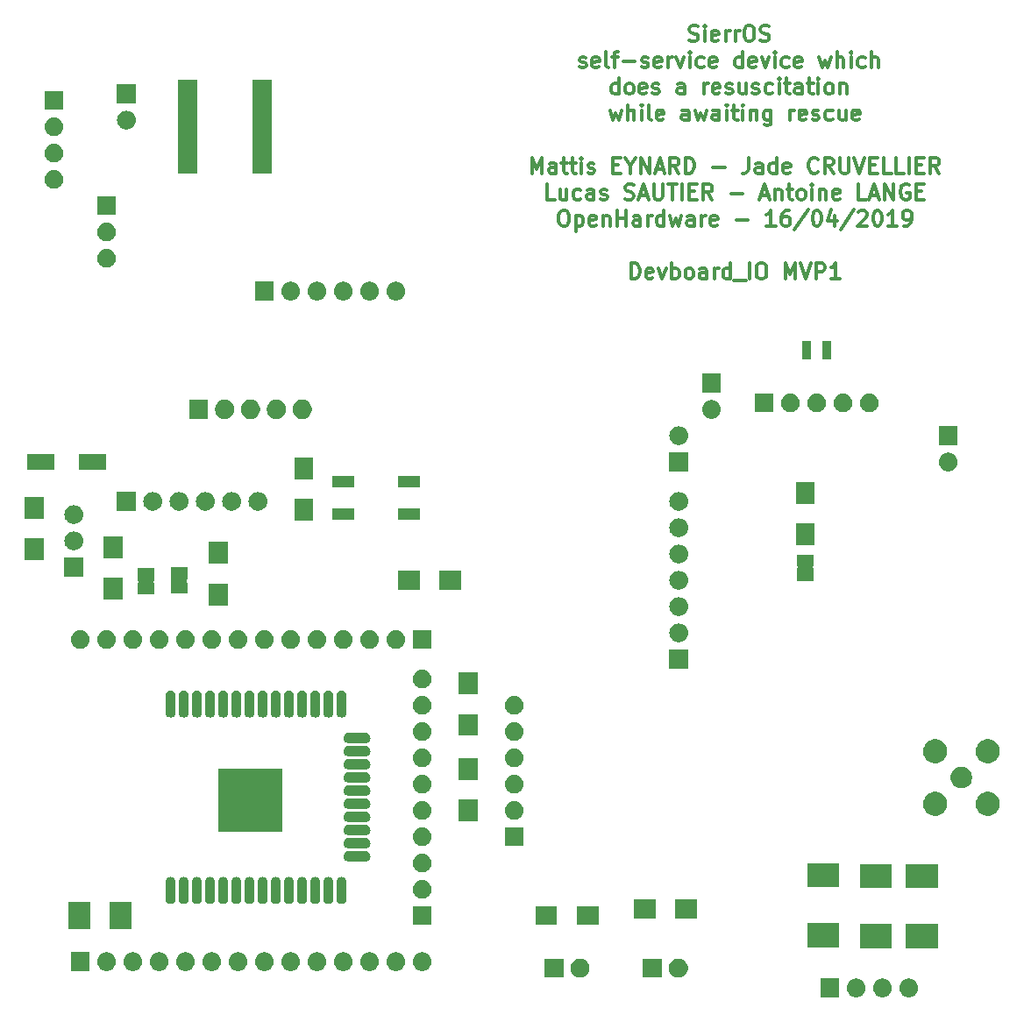
<source format=gbr>
G04 #@! TF.GenerationSoftware,KiCad,Pcbnew,(5.0.2)-1*
G04 #@! TF.CreationDate,2019-04-16T07:35:45+02:00*
G04 #@! TF.ProjectId,devboard_io,64657662-6f61-4726-945f-696f2e6b6963,rev?*
G04 #@! TF.SameCoordinates,Original*
G04 #@! TF.FileFunction,Soldermask,Top*
G04 #@! TF.FilePolarity,Negative*
%FSLAX46Y46*%
G04 Gerber Fmt 4.6, Leading zero omitted, Abs format (unit mm)*
G04 Created by KiCad (PCBNEW (5.0.2)-1) date 16/04/2019 07:35:45*
%MOMM*%
%LPD*%
G01*
G04 APERTURE LIST*
%ADD10C,0.300000*%
%ADD11C,0.100000*%
G04 APERTURE END LIST*
D10*
X434737428Y-33582142D02*
X434951714Y-33653571D01*
X435308857Y-33653571D01*
X435451714Y-33582142D01*
X435523142Y-33510714D01*
X435594571Y-33367857D01*
X435594571Y-33225000D01*
X435523142Y-33082142D01*
X435451714Y-33010714D01*
X435308857Y-32939285D01*
X435023142Y-32867857D01*
X434880285Y-32796428D01*
X434808857Y-32725000D01*
X434737428Y-32582142D01*
X434737428Y-32439285D01*
X434808857Y-32296428D01*
X434880285Y-32225000D01*
X435023142Y-32153571D01*
X435380285Y-32153571D01*
X435594571Y-32225000D01*
X436237428Y-33653571D02*
X436237428Y-32653571D01*
X436237428Y-32153571D02*
X436166000Y-32225000D01*
X436237428Y-32296428D01*
X436308857Y-32225000D01*
X436237428Y-32153571D01*
X436237428Y-32296428D01*
X437523142Y-33582142D02*
X437380285Y-33653571D01*
X437094571Y-33653571D01*
X436951714Y-33582142D01*
X436880285Y-33439285D01*
X436880285Y-32867857D01*
X436951714Y-32725000D01*
X437094571Y-32653571D01*
X437380285Y-32653571D01*
X437523142Y-32725000D01*
X437594571Y-32867857D01*
X437594571Y-33010714D01*
X436880285Y-33153571D01*
X438237428Y-33653571D02*
X438237428Y-32653571D01*
X438237428Y-32939285D02*
X438308857Y-32796428D01*
X438380285Y-32725000D01*
X438523142Y-32653571D01*
X438666000Y-32653571D01*
X439166000Y-33653571D02*
X439166000Y-32653571D01*
X439166000Y-32939285D02*
X439237428Y-32796428D01*
X439308857Y-32725000D01*
X439451714Y-32653571D01*
X439594571Y-32653571D01*
X440380285Y-32153571D02*
X440666000Y-32153571D01*
X440808857Y-32225000D01*
X440951714Y-32367857D01*
X441023142Y-32653571D01*
X441023142Y-33153571D01*
X440951714Y-33439285D01*
X440808857Y-33582142D01*
X440666000Y-33653571D01*
X440380285Y-33653571D01*
X440237428Y-33582142D01*
X440094571Y-33439285D01*
X440023142Y-33153571D01*
X440023142Y-32653571D01*
X440094571Y-32367857D01*
X440237428Y-32225000D01*
X440380285Y-32153571D01*
X441594571Y-33582142D02*
X441808857Y-33653571D01*
X442166000Y-33653571D01*
X442308857Y-33582142D01*
X442380285Y-33510714D01*
X442451714Y-33367857D01*
X442451714Y-33225000D01*
X442380285Y-33082142D01*
X442308857Y-33010714D01*
X442166000Y-32939285D01*
X441880285Y-32867857D01*
X441737428Y-32796428D01*
X441666000Y-32725000D01*
X441594571Y-32582142D01*
X441594571Y-32439285D01*
X441666000Y-32296428D01*
X441737428Y-32225000D01*
X441880285Y-32153571D01*
X442237428Y-32153571D01*
X442451714Y-32225000D01*
X424130285Y-36132142D02*
X424273142Y-36203571D01*
X424558857Y-36203571D01*
X424701714Y-36132142D01*
X424773142Y-35989285D01*
X424773142Y-35917857D01*
X424701714Y-35775000D01*
X424558857Y-35703571D01*
X424344571Y-35703571D01*
X424201714Y-35632142D01*
X424130285Y-35489285D01*
X424130285Y-35417857D01*
X424201714Y-35275000D01*
X424344571Y-35203571D01*
X424558857Y-35203571D01*
X424701714Y-35275000D01*
X425987428Y-36132142D02*
X425844571Y-36203571D01*
X425558857Y-36203571D01*
X425416000Y-36132142D01*
X425344571Y-35989285D01*
X425344571Y-35417857D01*
X425416000Y-35275000D01*
X425558857Y-35203571D01*
X425844571Y-35203571D01*
X425987428Y-35275000D01*
X426058857Y-35417857D01*
X426058857Y-35560714D01*
X425344571Y-35703571D01*
X426916000Y-36203571D02*
X426773142Y-36132142D01*
X426701714Y-35989285D01*
X426701714Y-34703571D01*
X427273142Y-35203571D02*
X427844571Y-35203571D01*
X427487428Y-36203571D02*
X427487428Y-34917857D01*
X427558857Y-34775000D01*
X427701714Y-34703571D01*
X427844571Y-34703571D01*
X428344571Y-35632142D02*
X429487428Y-35632142D01*
X430130285Y-36132142D02*
X430273142Y-36203571D01*
X430558857Y-36203571D01*
X430701714Y-36132142D01*
X430773142Y-35989285D01*
X430773142Y-35917857D01*
X430701714Y-35775000D01*
X430558857Y-35703571D01*
X430344571Y-35703571D01*
X430201714Y-35632142D01*
X430130285Y-35489285D01*
X430130285Y-35417857D01*
X430201714Y-35275000D01*
X430344571Y-35203571D01*
X430558857Y-35203571D01*
X430701714Y-35275000D01*
X431987428Y-36132142D02*
X431844571Y-36203571D01*
X431558857Y-36203571D01*
X431416000Y-36132142D01*
X431344571Y-35989285D01*
X431344571Y-35417857D01*
X431416000Y-35275000D01*
X431558857Y-35203571D01*
X431844571Y-35203571D01*
X431987428Y-35275000D01*
X432058857Y-35417857D01*
X432058857Y-35560714D01*
X431344571Y-35703571D01*
X432701714Y-36203571D02*
X432701714Y-35203571D01*
X432701714Y-35489285D02*
X432773142Y-35346428D01*
X432844571Y-35275000D01*
X432987428Y-35203571D01*
X433130285Y-35203571D01*
X433487428Y-35203571D02*
X433844571Y-36203571D01*
X434201714Y-35203571D01*
X434773142Y-36203571D02*
X434773142Y-35203571D01*
X434773142Y-34703571D02*
X434701714Y-34775000D01*
X434773142Y-34846428D01*
X434844571Y-34775000D01*
X434773142Y-34703571D01*
X434773142Y-34846428D01*
X436130285Y-36132142D02*
X435987428Y-36203571D01*
X435701714Y-36203571D01*
X435558857Y-36132142D01*
X435487428Y-36060714D01*
X435416000Y-35917857D01*
X435416000Y-35489285D01*
X435487428Y-35346428D01*
X435558857Y-35275000D01*
X435701714Y-35203571D01*
X435987428Y-35203571D01*
X436130285Y-35275000D01*
X437344571Y-36132142D02*
X437201714Y-36203571D01*
X436916000Y-36203571D01*
X436773142Y-36132142D01*
X436701714Y-35989285D01*
X436701714Y-35417857D01*
X436773142Y-35275000D01*
X436916000Y-35203571D01*
X437201714Y-35203571D01*
X437344571Y-35275000D01*
X437416000Y-35417857D01*
X437416000Y-35560714D01*
X436701714Y-35703571D01*
X439844571Y-36203571D02*
X439844571Y-34703571D01*
X439844571Y-36132142D02*
X439701714Y-36203571D01*
X439416000Y-36203571D01*
X439273142Y-36132142D01*
X439201714Y-36060714D01*
X439130285Y-35917857D01*
X439130285Y-35489285D01*
X439201714Y-35346428D01*
X439273142Y-35275000D01*
X439416000Y-35203571D01*
X439701714Y-35203571D01*
X439844571Y-35275000D01*
X441130285Y-36132142D02*
X440987428Y-36203571D01*
X440701714Y-36203571D01*
X440558857Y-36132142D01*
X440487428Y-35989285D01*
X440487428Y-35417857D01*
X440558857Y-35275000D01*
X440701714Y-35203571D01*
X440987428Y-35203571D01*
X441130285Y-35275000D01*
X441201714Y-35417857D01*
X441201714Y-35560714D01*
X440487428Y-35703571D01*
X441701714Y-35203571D02*
X442058857Y-36203571D01*
X442416000Y-35203571D01*
X442987428Y-36203571D02*
X442987428Y-35203571D01*
X442987428Y-34703571D02*
X442916000Y-34775000D01*
X442987428Y-34846428D01*
X443058857Y-34775000D01*
X442987428Y-34703571D01*
X442987428Y-34846428D01*
X444344571Y-36132142D02*
X444201714Y-36203571D01*
X443916000Y-36203571D01*
X443773142Y-36132142D01*
X443701714Y-36060714D01*
X443630285Y-35917857D01*
X443630285Y-35489285D01*
X443701714Y-35346428D01*
X443773142Y-35275000D01*
X443916000Y-35203571D01*
X444201714Y-35203571D01*
X444344571Y-35275000D01*
X445558857Y-36132142D02*
X445416000Y-36203571D01*
X445130285Y-36203571D01*
X444987428Y-36132142D01*
X444916000Y-35989285D01*
X444916000Y-35417857D01*
X444987428Y-35275000D01*
X445130285Y-35203571D01*
X445416000Y-35203571D01*
X445558857Y-35275000D01*
X445630285Y-35417857D01*
X445630285Y-35560714D01*
X444916000Y-35703571D01*
X447273142Y-35203571D02*
X447558857Y-36203571D01*
X447844571Y-35489285D01*
X448130285Y-36203571D01*
X448416000Y-35203571D01*
X448987428Y-36203571D02*
X448987428Y-34703571D01*
X449630285Y-36203571D02*
X449630285Y-35417857D01*
X449558857Y-35275000D01*
X449416000Y-35203571D01*
X449201714Y-35203571D01*
X449058857Y-35275000D01*
X448987428Y-35346428D01*
X450344571Y-36203571D02*
X450344571Y-35203571D01*
X450344571Y-34703571D02*
X450273142Y-34775000D01*
X450344571Y-34846428D01*
X450416000Y-34775000D01*
X450344571Y-34703571D01*
X450344571Y-34846428D01*
X451701714Y-36132142D02*
X451558857Y-36203571D01*
X451273142Y-36203571D01*
X451130285Y-36132142D01*
X451058857Y-36060714D01*
X450987428Y-35917857D01*
X450987428Y-35489285D01*
X451058857Y-35346428D01*
X451130285Y-35275000D01*
X451273142Y-35203571D01*
X451558857Y-35203571D01*
X451701714Y-35275000D01*
X452344571Y-36203571D02*
X452344571Y-34703571D01*
X452987428Y-36203571D02*
X452987428Y-35417857D01*
X452916000Y-35275000D01*
X452773142Y-35203571D01*
X452558857Y-35203571D01*
X452416000Y-35275000D01*
X452344571Y-35346428D01*
X427916000Y-38753571D02*
X427916000Y-37253571D01*
X427916000Y-38682142D02*
X427773142Y-38753571D01*
X427487428Y-38753571D01*
X427344571Y-38682142D01*
X427273142Y-38610714D01*
X427201714Y-38467857D01*
X427201714Y-38039285D01*
X427273142Y-37896428D01*
X427344571Y-37825000D01*
X427487428Y-37753571D01*
X427773142Y-37753571D01*
X427916000Y-37825000D01*
X428844571Y-38753571D02*
X428701714Y-38682142D01*
X428630285Y-38610714D01*
X428558857Y-38467857D01*
X428558857Y-38039285D01*
X428630285Y-37896428D01*
X428701714Y-37825000D01*
X428844571Y-37753571D01*
X429058857Y-37753571D01*
X429201714Y-37825000D01*
X429273142Y-37896428D01*
X429344571Y-38039285D01*
X429344571Y-38467857D01*
X429273142Y-38610714D01*
X429201714Y-38682142D01*
X429058857Y-38753571D01*
X428844571Y-38753571D01*
X430558857Y-38682142D02*
X430416000Y-38753571D01*
X430130285Y-38753571D01*
X429987428Y-38682142D01*
X429916000Y-38539285D01*
X429916000Y-37967857D01*
X429987428Y-37825000D01*
X430130285Y-37753571D01*
X430416000Y-37753571D01*
X430558857Y-37825000D01*
X430630285Y-37967857D01*
X430630285Y-38110714D01*
X429916000Y-38253571D01*
X431201714Y-38682142D02*
X431344571Y-38753571D01*
X431630285Y-38753571D01*
X431773142Y-38682142D01*
X431844571Y-38539285D01*
X431844571Y-38467857D01*
X431773142Y-38325000D01*
X431630285Y-38253571D01*
X431416000Y-38253571D01*
X431273142Y-38182142D01*
X431201714Y-38039285D01*
X431201714Y-37967857D01*
X431273142Y-37825000D01*
X431416000Y-37753571D01*
X431630285Y-37753571D01*
X431773142Y-37825000D01*
X434273142Y-38753571D02*
X434273142Y-37967857D01*
X434201714Y-37825000D01*
X434058857Y-37753571D01*
X433773142Y-37753571D01*
X433630285Y-37825000D01*
X434273142Y-38682142D02*
X434130285Y-38753571D01*
X433773142Y-38753571D01*
X433630285Y-38682142D01*
X433558857Y-38539285D01*
X433558857Y-38396428D01*
X433630285Y-38253571D01*
X433773142Y-38182142D01*
X434130285Y-38182142D01*
X434273142Y-38110714D01*
X436130285Y-38753571D02*
X436130285Y-37753571D01*
X436130285Y-38039285D02*
X436201714Y-37896428D01*
X436273142Y-37825000D01*
X436416000Y-37753571D01*
X436558857Y-37753571D01*
X437630285Y-38682142D02*
X437487428Y-38753571D01*
X437201714Y-38753571D01*
X437058857Y-38682142D01*
X436987428Y-38539285D01*
X436987428Y-37967857D01*
X437058857Y-37825000D01*
X437201714Y-37753571D01*
X437487428Y-37753571D01*
X437630285Y-37825000D01*
X437701714Y-37967857D01*
X437701714Y-38110714D01*
X436987428Y-38253571D01*
X438273142Y-38682142D02*
X438416000Y-38753571D01*
X438701714Y-38753571D01*
X438844571Y-38682142D01*
X438916000Y-38539285D01*
X438916000Y-38467857D01*
X438844571Y-38325000D01*
X438701714Y-38253571D01*
X438487428Y-38253571D01*
X438344571Y-38182142D01*
X438273142Y-38039285D01*
X438273142Y-37967857D01*
X438344571Y-37825000D01*
X438487428Y-37753571D01*
X438701714Y-37753571D01*
X438844571Y-37825000D01*
X440201714Y-37753571D02*
X440201714Y-38753571D01*
X439558857Y-37753571D02*
X439558857Y-38539285D01*
X439630285Y-38682142D01*
X439773142Y-38753571D01*
X439987428Y-38753571D01*
X440130285Y-38682142D01*
X440201714Y-38610714D01*
X440844571Y-38682142D02*
X440987428Y-38753571D01*
X441273142Y-38753571D01*
X441416000Y-38682142D01*
X441487428Y-38539285D01*
X441487428Y-38467857D01*
X441416000Y-38325000D01*
X441273142Y-38253571D01*
X441058857Y-38253571D01*
X440916000Y-38182142D01*
X440844571Y-38039285D01*
X440844571Y-37967857D01*
X440916000Y-37825000D01*
X441058857Y-37753571D01*
X441273142Y-37753571D01*
X441416000Y-37825000D01*
X442773142Y-38682142D02*
X442630285Y-38753571D01*
X442344571Y-38753571D01*
X442201714Y-38682142D01*
X442130285Y-38610714D01*
X442058857Y-38467857D01*
X442058857Y-38039285D01*
X442130285Y-37896428D01*
X442201714Y-37825000D01*
X442344571Y-37753571D01*
X442630285Y-37753571D01*
X442773142Y-37825000D01*
X443416000Y-38753571D02*
X443416000Y-37753571D01*
X443416000Y-37253571D02*
X443344571Y-37325000D01*
X443416000Y-37396428D01*
X443487428Y-37325000D01*
X443416000Y-37253571D01*
X443416000Y-37396428D01*
X443916000Y-37753571D02*
X444487428Y-37753571D01*
X444130285Y-37253571D02*
X444130285Y-38539285D01*
X444201714Y-38682142D01*
X444344571Y-38753571D01*
X444487428Y-38753571D01*
X445630285Y-38753571D02*
X445630285Y-37967857D01*
X445558857Y-37825000D01*
X445416000Y-37753571D01*
X445130285Y-37753571D01*
X444987428Y-37825000D01*
X445630285Y-38682142D02*
X445487428Y-38753571D01*
X445130285Y-38753571D01*
X444987428Y-38682142D01*
X444916000Y-38539285D01*
X444916000Y-38396428D01*
X444987428Y-38253571D01*
X445130285Y-38182142D01*
X445487428Y-38182142D01*
X445630285Y-38110714D01*
X446130285Y-37753571D02*
X446701714Y-37753571D01*
X446344571Y-37253571D02*
X446344571Y-38539285D01*
X446416000Y-38682142D01*
X446558857Y-38753571D01*
X446701714Y-38753571D01*
X447201714Y-38753571D02*
X447201714Y-37753571D01*
X447201714Y-37253571D02*
X447130285Y-37325000D01*
X447201714Y-37396428D01*
X447273142Y-37325000D01*
X447201714Y-37253571D01*
X447201714Y-37396428D01*
X448130285Y-38753571D02*
X447987428Y-38682142D01*
X447916000Y-38610714D01*
X447844571Y-38467857D01*
X447844571Y-38039285D01*
X447916000Y-37896428D01*
X447987428Y-37825000D01*
X448130285Y-37753571D01*
X448344571Y-37753571D01*
X448487428Y-37825000D01*
X448558857Y-37896428D01*
X448630285Y-38039285D01*
X448630285Y-38467857D01*
X448558857Y-38610714D01*
X448487428Y-38682142D01*
X448344571Y-38753571D01*
X448130285Y-38753571D01*
X449273142Y-37753571D02*
X449273142Y-38753571D01*
X449273142Y-37896428D02*
X449344571Y-37825000D01*
X449487428Y-37753571D01*
X449701714Y-37753571D01*
X449844571Y-37825000D01*
X449916000Y-37967857D01*
X449916000Y-38753571D01*
X427058857Y-40303571D02*
X427344571Y-41303571D01*
X427630285Y-40589285D01*
X427916000Y-41303571D01*
X428201714Y-40303571D01*
X428773142Y-41303571D02*
X428773142Y-39803571D01*
X429416000Y-41303571D02*
X429416000Y-40517857D01*
X429344571Y-40375000D01*
X429201714Y-40303571D01*
X428987428Y-40303571D01*
X428844571Y-40375000D01*
X428773142Y-40446428D01*
X430130285Y-41303571D02*
X430130285Y-40303571D01*
X430130285Y-39803571D02*
X430058857Y-39875000D01*
X430130285Y-39946428D01*
X430201714Y-39875000D01*
X430130285Y-39803571D01*
X430130285Y-39946428D01*
X431058857Y-41303571D02*
X430916000Y-41232142D01*
X430844571Y-41089285D01*
X430844571Y-39803571D01*
X432201714Y-41232142D02*
X432058857Y-41303571D01*
X431773142Y-41303571D01*
X431630285Y-41232142D01*
X431558857Y-41089285D01*
X431558857Y-40517857D01*
X431630285Y-40375000D01*
X431773142Y-40303571D01*
X432058857Y-40303571D01*
X432201714Y-40375000D01*
X432273142Y-40517857D01*
X432273142Y-40660714D01*
X431558857Y-40803571D01*
X434701714Y-41303571D02*
X434701714Y-40517857D01*
X434630285Y-40375000D01*
X434487428Y-40303571D01*
X434201714Y-40303571D01*
X434058857Y-40375000D01*
X434701714Y-41232142D02*
X434558857Y-41303571D01*
X434201714Y-41303571D01*
X434058857Y-41232142D01*
X433987428Y-41089285D01*
X433987428Y-40946428D01*
X434058857Y-40803571D01*
X434201714Y-40732142D01*
X434558857Y-40732142D01*
X434701714Y-40660714D01*
X435273142Y-40303571D02*
X435558857Y-41303571D01*
X435844571Y-40589285D01*
X436130285Y-41303571D01*
X436416000Y-40303571D01*
X437630285Y-41303571D02*
X437630285Y-40517857D01*
X437558857Y-40375000D01*
X437416000Y-40303571D01*
X437130285Y-40303571D01*
X436987428Y-40375000D01*
X437630285Y-41232142D02*
X437487428Y-41303571D01*
X437130285Y-41303571D01*
X436987428Y-41232142D01*
X436916000Y-41089285D01*
X436916000Y-40946428D01*
X436987428Y-40803571D01*
X437130285Y-40732142D01*
X437487428Y-40732142D01*
X437630285Y-40660714D01*
X438344571Y-41303571D02*
X438344571Y-40303571D01*
X438344571Y-39803571D02*
X438273142Y-39875000D01*
X438344571Y-39946428D01*
X438416000Y-39875000D01*
X438344571Y-39803571D01*
X438344571Y-39946428D01*
X438844571Y-40303571D02*
X439416000Y-40303571D01*
X439058857Y-39803571D02*
X439058857Y-41089285D01*
X439130285Y-41232142D01*
X439273142Y-41303571D01*
X439416000Y-41303571D01*
X439916000Y-41303571D02*
X439916000Y-40303571D01*
X439916000Y-39803571D02*
X439844571Y-39875000D01*
X439916000Y-39946428D01*
X439987428Y-39875000D01*
X439916000Y-39803571D01*
X439916000Y-39946428D01*
X440630285Y-40303571D02*
X440630285Y-41303571D01*
X440630285Y-40446428D02*
X440701714Y-40375000D01*
X440844571Y-40303571D01*
X441058857Y-40303571D01*
X441201714Y-40375000D01*
X441273142Y-40517857D01*
X441273142Y-41303571D01*
X442630285Y-40303571D02*
X442630285Y-41517857D01*
X442558857Y-41660714D01*
X442487428Y-41732142D01*
X442344571Y-41803571D01*
X442130285Y-41803571D01*
X441987428Y-41732142D01*
X442630285Y-41232142D02*
X442487428Y-41303571D01*
X442201714Y-41303571D01*
X442058857Y-41232142D01*
X441987428Y-41160714D01*
X441916000Y-41017857D01*
X441916000Y-40589285D01*
X441987428Y-40446428D01*
X442058857Y-40375000D01*
X442201714Y-40303571D01*
X442487428Y-40303571D01*
X442630285Y-40375000D01*
X444487428Y-41303571D02*
X444487428Y-40303571D01*
X444487428Y-40589285D02*
X444558857Y-40446428D01*
X444630285Y-40375000D01*
X444773142Y-40303571D01*
X444916000Y-40303571D01*
X445987428Y-41232142D02*
X445844571Y-41303571D01*
X445558857Y-41303571D01*
X445416000Y-41232142D01*
X445344571Y-41089285D01*
X445344571Y-40517857D01*
X445416000Y-40375000D01*
X445558857Y-40303571D01*
X445844571Y-40303571D01*
X445987428Y-40375000D01*
X446058857Y-40517857D01*
X446058857Y-40660714D01*
X445344571Y-40803571D01*
X446630285Y-41232142D02*
X446773142Y-41303571D01*
X447058857Y-41303571D01*
X447201714Y-41232142D01*
X447273142Y-41089285D01*
X447273142Y-41017857D01*
X447201714Y-40875000D01*
X447058857Y-40803571D01*
X446844571Y-40803571D01*
X446701714Y-40732142D01*
X446630285Y-40589285D01*
X446630285Y-40517857D01*
X446701714Y-40375000D01*
X446844571Y-40303571D01*
X447058857Y-40303571D01*
X447201714Y-40375000D01*
X448558857Y-41232142D02*
X448416000Y-41303571D01*
X448130285Y-41303571D01*
X447987428Y-41232142D01*
X447916000Y-41160714D01*
X447844571Y-41017857D01*
X447844571Y-40589285D01*
X447916000Y-40446428D01*
X447987428Y-40375000D01*
X448130285Y-40303571D01*
X448416000Y-40303571D01*
X448558857Y-40375000D01*
X449844571Y-40303571D02*
X449844571Y-41303571D01*
X449201714Y-40303571D02*
X449201714Y-41089285D01*
X449273142Y-41232142D01*
X449416000Y-41303571D01*
X449630285Y-41303571D01*
X449773142Y-41232142D01*
X449844571Y-41160714D01*
X451130285Y-41232142D02*
X450987428Y-41303571D01*
X450701714Y-41303571D01*
X450558857Y-41232142D01*
X450487428Y-41089285D01*
X450487428Y-40517857D01*
X450558857Y-40375000D01*
X450701714Y-40303571D01*
X450987428Y-40303571D01*
X451130285Y-40375000D01*
X451201714Y-40517857D01*
X451201714Y-40660714D01*
X450487428Y-40803571D01*
X419523142Y-46403571D02*
X419523142Y-44903571D01*
X420023142Y-45975000D01*
X420523142Y-44903571D01*
X420523142Y-46403571D01*
X421880285Y-46403571D02*
X421880285Y-45617857D01*
X421808857Y-45475000D01*
X421666000Y-45403571D01*
X421380285Y-45403571D01*
X421237428Y-45475000D01*
X421880285Y-46332142D02*
X421737428Y-46403571D01*
X421380285Y-46403571D01*
X421237428Y-46332142D01*
X421166000Y-46189285D01*
X421166000Y-46046428D01*
X421237428Y-45903571D01*
X421380285Y-45832142D01*
X421737428Y-45832142D01*
X421880285Y-45760714D01*
X422380285Y-45403571D02*
X422951714Y-45403571D01*
X422594571Y-44903571D02*
X422594571Y-46189285D01*
X422666000Y-46332142D01*
X422808857Y-46403571D01*
X422951714Y-46403571D01*
X423237428Y-45403571D02*
X423808857Y-45403571D01*
X423451714Y-44903571D02*
X423451714Y-46189285D01*
X423523142Y-46332142D01*
X423666000Y-46403571D01*
X423808857Y-46403571D01*
X424308857Y-46403571D02*
X424308857Y-45403571D01*
X424308857Y-44903571D02*
X424237428Y-44975000D01*
X424308857Y-45046428D01*
X424380285Y-44975000D01*
X424308857Y-44903571D01*
X424308857Y-45046428D01*
X424951714Y-46332142D02*
X425094571Y-46403571D01*
X425380285Y-46403571D01*
X425523142Y-46332142D01*
X425594571Y-46189285D01*
X425594571Y-46117857D01*
X425523142Y-45975000D01*
X425380285Y-45903571D01*
X425166000Y-45903571D01*
X425023142Y-45832142D01*
X424951714Y-45689285D01*
X424951714Y-45617857D01*
X425023142Y-45475000D01*
X425166000Y-45403571D01*
X425380285Y-45403571D01*
X425523142Y-45475000D01*
X427380285Y-45617857D02*
X427880285Y-45617857D01*
X428094571Y-46403571D02*
X427380285Y-46403571D01*
X427380285Y-44903571D01*
X428094571Y-44903571D01*
X429023142Y-45689285D02*
X429023142Y-46403571D01*
X428523142Y-44903571D02*
X429023142Y-45689285D01*
X429523142Y-44903571D01*
X430023142Y-46403571D02*
X430023142Y-44903571D01*
X430880285Y-46403571D01*
X430880285Y-44903571D01*
X431523142Y-45975000D02*
X432237428Y-45975000D01*
X431380285Y-46403571D02*
X431880285Y-44903571D01*
X432380285Y-46403571D01*
X433737428Y-46403571D02*
X433237428Y-45689285D01*
X432880285Y-46403571D02*
X432880285Y-44903571D01*
X433451714Y-44903571D01*
X433594571Y-44975000D01*
X433666000Y-45046428D01*
X433737428Y-45189285D01*
X433737428Y-45403571D01*
X433666000Y-45546428D01*
X433594571Y-45617857D01*
X433451714Y-45689285D01*
X432880285Y-45689285D01*
X434380285Y-46403571D02*
X434380285Y-44903571D01*
X434737428Y-44903571D01*
X434951714Y-44975000D01*
X435094571Y-45117857D01*
X435166000Y-45260714D01*
X435237428Y-45546428D01*
X435237428Y-45760714D01*
X435166000Y-46046428D01*
X435094571Y-46189285D01*
X434951714Y-46332142D01*
X434737428Y-46403571D01*
X434380285Y-46403571D01*
X437023142Y-45832142D02*
X438166000Y-45832142D01*
X440451714Y-44903571D02*
X440451714Y-45975000D01*
X440380285Y-46189285D01*
X440237428Y-46332142D01*
X440023142Y-46403571D01*
X439880285Y-46403571D01*
X441808857Y-46403571D02*
X441808857Y-45617857D01*
X441737428Y-45475000D01*
X441594571Y-45403571D01*
X441308857Y-45403571D01*
X441166000Y-45475000D01*
X441808857Y-46332142D02*
X441666000Y-46403571D01*
X441308857Y-46403571D01*
X441166000Y-46332142D01*
X441094571Y-46189285D01*
X441094571Y-46046428D01*
X441166000Y-45903571D01*
X441308857Y-45832142D01*
X441666000Y-45832142D01*
X441808857Y-45760714D01*
X443166000Y-46403571D02*
X443166000Y-44903571D01*
X443166000Y-46332142D02*
X443023142Y-46403571D01*
X442737428Y-46403571D01*
X442594571Y-46332142D01*
X442523142Y-46260714D01*
X442451714Y-46117857D01*
X442451714Y-45689285D01*
X442523142Y-45546428D01*
X442594571Y-45475000D01*
X442737428Y-45403571D01*
X443023142Y-45403571D01*
X443166000Y-45475000D01*
X444451714Y-46332142D02*
X444308857Y-46403571D01*
X444023142Y-46403571D01*
X443880285Y-46332142D01*
X443808857Y-46189285D01*
X443808857Y-45617857D01*
X443880285Y-45475000D01*
X444023142Y-45403571D01*
X444308857Y-45403571D01*
X444451714Y-45475000D01*
X444523142Y-45617857D01*
X444523142Y-45760714D01*
X443808857Y-45903571D01*
X447166000Y-46260714D02*
X447094571Y-46332142D01*
X446880285Y-46403571D01*
X446737428Y-46403571D01*
X446523142Y-46332142D01*
X446380285Y-46189285D01*
X446308857Y-46046428D01*
X446237428Y-45760714D01*
X446237428Y-45546428D01*
X446308857Y-45260714D01*
X446380285Y-45117857D01*
X446523142Y-44975000D01*
X446737428Y-44903571D01*
X446880285Y-44903571D01*
X447094571Y-44975000D01*
X447166000Y-45046428D01*
X448666000Y-46403571D02*
X448166000Y-45689285D01*
X447808857Y-46403571D02*
X447808857Y-44903571D01*
X448380285Y-44903571D01*
X448523142Y-44975000D01*
X448594571Y-45046428D01*
X448666000Y-45189285D01*
X448666000Y-45403571D01*
X448594571Y-45546428D01*
X448523142Y-45617857D01*
X448380285Y-45689285D01*
X447808857Y-45689285D01*
X449308857Y-44903571D02*
X449308857Y-46117857D01*
X449380285Y-46260714D01*
X449451714Y-46332142D01*
X449594571Y-46403571D01*
X449880285Y-46403571D01*
X450023142Y-46332142D01*
X450094571Y-46260714D01*
X450166000Y-46117857D01*
X450166000Y-44903571D01*
X450666000Y-44903571D02*
X451166000Y-46403571D01*
X451666000Y-44903571D01*
X452166000Y-45617857D02*
X452666000Y-45617857D01*
X452880285Y-46403571D02*
X452166000Y-46403571D01*
X452166000Y-44903571D01*
X452880285Y-44903571D01*
X454237428Y-46403571D02*
X453523142Y-46403571D01*
X453523142Y-44903571D01*
X455451714Y-46403571D02*
X454737428Y-46403571D01*
X454737428Y-44903571D01*
X455951714Y-46403571D02*
X455951714Y-44903571D01*
X456666000Y-45617857D02*
X457166000Y-45617857D01*
X457380285Y-46403571D02*
X456666000Y-46403571D01*
X456666000Y-44903571D01*
X457380285Y-44903571D01*
X458880285Y-46403571D02*
X458380285Y-45689285D01*
X458023142Y-46403571D02*
X458023142Y-44903571D01*
X458594571Y-44903571D01*
X458737428Y-44975000D01*
X458808857Y-45046428D01*
X458880285Y-45189285D01*
X458880285Y-45403571D01*
X458808857Y-45546428D01*
X458737428Y-45617857D01*
X458594571Y-45689285D01*
X458023142Y-45689285D01*
X421737428Y-48953571D02*
X421023142Y-48953571D01*
X421023142Y-47453571D01*
X422880285Y-47953571D02*
X422880285Y-48953571D01*
X422237428Y-47953571D02*
X422237428Y-48739285D01*
X422308857Y-48882142D01*
X422451714Y-48953571D01*
X422666000Y-48953571D01*
X422808857Y-48882142D01*
X422880285Y-48810714D01*
X424237428Y-48882142D02*
X424094571Y-48953571D01*
X423808857Y-48953571D01*
X423666000Y-48882142D01*
X423594571Y-48810714D01*
X423523142Y-48667857D01*
X423523142Y-48239285D01*
X423594571Y-48096428D01*
X423666000Y-48025000D01*
X423808857Y-47953571D01*
X424094571Y-47953571D01*
X424237428Y-48025000D01*
X425523142Y-48953571D02*
X425523142Y-48167857D01*
X425451714Y-48025000D01*
X425308857Y-47953571D01*
X425023142Y-47953571D01*
X424880285Y-48025000D01*
X425523142Y-48882142D02*
X425380285Y-48953571D01*
X425023142Y-48953571D01*
X424880285Y-48882142D01*
X424808857Y-48739285D01*
X424808857Y-48596428D01*
X424880285Y-48453571D01*
X425023142Y-48382142D01*
X425380285Y-48382142D01*
X425523142Y-48310714D01*
X426166000Y-48882142D02*
X426308857Y-48953571D01*
X426594571Y-48953571D01*
X426737428Y-48882142D01*
X426808857Y-48739285D01*
X426808857Y-48667857D01*
X426737428Y-48525000D01*
X426594571Y-48453571D01*
X426380285Y-48453571D01*
X426237428Y-48382142D01*
X426166000Y-48239285D01*
X426166000Y-48167857D01*
X426237428Y-48025000D01*
X426380285Y-47953571D01*
X426594571Y-47953571D01*
X426737428Y-48025000D01*
X428523142Y-48882142D02*
X428737428Y-48953571D01*
X429094571Y-48953571D01*
X429237428Y-48882142D01*
X429308857Y-48810714D01*
X429380285Y-48667857D01*
X429380285Y-48525000D01*
X429308857Y-48382142D01*
X429237428Y-48310714D01*
X429094571Y-48239285D01*
X428808857Y-48167857D01*
X428666000Y-48096428D01*
X428594571Y-48025000D01*
X428523142Y-47882142D01*
X428523142Y-47739285D01*
X428594571Y-47596428D01*
X428666000Y-47525000D01*
X428808857Y-47453571D01*
X429166000Y-47453571D01*
X429380285Y-47525000D01*
X429951714Y-48525000D02*
X430666000Y-48525000D01*
X429808857Y-48953571D02*
X430308857Y-47453571D01*
X430808857Y-48953571D01*
X431308857Y-47453571D02*
X431308857Y-48667857D01*
X431380285Y-48810714D01*
X431451714Y-48882142D01*
X431594571Y-48953571D01*
X431880285Y-48953571D01*
X432023142Y-48882142D01*
X432094571Y-48810714D01*
X432166000Y-48667857D01*
X432166000Y-47453571D01*
X432666000Y-47453571D02*
X433523142Y-47453571D01*
X433094571Y-48953571D02*
X433094571Y-47453571D01*
X434023142Y-48953571D02*
X434023142Y-47453571D01*
X434737428Y-48167857D02*
X435237428Y-48167857D01*
X435451714Y-48953571D02*
X434737428Y-48953571D01*
X434737428Y-47453571D01*
X435451714Y-47453571D01*
X436951714Y-48953571D02*
X436451714Y-48239285D01*
X436094571Y-48953571D02*
X436094571Y-47453571D01*
X436666000Y-47453571D01*
X436808857Y-47525000D01*
X436880285Y-47596428D01*
X436951714Y-47739285D01*
X436951714Y-47953571D01*
X436880285Y-48096428D01*
X436808857Y-48167857D01*
X436666000Y-48239285D01*
X436094571Y-48239285D01*
X438737428Y-48382142D02*
X439880285Y-48382142D01*
X441666000Y-48525000D02*
X442380285Y-48525000D01*
X441523142Y-48953571D02*
X442023142Y-47453571D01*
X442523142Y-48953571D01*
X443023142Y-47953571D02*
X443023142Y-48953571D01*
X443023142Y-48096428D02*
X443094571Y-48025000D01*
X443237428Y-47953571D01*
X443451714Y-47953571D01*
X443594571Y-48025000D01*
X443666000Y-48167857D01*
X443666000Y-48953571D01*
X444166000Y-47953571D02*
X444737428Y-47953571D01*
X444380285Y-47453571D02*
X444380285Y-48739285D01*
X444451714Y-48882142D01*
X444594571Y-48953571D01*
X444737428Y-48953571D01*
X445451714Y-48953571D02*
X445308857Y-48882142D01*
X445237428Y-48810714D01*
X445166000Y-48667857D01*
X445166000Y-48239285D01*
X445237428Y-48096428D01*
X445308857Y-48025000D01*
X445451714Y-47953571D01*
X445666000Y-47953571D01*
X445808857Y-48025000D01*
X445880285Y-48096428D01*
X445951714Y-48239285D01*
X445951714Y-48667857D01*
X445880285Y-48810714D01*
X445808857Y-48882142D01*
X445666000Y-48953571D01*
X445451714Y-48953571D01*
X446594571Y-48953571D02*
X446594571Y-47953571D01*
X446594571Y-47453571D02*
X446523142Y-47525000D01*
X446594571Y-47596428D01*
X446666000Y-47525000D01*
X446594571Y-47453571D01*
X446594571Y-47596428D01*
X447308857Y-47953571D02*
X447308857Y-48953571D01*
X447308857Y-48096428D02*
X447380285Y-48025000D01*
X447523142Y-47953571D01*
X447737428Y-47953571D01*
X447880285Y-48025000D01*
X447951714Y-48167857D01*
X447951714Y-48953571D01*
X449237428Y-48882142D02*
X449094571Y-48953571D01*
X448808857Y-48953571D01*
X448666000Y-48882142D01*
X448594571Y-48739285D01*
X448594571Y-48167857D01*
X448666000Y-48025000D01*
X448808857Y-47953571D01*
X449094571Y-47953571D01*
X449237428Y-48025000D01*
X449308857Y-48167857D01*
X449308857Y-48310714D01*
X448594571Y-48453571D01*
X451808857Y-48953571D02*
X451094571Y-48953571D01*
X451094571Y-47453571D01*
X452237428Y-48525000D02*
X452951714Y-48525000D01*
X452094571Y-48953571D02*
X452594571Y-47453571D01*
X453094571Y-48953571D01*
X453594571Y-48953571D02*
X453594571Y-47453571D01*
X454451714Y-48953571D01*
X454451714Y-47453571D01*
X455951714Y-47525000D02*
X455808857Y-47453571D01*
X455594571Y-47453571D01*
X455380285Y-47525000D01*
X455237428Y-47667857D01*
X455166000Y-47810714D01*
X455094571Y-48096428D01*
X455094571Y-48310714D01*
X455166000Y-48596428D01*
X455237428Y-48739285D01*
X455380285Y-48882142D01*
X455594571Y-48953571D01*
X455737428Y-48953571D01*
X455951714Y-48882142D01*
X456023142Y-48810714D01*
X456023142Y-48310714D01*
X455737428Y-48310714D01*
X456666000Y-48167857D02*
X457166000Y-48167857D01*
X457380285Y-48953571D02*
X456666000Y-48953571D01*
X456666000Y-47453571D01*
X457380285Y-47453571D01*
X422487428Y-50003571D02*
X422773142Y-50003571D01*
X422916000Y-50075000D01*
X423058857Y-50217857D01*
X423130285Y-50503571D01*
X423130285Y-51003571D01*
X423058857Y-51289285D01*
X422916000Y-51432142D01*
X422773142Y-51503571D01*
X422487428Y-51503571D01*
X422344571Y-51432142D01*
X422201714Y-51289285D01*
X422130285Y-51003571D01*
X422130285Y-50503571D01*
X422201714Y-50217857D01*
X422344571Y-50075000D01*
X422487428Y-50003571D01*
X423773142Y-50503571D02*
X423773142Y-52003571D01*
X423773142Y-50575000D02*
X423916000Y-50503571D01*
X424201714Y-50503571D01*
X424344571Y-50575000D01*
X424416000Y-50646428D01*
X424487428Y-50789285D01*
X424487428Y-51217857D01*
X424416000Y-51360714D01*
X424344571Y-51432142D01*
X424201714Y-51503571D01*
X423916000Y-51503571D01*
X423773142Y-51432142D01*
X425701714Y-51432142D02*
X425558857Y-51503571D01*
X425273142Y-51503571D01*
X425130285Y-51432142D01*
X425058857Y-51289285D01*
X425058857Y-50717857D01*
X425130285Y-50575000D01*
X425273142Y-50503571D01*
X425558857Y-50503571D01*
X425701714Y-50575000D01*
X425773142Y-50717857D01*
X425773142Y-50860714D01*
X425058857Y-51003571D01*
X426416000Y-50503571D02*
X426416000Y-51503571D01*
X426416000Y-50646428D02*
X426487428Y-50575000D01*
X426630285Y-50503571D01*
X426844571Y-50503571D01*
X426987428Y-50575000D01*
X427058857Y-50717857D01*
X427058857Y-51503571D01*
X427773142Y-51503571D02*
X427773142Y-50003571D01*
X427773142Y-50717857D02*
X428630285Y-50717857D01*
X428630285Y-51503571D02*
X428630285Y-50003571D01*
X429987428Y-51503571D02*
X429987428Y-50717857D01*
X429916000Y-50575000D01*
X429773142Y-50503571D01*
X429487428Y-50503571D01*
X429344571Y-50575000D01*
X429987428Y-51432142D02*
X429844571Y-51503571D01*
X429487428Y-51503571D01*
X429344571Y-51432142D01*
X429273142Y-51289285D01*
X429273142Y-51146428D01*
X429344571Y-51003571D01*
X429487428Y-50932142D01*
X429844571Y-50932142D01*
X429987428Y-50860714D01*
X430701714Y-51503571D02*
X430701714Y-50503571D01*
X430701714Y-50789285D02*
X430773142Y-50646428D01*
X430844571Y-50575000D01*
X430987428Y-50503571D01*
X431130285Y-50503571D01*
X432273142Y-51503571D02*
X432273142Y-50003571D01*
X432273142Y-51432142D02*
X432130285Y-51503571D01*
X431844571Y-51503571D01*
X431701714Y-51432142D01*
X431630285Y-51360714D01*
X431558857Y-51217857D01*
X431558857Y-50789285D01*
X431630285Y-50646428D01*
X431701714Y-50575000D01*
X431844571Y-50503571D01*
X432130285Y-50503571D01*
X432273142Y-50575000D01*
X432844571Y-50503571D02*
X433130285Y-51503571D01*
X433416000Y-50789285D01*
X433701714Y-51503571D01*
X433987428Y-50503571D01*
X435201714Y-51503571D02*
X435201714Y-50717857D01*
X435130285Y-50575000D01*
X434987428Y-50503571D01*
X434701714Y-50503571D01*
X434558857Y-50575000D01*
X435201714Y-51432142D02*
X435058857Y-51503571D01*
X434701714Y-51503571D01*
X434558857Y-51432142D01*
X434487428Y-51289285D01*
X434487428Y-51146428D01*
X434558857Y-51003571D01*
X434701714Y-50932142D01*
X435058857Y-50932142D01*
X435201714Y-50860714D01*
X435916000Y-51503571D02*
X435916000Y-50503571D01*
X435916000Y-50789285D02*
X435987428Y-50646428D01*
X436058857Y-50575000D01*
X436201714Y-50503571D01*
X436344571Y-50503571D01*
X437416000Y-51432142D02*
X437273142Y-51503571D01*
X436987428Y-51503571D01*
X436844571Y-51432142D01*
X436773142Y-51289285D01*
X436773142Y-50717857D01*
X436844571Y-50575000D01*
X436987428Y-50503571D01*
X437273142Y-50503571D01*
X437416000Y-50575000D01*
X437487428Y-50717857D01*
X437487428Y-50860714D01*
X436773142Y-51003571D01*
X439273142Y-50932142D02*
X440416000Y-50932142D01*
X443058857Y-51503571D02*
X442201714Y-51503571D01*
X442630285Y-51503571D02*
X442630285Y-50003571D01*
X442487428Y-50217857D01*
X442344571Y-50360714D01*
X442201714Y-50432142D01*
X444344571Y-50003571D02*
X444058857Y-50003571D01*
X443916000Y-50075000D01*
X443844571Y-50146428D01*
X443701714Y-50360714D01*
X443630285Y-50646428D01*
X443630285Y-51217857D01*
X443701714Y-51360714D01*
X443773142Y-51432142D01*
X443916000Y-51503571D01*
X444201714Y-51503571D01*
X444344571Y-51432142D01*
X444416000Y-51360714D01*
X444487428Y-51217857D01*
X444487428Y-50860714D01*
X444416000Y-50717857D01*
X444344571Y-50646428D01*
X444201714Y-50575000D01*
X443916000Y-50575000D01*
X443773142Y-50646428D01*
X443701714Y-50717857D01*
X443630285Y-50860714D01*
X446201714Y-49932142D02*
X444916000Y-51860714D01*
X446987428Y-50003571D02*
X447130285Y-50003571D01*
X447273142Y-50075000D01*
X447344571Y-50146428D01*
X447416000Y-50289285D01*
X447487428Y-50575000D01*
X447487428Y-50932142D01*
X447416000Y-51217857D01*
X447344571Y-51360714D01*
X447273142Y-51432142D01*
X447130285Y-51503571D01*
X446987428Y-51503571D01*
X446844571Y-51432142D01*
X446773142Y-51360714D01*
X446701714Y-51217857D01*
X446630285Y-50932142D01*
X446630285Y-50575000D01*
X446701714Y-50289285D01*
X446773142Y-50146428D01*
X446844571Y-50075000D01*
X446987428Y-50003571D01*
X448773142Y-50503571D02*
X448773142Y-51503571D01*
X448416000Y-49932142D02*
X448058857Y-51003571D01*
X448987428Y-51003571D01*
X450630285Y-49932142D02*
X449344571Y-51860714D01*
X451058857Y-50146428D02*
X451130285Y-50075000D01*
X451273142Y-50003571D01*
X451630285Y-50003571D01*
X451773142Y-50075000D01*
X451844571Y-50146428D01*
X451916000Y-50289285D01*
X451916000Y-50432142D01*
X451844571Y-50646428D01*
X450987428Y-51503571D01*
X451916000Y-51503571D01*
X452844571Y-50003571D02*
X452987428Y-50003571D01*
X453130285Y-50075000D01*
X453201714Y-50146428D01*
X453273142Y-50289285D01*
X453344571Y-50575000D01*
X453344571Y-50932142D01*
X453273142Y-51217857D01*
X453201714Y-51360714D01*
X453130285Y-51432142D01*
X452987428Y-51503571D01*
X452844571Y-51503571D01*
X452701714Y-51432142D01*
X452630285Y-51360714D01*
X452558857Y-51217857D01*
X452487428Y-50932142D01*
X452487428Y-50575000D01*
X452558857Y-50289285D01*
X452630285Y-50146428D01*
X452701714Y-50075000D01*
X452844571Y-50003571D01*
X454773142Y-51503571D02*
X453916000Y-51503571D01*
X454344571Y-51503571D02*
X454344571Y-50003571D01*
X454201714Y-50217857D01*
X454058857Y-50360714D01*
X453916000Y-50432142D01*
X455487428Y-51503571D02*
X455773142Y-51503571D01*
X455916000Y-51432142D01*
X455987428Y-51360714D01*
X456130285Y-51146428D01*
X456201714Y-50860714D01*
X456201714Y-50289285D01*
X456130285Y-50146428D01*
X456058857Y-50075000D01*
X455916000Y-50003571D01*
X455630285Y-50003571D01*
X455487428Y-50075000D01*
X455416000Y-50146428D01*
X455344571Y-50289285D01*
X455344571Y-50646428D01*
X455416000Y-50789285D01*
X455487428Y-50860714D01*
X455630285Y-50932142D01*
X455916000Y-50932142D01*
X456058857Y-50860714D01*
X456130285Y-50789285D01*
X456201714Y-50646428D01*
X429130285Y-56603571D02*
X429130285Y-55103571D01*
X429487428Y-55103571D01*
X429701714Y-55175000D01*
X429844571Y-55317857D01*
X429916000Y-55460714D01*
X429987428Y-55746428D01*
X429987428Y-55960714D01*
X429916000Y-56246428D01*
X429844571Y-56389285D01*
X429701714Y-56532142D01*
X429487428Y-56603571D01*
X429130285Y-56603571D01*
X431201714Y-56532142D02*
X431058857Y-56603571D01*
X430773142Y-56603571D01*
X430630285Y-56532142D01*
X430558857Y-56389285D01*
X430558857Y-55817857D01*
X430630285Y-55675000D01*
X430773142Y-55603571D01*
X431058857Y-55603571D01*
X431201714Y-55675000D01*
X431273142Y-55817857D01*
X431273142Y-55960714D01*
X430558857Y-56103571D01*
X431773142Y-55603571D02*
X432130285Y-56603571D01*
X432487428Y-55603571D01*
X433058857Y-56603571D02*
X433058857Y-55103571D01*
X433058857Y-55675000D02*
X433201714Y-55603571D01*
X433487428Y-55603571D01*
X433630285Y-55675000D01*
X433701714Y-55746428D01*
X433773142Y-55889285D01*
X433773142Y-56317857D01*
X433701714Y-56460714D01*
X433630285Y-56532142D01*
X433487428Y-56603571D01*
X433201714Y-56603571D01*
X433058857Y-56532142D01*
X434630285Y-56603571D02*
X434487428Y-56532142D01*
X434416000Y-56460714D01*
X434344571Y-56317857D01*
X434344571Y-55889285D01*
X434416000Y-55746428D01*
X434487428Y-55675000D01*
X434630285Y-55603571D01*
X434844571Y-55603571D01*
X434987428Y-55675000D01*
X435058857Y-55746428D01*
X435130285Y-55889285D01*
X435130285Y-56317857D01*
X435058857Y-56460714D01*
X434987428Y-56532142D01*
X434844571Y-56603571D01*
X434630285Y-56603571D01*
X436416000Y-56603571D02*
X436416000Y-55817857D01*
X436344571Y-55675000D01*
X436201714Y-55603571D01*
X435916000Y-55603571D01*
X435773142Y-55675000D01*
X436416000Y-56532142D02*
X436273142Y-56603571D01*
X435916000Y-56603571D01*
X435773142Y-56532142D01*
X435701714Y-56389285D01*
X435701714Y-56246428D01*
X435773142Y-56103571D01*
X435916000Y-56032142D01*
X436273142Y-56032142D01*
X436416000Y-55960714D01*
X437130285Y-56603571D02*
X437130285Y-55603571D01*
X437130285Y-55889285D02*
X437201714Y-55746428D01*
X437273142Y-55675000D01*
X437416000Y-55603571D01*
X437558857Y-55603571D01*
X438701714Y-56603571D02*
X438701714Y-55103571D01*
X438701714Y-56532142D02*
X438558857Y-56603571D01*
X438273142Y-56603571D01*
X438130285Y-56532142D01*
X438058857Y-56460714D01*
X437987428Y-56317857D01*
X437987428Y-55889285D01*
X438058857Y-55746428D01*
X438130285Y-55675000D01*
X438273142Y-55603571D01*
X438558857Y-55603571D01*
X438701714Y-55675000D01*
X439058857Y-56746428D02*
X440201714Y-56746428D01*
X440558857Y-56603571D02*
X440558857Y-55103571D01*
X441558857Y-55103571D02*
X441844571Y-55103571D01*
X441987428Y-55175000D01*
X442130285Y-55317857D01*
X442201714Y-55603571D01*
X442201714Y-56103571D01*
X442130285Y-56389285D01*
X441987428Y-56532142D01*
X441844571Y-56603571D01*
X441558857Y-56603571D01*
X441416000Y-56532142D01*
X441273142Y-56389285D01*
X441201714Y-56103571D01*
X441201714Y-55603571D01*
X441273142Y-55317857D01*
X441416000Y-55175000D01*
X441558857Y-55103571D01*
X443987428Y-56603571D02*
X443987428Y-55103571D01*
X444487428Y-56175000D01*
X444987428Y-55103571D01*
X444987428Y-56603571D01*
X445487428Y-55103571D02*
X445987428Y-56603571D01*
X446487428Y-55103571D01*
X446987428Y-56603571D02*
X446987428Y-55103571D01*
X447558857Y-55103571D01*
X447701714Y-55175000D01*
X447773142Y-55246428D01*
X447844571Y-55389285D01*
X447844571Y-55603571D01*
X447773142Y-55746428D01*
X447701714Y-55817857D01*
X447558857Y-55889285D01*
X446987428Y-55889285D01*
X449273142Y-56603571D02*
X448416000Y-56603571D01*
X448844571Y-56603571D02*
X448844571Y-55103571D01*
X448701714Y-55317857D01*
X448558857Y-55460714D01*
X448416000Y-55532142D01*
D11*
G36*
X456040442Y-124200518D02*
X456106627Y-124207037D01*
X456219853Y-124241384D01*
X456276467Y-124258557D01*
X456415087Y-124332652D01*
X456432991Y-124342222D01*
X456468729Y-124371552D01*
X456570186Y-124454814D01*
X456653448Y-124556271D01*
X456682778Y-124592009D01*
X456682779Y-124592011D01*
X456766443Y-124748533D01*
X456766443Y-124748534D01*
X456817963Y-124918373D01*
X456835359Y-125095000D01*
X456817963Y-125271627D01*
X456783616Y-125384853D01*
X456766443Y-125441467D01*
X456692348Y-125580087D01*
X456682778Y-125597991D01*
X456653448Y-125633729D01*
X456570186Y-125735186D01*
X456468729Y-125818448D01*
X456432991Y-125847778D01*
X456432989Y-125847779D01*
X456276467Y-125931443D01*
X456219853Y-125948616D01*
X456106627Y-125982963D01*
X456040442Y-125989482D01*
X455974260Y-125996000D01*
X455885740Y-125996000D01*
X455819558Y-125989482D01*
X455753373Y-125982963D01*
X455640147Y-125948616D01*
X455583533Y-125931443D01*
X455427011Y-125847779D01*
X455427009Y-125847778D01*
X455391271Y-125818448D01*
X455289814Y-125735186D01*
X455206552Y-125633729D01*
X455177222Y-125597991D01*
X455167652Y-125580087D01*
X455093557Y-125441467D01*
X455076384Y-125384853D01*
X455042037Y-125271627D01*
X455024641Y-125095000D01*
X455042037Y-124918373D01*
X455093557Y-124748534D01*
X455093557Y-124748533D01*
X455177221Y-124592011D01*
X455177222Y-124592009D01*
X455206552Y-124556271D01*
X455289814Y-124454814D01*
X455391271Y-124371552D01*
X455427009Y-124342222D01*
X455444913Y-124332652D01*
X455583533Y-124258557D01*
X455640147Y-124241384D01*
X455753373Y-124207037D01*
X455819558Y-124200518D01*
X455885740Y-124194000D01*
X455974260Y-124194000D01*
X456040442Y-124200518D01*
X456040442Y-124200518D01*
G37*
G36*
X453500442Y-124200518D02*
X453566627Y-124207037D01*
X453679853Y-124241384D01*
X453736467Y-124258557D01*
X453875087Y-124332652D01*
X453892991Y-124342222D01*
X453928729Y-124371552D01*
X454030186Y-124454814D01*
X454113448Y-124556271D01*
X454142778Y-124592009D01*
X454142779Y-124592011D01*
X454226443Y-124748533D01*
X454226443Y-124748534D01*
X454277963Y-124918373D01*
X454295359Y-125095000D01*
X454277963Y-125271627D01*
X454243616Y-125384853D01*
X454226443Y-125441467D01*
X454152348Y-125580087D01*
X454142778Y-125597991D01*
X454113448Y-125633729D01*
X454030186Y-125735186D01*
X453928729Y-125818448D01*
X453892991Y-125847778D01*
X453892989Y-125847779D01*
X453736467Y-125931443D01*
X453679853Y-125948616D01*
X453566627Y-125982963D01*
X453500442Y-125989482D01*
X453434260Y-125996000D01*
X453345740Y-125996000D01*
X453279558Y-125989482D01*
X453213373Y-125982963D01*
X453100147Y-125948616D01*
X453043533Y-125931443D01*
X452887011Y-125847779D01*
X452887009Y-125847778D01*
X452851271Y-125818448D01*
X452749814Y-125735186D01*
X452666552Y-125633729D01*
X452637222Y-125597991D01*
X452627652Y-125580087D01*
X452553557Y-125441467D01*
X452536384Y-125384853D01*
X452502037Y-125271627D01*
X452484641Y-125095000D01*
X452502037Y-124918373D01*
X452553557Y-124748534D01*
X452553557Y-124748533D01*
X452637221Y-124592011D01*
X452637222Y-124592009D01*
X452666552Y-124556271D01*
X452749814Y-124454814D01*
X452851271Y-124371552D01*
X452887009Y-124342222D01*
X452904913Y-124332652D01*
X453043533Y-124258557D01*
X453100147Y-124241384D01*
X453213373Y-124207037D01*
X453279558Y-124200518D01*
X453345740Y-124194000D01*
X453434260Y-124194000D01*
X453500442Y-124200518D01*
X453500442Y-124200518D01*
G37*
G36*
X449211000Y-125996000D02*
X447409000Y-125996000D01*
X447409000Y-124194000D01*
X449211000Y-124194000D01*
X449211000Y-125996000D01*
X449211000Y-125996000D01*
G37*
G36*
X450960442Y-124200518D02*
X451026627Y-124207037D01*
X451139853Y-124241384D01*
X451196467Y-124258557D01*
X451335087Y-124332652D01*
X451352991Y-124342222D01*
X451388729Y-124371552D01*
X451490186Y-124454814D01*
X451573448Y-124556271D01*
X451602778Y-124592009D01*
X451602779Y-124592011D01*
X451686443Y-124748533D01*
X451686443Y-124748534D01*
X451737963Y-124918373D01*
X451755359Y-125095000D01*
X451737963Y-125271627D01*
X451703616Y-125384853D01*
X451686443Y-125441467D01*
X451612348Y-125580087D01*
X451602778Y-125597991D01*
X451573448Y-125633729D01*
X451490186Y-125735186D01*
X451388729Y-125818448D01*
X451352991Y-125847778D01*
X451352989Y-125847779D01*
X451196467Y-125931443D01*
X451139853Y-125948616D01*
X451026627Y-125982963D01*
X450960442Y-125989482D01*
X450894260Y-125996000D01*
X450805740Y-125996000D01*
X450739558Y-125989482D01*
X450673373Y-125982963D01*
X450560147Y-125948616D01*
X450503533Y-125931443D01*
X450347011Y-125847779D01*
X450347009Y-125847778D01*
X450311271Y-125818448D01*
X450209814Y-125735186D01*
X450126552Y-125633729D01*
X450097222Y-125597991D01*
X450087652Y-125580087D01*
X450013557Y-125441467D01*
X449996384Y-125384853D01*
X449962037Y-125271627D01*
X449944641Y-125095000D01*
X449962037Y-124918373D01*
X450013557Y-124748534D01*
X450013557Y-124748533D01*
X450097221Y-124592011D01*
X450097222Y-124592009D01*
X450126552Y-124556271D01*
X450209814Y-124454814D01*
X450311271Y-124371552D01*
X450347009Y-124342222D01*
X450364913Y-124332652D01*
X450503533Y-124258557D01*
X450560147Y-124241384D01*
X450673373Y-124207037D01*
X450739558Y-124200518D01*
X450805740Y-124194000D01*
X450894260Y-124194000D01*
X450960442Y-124200518D01*
X450960442Y-124200518D01*
G37*
G36*
X422606000Y-124116000D02*
X420754000Y-124116000D01*
X420754000Y-122264000D01*
X422606000Y-122264000D01*
X422606000Y-124116000D01*
X422606000Y-124116000D01*
G37*
G36*
X432091000Y-124116000D02*
X430239000Y-124116000D01*
X430239000Y-122264000D01*
X432091000Y-122264000D01*
X432091000Y-124116000D01*
X432091000Y-124116000D01*
G37*
G36*
X433935104Y-122299585D02*
X434103626Y-122369389D01*
X434255291Y-122470728D01*
X434384272Y-122599709D01*
X434485611Y-122751374D01*
X434555415Y-122919896D01*
X434591000Y-123098797D01*
X434591000Y-123281203D01*
X434555415Y-123460104D01*
X434485611Y-123628626D01*
X434384272Y-123780291D01*
X434255291Y-123909272D01*
X434103626Y-124010611D01*
X433935104Y-124080415D01*
X433756203Y-124116000D01*
X433573797Y-124116000D01*
X433394896Y-124080415D01*
X433226374Y-124010611D01*
X433074709Y-123909272D01*
X432945728Y-123780291D01*
X432844389Y-123628626D01*
X432774585Y-123460104D01*
X432739000Y-123281203D01*
X432739000Y-123098797D01*
X432774585Y-122919896D01*
X432844389Y-122751374D01*
X432945728Y-122599709D01*
X433074709Y-122470728D01*
X433226374Y-122369389D01*
X433394896Y-122299585D01*
X433573797Y-122264000D01*
X433756203Y-122264000D01*
X433935104Y-122299585D01*
X433935104Y-122299585D01*
G37*
G36*
X424450104Y-122299585D02*
X424618626Y-122369389D01*
X424770291Y-122470728D01*
X424899272Y-122599709D01*
X425000611Y-122751374D01*
X425070415Y-122919896D01*
X425106000Y-123098797D01*
X425106000Y-123281203D01*
X425070415Y-123460104D01*
X425000611Y-123628626D01*
X424899272Y-123780291D01*
X424770291Y-123909272D01*
X424618626Y-124010611D01*
X424450104Y-124080415D01*
X424271203Y-124116000D01*
X424088797Y-124116000D01*
X423909896Y-124080415D01*
X423741374Y-124010611D01*
X423589709Y-123909272D01*
X423460728Y-123780291D01*
X423359389Y-123628626D01*
X423289585Y-123460104D01*
X423254000Y-123281203D01*
X423254000Y-123098797D01*
X423289585Y-122919896D01*
X423359389Y-122751374D01*
X423460728Y-122599709D01*
X423589709Y-122470728D01*
X423741374Y-122369389D01*
X423909896Y-122299585D01*
X424088797Y-122264000D01*
X424271203Y-122264000D01*
X424450104Y-122299585D01*
X424450104Y-122299585D01*
G37*
G36*
X388730442Y-121660518D02*
X388796627Y-121667037D01*
X388909853Y-121701384D01*
X388966467Y-121718557D01*
X389105087Y-121792652D01*
X389122991Y-121802222D01*
X389158729Y-121831552D01*
X389260186Y-121914814D01*
X389343448Y-122016271D01*
X389372778Y-122052009D01*
X389372779Y-122052011D01*
X389456443Y-122208533D01*
X389456443Y-122208534D01*
X389507963Y-122378373D01*
X389525359Y-122555000D01*
X389507963Y-122731627D01*
X389473616Y-122844853D01*
X389456443Y-122901467D01*
X389446592Y-122919896D01*
X389372778Y-123057991D01*
X389343448Y-123093729D01*
X389260186Y-123195186D01*
X389158729Y-123278448D01*
X389122991Y-123307778D01*
X389122989Y-123307779D01*
X388966467Y-123391443D01*
X388909853Y-123408616D01*
X388796627Y-123442963D01*
X388730442Y-123449482D01*
X388664260Y-123456000D01*
X388575740Y-123456000D01*
X388509558Y-123449482D01*
X388443373Y-123442963D01*
X388330147Y-123408616D01*
X388273533Y-123391443D01*
X388117011Y-123307779D01*
X388117009Y-123307778D01*
X388081271Y-123278448D01*
X387979814Y-123195186D01*
X387896552Y-123093729D01*
X387867222Y-123057991D01*
X387793408Y-122919896D01*
X387783557Y-122901467D01*
X387766384Y-122844853D01*
X387732037Y-122731627D01*
X387714641Y-122555000D01*
X387732037Y-122378373D01*
X387783557Y-122208534D01*
X387783557Y-122208533D01*
X387867221Y-122052011D01*
X387867222Y-122052009D01*
X387896552Y-122016271D01*
X387979814Y-121914814D01*
X388081271Y-121831552D01*
X388117009Y-121802222D01*
X388134913Y-121792652D01*
X388273533Y-121718557D01*
X388330147Y-121701384D01*
X388443373Y-121667037D01*
X388509558Y-121660518D01*
X388575740Y-121654000D01*
X388664260Y-121654000D01*
X388730442Y-121660518D01*
X388730442Y-121660518D01*
G37*
G36*
X409050442Y-121660518D02*
X409116627Y-121667037D01*
X409229853Y-121701384D01*
X409286467Y-121718557D01*
X409425087Y-121792652D01*
X409442991Y-121802222D01*
X409478729Y-121831552D01*
X409580186Y-121914814D01*
X409663448Y-122016271D01*
X409692778Y-122052009D01*
X409692779Y-122052011D01*
X409776443Y-122208533D01*
X409776443Y-122208534D01*
X409827963Y-122378373D01*
X409845359Y-122555000D01*
X409827963Y-122731627D01*
X409793616Y-122844853D01*
X409776443Y-122901467D01*
X409766592Y-122919896D01*
X409692778Y-123057991D01*
X409663448Y-123093729D01*
X409580186Y-123195186D01*
X409478729Y-123278448D01*
X409442991Y-123307778D01*
X409442989Y-123307779D01*
X409286467Y-123391443D01*
X409229853Y-123408616D01*
X409116627Y-123442963D01*
X409050442Y-123449482D01*
X408984260Y-123456000D01*
X408895740Y-123456000D01*
X408829558Y-123449482D01*
X408763373Y-123442963D01*
X408650147Y-123408616D01*
X408593533Y-123391443D01*
X408437011Y-123307779D01*
X408437009Y-123307778D01*
X408401271Y-123278448D01*
X408299814Y-123195186D01*
X408216552Y-123093729D01*
X408187222Y-123057991D01*
X408113408Y-122919896D01*
X408103557Y-122901467D01*
X408086384Y-122844853D01*
X408052037Y-122731627D01*
X408034641Y-122555000D01*
X408052037Y-122378373D01*
X408103557Y-122208534D01*
X408103557Y-122208533D01*
X408187221Y-122052011D01*
X408187222Y-122052009D01*
X408216552Y-122016271D01*
X408299814Y-121914814D01*
X408401271Y-121831552D01*
X408437009Y-121802222D01*
X408454913Y-121792652D01*
X408593533Y-121718557D01*
X408650147Y-121701384D01*
X408763373Y-121667037D01*
X408829558Y-121660518D01*
X408895740Y-121654000D01*
X408984260Y-121654000D01*
X409050442Y-121660518D01*
X409050442Y-121660518D01*
G37*
G36*
X376821000Y-123456000D02*
X375019000Y-123456000D01*
X375019000Y-121654000D01*
X376821000Y-121654000D01*
X376821000Y-123456000D01*
X376821000Y-123456000D01*
G37*
G36*
X378570442Y-121660518D02*
X378636627Y-121667037D01*
X378749853Y-121701384D01*
X378806467Y-121718557D01*
X378945087Y-121792652D01*
X378962991Y-121802222D01*
X378998729Y-121831552D01*
X379100186Y-121914814D01*
X379183448Y-122016271D01*
X379212778Y-122052009D01*
X379212779Y-122052011D01*
X379296443Y-122208533D01*
X379296443Y-122208534D01*
X379347963Y-122378373D01*
X379365359Y-122555000D01*
X379347963Y-122731627D01*
X379313616Y-122844853D01*
X379296443Y-122901467D01*
X379286592Y-122919896D01*
X379212778Y-123057991D01*
X379183448Y-123093729D01*
X379100186Y-123195186D01*
X378998729Y-123278448D01*
X378962991Y-123307778D01*
X378962989Y-123307779D01*
X378806467Y-123391443D01*
X378749853Y-123408616D01*
X378636627Y-123442963D01*
X378570442Y-123449482D01*
X378504260Y-123456000D01*
X378415740Y-123456000D01*
X378349558Y-123449482D01*
X378283373Y-123442963D01*
X378170147Y-123408616D01*
X378113533Y-123391443D01*
X377957011Y-123307779D01*
X377957009Y-123307778D01*
X377921271Y-123278448D01*
X377819814Y-123195186D01*
X377736552Y-123093729D01*
X377707222Y-123057991D01*
X377633408Y-122919896D01*
X377623557Y-122901467D01*
X377606384Y-122844853D01*
X377572037Y-122731627D01*
X377554641Y-122555000D01*
X377572037Y-122378373D01*
X377623557Y-122208534D01*
X377623557Y-122208533D01*
X377707221Y-122052011D01*
X377707222Y-122052009D01*
X377736552Y-122016271D01*
X377819814Y-121914814D01*
X377921271Y-121831552D01*
X377957009Y-121802222D01*
X377974913Y-121792652D01*
X378113533Y-121718557D01*
X378170147Y-121701384D01*
X378283373Y-121667037D01*
X378349558Y-121660518D01*
X378415740Y-121654000D01*
X378504260Y-121654000D01*
X378570442Y-121660518D01*
X378570442Y-121660518D01*
G37*
G36*
X381110442Y-121660518D02*
X381176627Y-121667037D01*
X381289853Y-121701384D01*
X381346467Y-121718557D01*
X381485087Y-121792652D01*
X381502991Y-121802222D01*
X381538729Y-121831552D01*
X381640186Y-121914814D01*
X381723448Y-122016271D01*
X381752778Y-122052009D01*
X381752779Y-122052011D01*
X381836443Y-122208533D01*
X381836443Y-122208534D01*
X381887963Y-122378373D01*
X381905359Y-122555000D01*
X381887963Y-122731627D01*
X381853616Y-122844853D01*
X381836443Y-122901467D01*
X381826592Y-122919896D01*
X381752778Y-123057991D01*
X381723448Y-123093729D01*
X381640186Y-123195186D01*
X381538729Y-123278448D01*
X381502991Y-123307778D01*
X381502989Y-123307779D01*
X381346467Y-123391443D01*
X381289853Y-123408616D01*
X381176627Y-123442963D01*
X381110442Y-123449482D01*
X381044260Y-123456000D01*
X380955740Y-123456000D01*
X380889558Y-123449482D01*
X380823373Y-123442963D01*
X380710147Y-123408616D01*
X380653533Y-123391443D01*
X380497011Y-123307779D01*
X380497009Y-123307778D01*
X380461271Y-123278448D01*
X380359814Y-123195186D01*
X380276552Y-123093729D01*
X380247222Y-123057991D01*
X380173408Y-122919896D01*
X380163557Y-122901467D01*
X380146384Y-122844853D01*
X380112037Y-122731627D01*
X380094641Y-122555000D01*
X380112037Y-122378373D01*
X380163557Y-122208534D01*
X380163557Y-122208533D01*
X380247221Y-122052011D01*
X380247222Y-122052009D01*
X380276552Y-122016271D01*
X380359814Y-121914814D01*
X380461271Y-121831552D01*
X380497009Y-121802222D01*
X380514913Y-121792652D01*
X380653533Y-121718557D01*
X380710147Y-121701384D01*
X380823373Y-121667037D01*
X380889558Y-121660518D01*
X380955740Y-121654000D01*
X381044260Y-121654000D01*
X381110442Y-121660518D01*
X381110442Y-121660518D01*
G37*
G36*
X383650442Y-121660518D02*
X383716627Y-121667037D01*
X383829853Y-121701384D01*
X383886467Y-121718557D01*
X384025087Y-121792652D01*
X384042991Y-121802222D01*
X384078729Y-121831552D01*
X384180186Y-121914814D01*
X384263448Y-122016271D01*
X384292778Y-122052009D01*
X384292779Y-122052011D01*
X384376443Y-122208533D01*
X384376443Y-122208534D01*
X384427963Y-122378373D01*
X384445359Y-122555000D01*
X384427963Y-122731627D01*
X384393616Y-122844853D01*
X384376443Y-122901467D01*
X384366592Y-122919896D01*
X384292778Y-123057991D01*
X384263448Y-123093729D01*
X384180186Y-123195186D01*
X384078729Y-123278448D01*
X384042991Y-123307778D01*
X384042989Y-123307779D01*
X383886467Y-123391443D01*
X383829853Y-123408616D01*
X383716627Y-123442963D01*
X383650442Y-123449482D01*
X383584260Y-123456000D01*
X383495740Y-123456000D01*
X383429558Y-123449482D01*
X383363373Y-123442963D01*
X383250147Y-123408616D01*
X383193533Y-123391443D01*
X383037011Y-123307779D01*
X383037009Y-123307778D01*
X383001271Y-123278448D01*
X382899814Y-123195186D01*
X382816552Y-123093729D01*
X382787222Y-123057991D01*
X382713408Y-122919896D01*
X382703557Y-122901467D01*
X382686384Y-122844853D01*
X382652037Y-122731627D01*
X382634641Y-122555000D01*
X382652037Y-122378373D01*
X382703557Y-122208534D01*
X382703557Y-122208533D01*
X382787221Y-122052011D01*
X382787222Y-122052009D01*
X382816552Y-122016271D01*
X382899814Y-121914814D01*
X383001271Y-121831552D01*
X383037009Y-121802222D01*
X383054913Y-121792652D01*
X383193533Y-121718557D01*
X383250147Y-121701384D01*
X383363373Y-121667037D01*
X383429558Y-121660518D01*
X383495740Y-121654000D01*
X383584260Y-121654000D01*
X383650442Y-121660518D01*
X383650442Y-121660518D01*
G37*
G36*
X386190442Y-121660518D02*
X386256627Y-121667037D01*
X386369853Y-121701384D01*
X386426467Y-121718557D01*
X386565087Y-121792652D01*
X386582991Y-121802222D01*
X386618729Y-121831552D01*
X386720186Y-121914814D01*
X386803448Y-122016271D01*
X386832778Y-122052009D01*
X386832779Y-122052011D01*
X386916443Y-122208533D01*
X386916443Y-122208534D01*
X386967963Y-122378373D01*
X386985359Y-122555000D01*
X386967963Y-122731627D01*
X386933616Y-122844853D01*
X386916443Y-122901467D01*
X386906592Y-122919896D01*
X386832778Y-123057991D01*
X386803448Y-123093729D01*
X386720186Y-123195186D01*
X386618729Y-123278448D01*
X386582991Y-123307778D01*
X386582989Y-123307779D01*
X386426467Y-123391443D01*
X386369853Y-123408616D01*
X386256627Y-123442963D01*
X386190442Y-123449482D01*
X386124260Y-123456000D01*
X386035740Y-123456000D01*
X385969558Y-123449482D01*
X385903373Y-123442963D01*
X385790147Y-123408616D01*
X385733533Y-123391443D01*
X385577011Y-123307779D01*
X385577009Y-123307778D01*
X385541271Y-123278448D01*
X385439814Y-123195186D01*
X385356552Y-123093729D01*
X385327222Y-123057991D01*
X385253408Y-122919896D01*
X385243557Y-122901467D01*
X385226384Y-122844853D01*
X385192037Y-122731627D01*
X385174641Y-122555000D01*
X385192037Y-122378373D01*
X385243557Y-122208534D01*
X385243557Y-122208533D01*
X385327221Y-122052011D01*
X385327222Y-122052009D01*
X385356552Y-122016271D01*
X385439814Y-121914814D01*
X385541271Y-121831552D01*
X385577009Y-121802222D01*
X385594913Y-121792652D01*
X385733533Y-121718557D01*
X385790147Y-121701384D01*
X385903373Y-121667037D01*
X385969558Y-121660518D01*
X386035740Y-121654000D01*
X386124260Y-121654000D01*
X386190442Y-121660518D01*
X386190442Y-121660518D01*
G37*
G36*
X391270442Y-121660518D02*
X391336627Y-121667037D01*
X391449853Y-121701384D01*
X391506467Y-121718557D01*
X391645087Y-121792652D01*
X391662991Y-121802222D01*
X391698729Y-121831552D01*
X391800186Y-121914814D01*
X391883448Y-122016271D01*
X391912778Y-122052009D01*
X391912779Y-122052011D01*
X391996443Y-122208533D01*
X391996443Y-122208534D01*
X392047963Y-122378373D01*
X392065359Y-122555000D01*
X392047963Y-122731627D01*
X392013616Y-122844853D01*
X391996443Y-122901467D01*
X391986592Y-122919896D01*
X391912778Y-123057991D01*
X391883448Y-123093729D01*
X391800186Y-123195186D01*
X391698729Y-123278448D01*
X391662991Y-123307778D01*
X391662989Y-123307779D01*
X391506467Y-123391443D01*
X391449853Y-123408616D01*
X391336627Y-123442963D01*
X391270442Y-123449482D01*
X391204260Y-123456000D01*
X391115740Y-123456000D01*
X391049558Y-123449482D01*
X390983373Y-123442963D01*
X390870147Y-123408616D01*
X390813533Y-123391443D01*
X390657011Y-123307779D01*
X390657009Y-123307778D01*
X390621271Y-123278448D01*
X390519814Y-123195186D01*
X390436552Y-123093729D01*
X390407222Y-123057991D01*
X390333408Y-122919896D01*
X390323557Y-122901467D01*
X390306384Y-122844853D01*
X390272037Y-122731627D01*
X390254641Y-122555000D01*
X390272037Y-122378373D01*
X390323557Y-122208534D01*
X390323557Y-122208533D01*
X390407221Y-122052011D01*
X390407222Y-122052009D01*
X390436552Y-122016271D01*
X390519814Y-121914814D01*
X390621271Y-121831552D01*
X390657009Y-121802222D01*
X390674913Y-121792652D01*
X390813533Y-121718557D01*
X390870147Y-121701384D01*
X390983373Y-121667037D01*
X391049558Y-121660518D01*
X391115740Y-121654000D01*
X391204260Y-121654000D01*
X391270442Y-121660518D01*
X391270442Y-121660518D01*
G37*
G36*
X393810442Y-121660518D02*
X393876627Y-121667037D01*
X393989853Y-121701384D01*
X394046467Y-121718557D01*
X394185087Y-121792652D01*
X394202991Y-121802222D01*
X394238729Y-121831552D01*
X394340186Y-121914814D01*
X394423448Y-122016271D01*
X394452778Y-122052009D01*
X394452779Y-122052011D01*
X394536443Y-122208533D01*
X394536443Y-122208534D01*
X394587963Y-122378373D01*
X394605359Y-122555000D01*
X394587963Y-122731627D01*
X394553616Y-122844853D01*
X394536443Y-122901467D01*
X394526592Y-122919896D01*
X394452778Y-123057991D01*
X394423448Y-123093729D01*
X394340186Y-123195186D01*
X394238729Y-123278448D01*
X394202991Y-123307778D01*
X394202989Y-123307779D01*
X394046467Y-123391443D01*
X393989853Y-123408616D01*
X393876627Y-123442963D01*
X393810442Y-123449482D01*
X393744260Y-123456000D01*
X393655740Y-123456000D01*
X393589558Y-123449482D01*
X393523373Y-123442963D01*
X393410147Y-123408616D01*
X393353533Y-123391443D01*
X393197011Y-123307779D01*
X393197009Y-123307778D01*
X393161271Y-123278448D01*
X393059814Y-123195186D01*
X392976552Y-123093729D01*
X392947222Y-123057991D01*
X392873408Y-122919896D01*
X392863557Y-122901467D01*
X392846384Y-122844853D01*
X392812037Y-122731627D01*
X392794641Y-122555000D01*
X392812037Y-122378373D01*
X392863557Y-122208534D01*
X392863557Y-122208533D01*
X392947221Y-122052011D01*
X392947222Y-122052009D01*
X392976552Y-122016271D01*
X393059814Y-121914814D01*
X393161271Y-121831552D01*
X393197009Y-121802222D01*
X393214913Y-121792652D01*
X393353533Y-121718557D01*
X393410147Y-121701384D01*
X393523373Y-121667037D01*
X393589558Y-121660518D01*
X393655740Y-121654000D01*
X393744260Y-121654000D01*
X393810442Y-121660518D01*
X393810442Y-121660518D01*
G37*
G36*
X396350442Y-121660518D02*
X396416627Y-121667037D01*
X396529853Y-121701384D01*
X396586467Y-121718557D01*
X396725087Y-121792652D01*
X396742991Y-121802222D01*
X396778729Y-121831552D01*
X396880186Y-121914814D01*
X396963448Y-122016271D01*
X396992778Y-122052009D01*
X396992779Y-122052011D01*
X397076443Y-122208533D01*
X397076443Y-122208534D01*
X397127963Y-122378373D01*
X397145359Y-122555000D01*
X397127963Y-122731627D01*
X397093616Y-122844853D01*
X397076443Y-122901467D01*
X397066592Y-122919896D01*
X396992778Y-123057991D01*
X396963448Y-123093729D01*
X396880186Y-123195186D01*
X396778729Y-123278448D01*
X396742991Y-123307778D01*
X396742989Y-123307779D01*
X396586467Y-123391443D01*
X396529853Y-123408616D01*
X396416627Y-123442963D01*
X396350442Y-123449482D01*
X396284260Y-123456000D01*
X396195740Y-123456000D01*
X396129558Y-123449482D01*
X396063373Y-123442963D01*
X395950147Y-123408616D01*
X395893533Y-123391443D01*
X395737011Y-123307779D01*
X395737009Y-123307778D01*
X395701271Y-123278448D01*
X395599814Y-123195186D01*
X395516552Y-123093729D01*
X395487222Y-123057991D01*
X395413408Y-122919896D01*
X395403557Y-122901467D01*
X395386384Y-122844853D01*
X395352037Y-122731627D01*
X395334641Y-122555000D01*
X395352037Y-122378373D01*
X395403557Y-122208534D01*
X395403557Y-122208533D01*
X395487221Y-122052011D01*
X395487222Y-122052009D01*
X395516552Y-122016271D01*
X395599814Y-121914814D01*
X395701271Y-121831552D01*
X395737009Y-121802222D01*
X395754913Y-121792652D01*
X395893533Y-121718557D01*
X395950147Y-121701384D01*
X396063373Y-121667037D01*
X396129558Y-121660518D01*
X396195740Y-121654000D01*
X396284260Y-121654000D01*
X396350442Y-121660518D01*
X396350442Y-121660518D01*
G37*
G36*
X398890442Y-121660518D02*
X398956627Y-121667037D01*
X399069853Y-121701384D01*
X399126467Y-121718557D01*
X399265087Y-121792652D01*
X399282991Y-121802222D01*
X399318729Y-121831552D01*
X399420186Y-121914814D01*
X399503448Y-122016271D01*
X399532778Y-122052009D01*
X399532779Y-122052011D01*
X399616443Y-122208533D01*
X399616443Y-122208534D01*
X399667963Y-122378373D01*
X399685359Y-122555000D01*
X399667963Y-122731627D01*
X399633616Y-122844853D01*
X399616443Y-122901467D01*
X399606592Y-122919896D01*
X399532778Y-123057991D01*
X399503448Y-123093729D01*
X399420186Y-123195186D01*
X399318729Y-123278448D01*
X399282991Y-123307778D01*
X399282989Y-123307779D01*
X399126467Y-123391443D01*
X399069853Y-123408616D01*
X398956627Y-123442963D01*
X398890442Y-123449482D01*
X398824260Y-123456000D01*
X398735740Y-123456000D01*
X398669558Y-123449482D01*
X398603373Y-123442963D01*
X398490147Y-123408616D01*
X398433533Y-123391443D01*
X398277011Y-123307779D01*
X398277009Y-123307778D01*
X398241271Y-123278448D01*
X398139814Y-123195186D01*
X398056552Y-123093729D01*
X398027222Y-123057991D01*
X397953408Y-122919896D01*
X397943557Y-122901467D01*
X397926384Y-122844853D01*
X397892037Y-122731627D01*
X397874641Y-122555000D01*
X397892037Y-122378373D01*
X397943557Y-122208534D01*
X397943557Y-122208533D01*
X398027221Y-122052011D01*
X398027222Y-122052009D01*
X398056552Y-122016271D01*
X398139814Y-121914814D01*
X398241271Y-121831552D01*
X398277009Y-121802222D01*
X398294913Y-121792652D01*
X398433533Y-121718557D01*
X398490147Y-121701384D01*
X398603373Y-121667037D01*
X398669558Y-121660518D01*
X398735740Y-121654000D01*
X398824260Y-121654000D01*
X398890442Y-121660518D01*
X398890442Y-121660518D01*
G37*
G36*
X401430442Y-121660518D02*
X401496627Y-121667037D01*
X401609853Y-121701384D01*
X401666467Y-121718557D01*
X401805087Y-121792652D01*
X401822991Y-121802222D01*
X401858729Y-121831552D01*
X401960186Y-121914814D01*
X402043448Y-122016271D01*
X402072778Y-122052009D01*
X402072779Y-122052011D01*
X402156443Y-122208533D01*
X402156443Y-122208534D01*
X402207963Y-122378373D01*
X402225359Y-122555000D01*
X402207963Y-122731627D01*
X402173616Y-122844853D01*
X402156443Y-122901467D01*
X402146592Y-122919896D01*
X402072778Y-123057991D01*
X402043448Y-123093729D01*
X401960186Y-123195186D01*
X401858729Y-123278448D01*
X401822991Y-123307778D01*
X401822989Y-123307779D01*
X401666467Y-123391443D01*
X401609853Y-123408616D01*
X401496627Y-123442963D01*
X401430442Y-123449482D01*
X401364260Y-123456000D01*
X401275740Y-123456000D01*
X401209558Y-123449482D01*
X401143373Y-123442963D01*
X401030147Y-123408616D01*
X400973533Y-123391443D01*
X400817011Y-123307779D01*
X400817009Y-123307778D01*
X400781271Y-123278448D01*
X400679814Y-123195186D01*
X400596552Y-123093729D01*
X400567222Y-123057991D01*
X400493408Y-122919896D01*
X400483557Y-122901467D01*
X400466384Y-122844853D01*
X400432037Y-122731627D01*
X400414641Y-122555000D01*
X400432037Y-122378373D01*
X400483557Y-122208534D01*
X400483557Y-122208533D01*
X400567221Y-122052011D01*
X400567222Y-122052009D01*
X400596552Y-122016271D01*
X400679814Y-121914814D01*
X400781271Y-121831552D01*
X400817009Y-121802222D01*
X400834913Y-121792652D01*
X400973533Y-121718557D01*
X401030147Y-121701384D01*
X401143373Y-121667037D01*
X401209558Y-121660518D01*
X401275740Y-121654000D01*
X401364260Y-121654000D01*
X401430442Y-121660518D01*
X401430442Y-121660518D01*
G37*
G36*
X403970442Y-121660518D02*
X404036627Y-121667037D01*
X404149853Y-121701384D01*
X404206467Y-121718557D01*
X404345087Y-121792652D01*
X404362991Y-121802222D01*
X404398729Y-121831552D01*
X404500186Y-121914814D01*
X404583448Y-122016271D01*
X404612778Y-122052009D01*
X404612779Y-122052011D01*
X404696443Y-122208533D01*
X404696443Y-122208534D01*
X404747963Y-122378373D01*
X404765359Y-122555000D01*
X404747963Y-122731627D01*
X404713616Y-122844853D01*
X404696443Y-122901467D01*
X404686592Y-122919896D01*
X404612778Y-123057991D01*
X404583448Y-123093729D01*
X404500186Y-123195186D01*
X404398729Y-123278448D01*
X404362991Y-123307778D01*
X404362989Y-123307779D01*
X404206467Y-123391443D01*
X404149853Y-123408616D01*
X404036627Y-123442963D01*
X403970442Y-123449482D01*
X403904260Y-123456000D01*
X403815740Y-123456000D01*
X403749558Y-123449482D01*
X403683373Y-123442963D01*
X403570147Y-123408616D01*
X403513533Y-123391443D01*
X403357011Y-123307779D01*
X403357009Y-123307778D01*
X403321271Y-123278448D01*
X403219814Y-123195186D01*
X403136552Y-123093729D01*
X403107222Y-123057991D01*
X403033408Y-122919896D01*
X403023557Y-122901467D01*
X403006384Y-122844853D01*
X402972037Y-122731627D01*
X402954641Y-122555000D01*
X402972037Y-122378373D01*
X403023557Y-122208534D01*
X403023557Y-122208533D01*
X403107221Y-122052011D01*
X403107222Y-122052009D01*
X403136552Y-122016271D01*
X403219814Y-121914814D01*
X403321271Y-121831552D01*
X403357009Y-121802222D01*
X403374913Y-121792652D01*
X403513533Y-121718557D01*
X403570147Y-121701384D01*
X403683373Y-121667037D01*
X403749558Y-121660518D01*
X403815740Y-121654000D01*
X403904260Y-121654000D01*
X403970442Y-121660518D01*
X403970442Y-121660518D01*
G37*
G36*
X406510442Y-121660518D02*
X406576627Y-121667037D01*
X406689853Y-121701384D01*
X406746467Y-121718557D01*
X406885087Y-121792652D01*
X406902991Y-121802222D01*
X406938729Y-121831552D01*
X407040186Y-121914814D01*
X407123448Y-122016271D01*
X407152778Y-122052009D01*
X407152779Y-122052011D01*
X407236443Y-122208533D01*
X407236443Y-122208534D01*
X407287963Y-122378373D01*
X407305359Y-122555000D01*
X407287963Y-122731627D01*
X407253616Y-122844853D01*
X407236443Y-122901467D01*
X407226592Y-122919896D01*
X407152778Y-123057991D01*
X407123448Y-123093729D01*
X407040186Y-123195186D01*
X406938729Y-123278448D01*
X406902991Y-123307778D01*
X406902989Y-123307779D01*
X406746467Y-123391443D01*
X406689853Y-123408616D01*
X406576627Y-123442963D01*
X406510442Y-123449482D01*
X406444260Y-123456000D01*
X406355740Y-123456000D01*
X406289558Y-123449482D01*
X406223373Y-123442963D01*
X406110147Y-123408616D01*
X406053533Y-123391443D01*
X405897011Y-123307779D01*
X405897009Y-123307778D01*
X405861271Y-123278448D01*
X405759814Y-123195186D01*
X405676552Y-123093729D01*
X405647222Y-123057991D01*
X405573408Y-122919896D01*
X405563557Y-122901467D01*
X405546384Y-122844853D01*
X405512037Y-122731627D01*
X405494641Y-122555000D01*
X405512037Y-122378373D01*
X405563557Y-122208534D01*
X405563557Y-122208533D01*
X405647221Y-122052011D01*
X405647222Y-122052009D01*
X405676552Y-122016271D01*
X405759814Y-121914814D01*
X405861271Y-121831552D01*
X405897009Y-121802222D01*
X405914913Y-121792652D01*
X406053533Y-121718557D01*
X406110147Y-121701384D01*
X406223373Y-121667037D01*
X406289558Y-121660518D01*
X406355740Y-121654000D01*
X406444260Y-121654000D01*
X406510442Y-121660518D01*
X406510442Y-121660518D01*
G37*
G36*
X454306000Y-121251000D02*
X451204000Y-121251000D01*
X451204000Y-118949000D01*
X454306000Y-118949000D01*
X454306000Y-121251000D01*
X454306000Y-121251000D01*
G37*
G36*
X458751000Y-121251000D02*
X455649000Y-121251000D01*
X455649000Y-118949000D01*
X458751000Y-118949000D01*
X458751000Y-121251000D01*
X458751000Y-121251000D01*
G37*
G36*
X449226000Y-121166000D02*
X446124000Y-121166000D01*
X446124000Y-118864000D01*
X449226000Y-118864000D01*
X449226000Y-121166000D01*
X449226000Y-121166000D01*
G37*
G36*
X380876000Y-119411000D02*
X378774000Y-119411000D01*
X378774000Y-116809000D01*
X380876000Y-116809000D01*
X380876000Y-119411000D01*
X380876000Y-119411000D01*
G37*
G36*
X376876000Y-119411000D02*
X374774000Y-119411000D01*
X374774000Y-116809000D01*
X376876000Y-116809000D01*
X376876000Y-119411000D01*
X376876000Y-119411000D01*
G37*
G36*
X425961000Y-119011000D02*
X423859000Y-119011000D01*
X423859000Y-117209000D01*
X425961000Y-117209000D01*
X425961000Y-119011000D01*
X425961000Y-119011000D01*
G37*
G36*
X421961000Y-119011000D02*
X419859000Y-119011000D01*
X419859000Y-117209000D01*
X421961000Y-117209000D01*
X421961000Y-119011000D01*
X421961000Y-119011000D01*
G37*
G36*
X409841000Y-119011000D02*
X408039000Y-119011000D01*
X408039000Y-117209000D01*
X409841000Y-117209000D01*
X409841000Y-119011000D01*
X409841000Y-119011000D01*
G37*
G36*
X435486000Y-118376000D02*
X433384000Y-118376000D01*
X433384000Y-116574000D01*
X435486000Y-116574000D01*
X435486000Y-118376000D01*
X435486000Y-118376000D01*
G37*
G36*
X431486000Y-118376000D02*
X429384000Y-118376000D01*
X429384000Y-116574000D01*
X431486000Y-116574000D01*
X431486000Y-118376000D01*
X431486000Y-118376000D01*
G37*
G36*
X391088213Y-114386249D02*
X391182652Y-114414897D01*
X391269687Y-114461418D01*
X391345975Y-114524025D01*
X391408582Y-114600313D01*
X391455103Y-114687348D01*
X391483751Y-114781787D01*
X391491000Y-114855388D01*
X391491000Y-116504612D01*
X391483751Y-116578213D01*
X391455103Y-116672652D01*
X391408582Y-116759687D01*
X391345975Y-116835975D01*
X391269687Y-116898582D01*
X391182651Y-116945103D01*
X391088212Y-116973751D01*
X390990000Y-116983424D01*
X390891787Y-116973751D01*
X390797348Y-116945103D01*
X390710313Y-116898582D01*
X390634025Y-116835975D01*
X390571418Y-116759687D01*
X390524897Y-116672651D01*
X390496249Y-116578212D01*
X390489000Y-116504611D01*
X390489001Y-114855388D01*
X390496250Y-114781787D01*
X390524898Y-114687348D01*
X390571419Y-114600313D01*
X390634026Y-114524025D01*
X390710314Y-114461418D01*
X390797349Y-114414897D01*
X390891788Y-114386249D01*
X390990000Y-114376576D01*
X391088213Y-114386249D01*
X391088213Y-114386249D01*
G37*
G36*
X384738213Y-114386249D02*
X384832652Y-114414897D01*
X384919687Y-114461418D01*
X384995975Y-114524025D01*
X385058582Y-114600313D01*
X385105103Y-114687348D01*
X385133751Y-114781787D01*
X385141000Y-114855388D01*
X385141000Y-116504612D01*
X385133751Y-116578213D01*
X385105103Y-116672652D01*
X385058582Y-116759687D01*
X384995975Y-116835975D01*
X384919687Y-116898582D01*
X384832651Y-116945103D01*
X384738212Y-116973751D01*
X384640000Y-116983424D01*
X384541787Y-116973751D01*
X384447348Y-116945103D01*
X384360313Y-116898582D01*
X384284025Y-116835975D01*
X384221418Y-116759687D01*
X384174897Y-116672651D01*
X384146249Y-116578212D01*
X384139000Y-116504611D01*
X384139001Y-114855388D01*
X384146250Y-114781787D01*
X384174898Y-114687348D01*
X384221419Y-114600313D01*
X384284026Y-114524025D01*
X384360314Y-114461418D01*
X384447349Y-114414897D01*
X384541788Y-114386249D01*
X384640000Y-114376576D01*
X384738213Y-114386249D01*
X384738213Y-114386249D01*
G37*
G36*
X386008213Y-114386249D02*
X386102652Y-114414897D01*
X386189687Y-114461418D01*
X386265975Y-114524025D01*
X386328582Y-114600313D01*
X386375103Y-114687348D01*
X386403751Y-114781787D01*
X386411000Y-114855388D01*
X386411000Y-116504612D01*
X386403751Y-116578213D01*
X386375103Y-116672652D01*
X386328582Y-116759687D01*
X386265975Y-116835975D01*
X386189687Y-116898582D01*
X386102651Y-116945103D01*
X386008212Y-116973751D01*
X385910000Y-116983424D01*
X385811787Y-116973751D01*
X385717348Y-116945103D01*
X385630313Y-116898582D01*
X385554025Y-116835975D01*
X385491418Y-116759687D01*
X385444897Y-116672651D01*
X385416249Y-116578212D01*
X385409000Y-116504611D01*
X385409001Y-114855388D01*
X385416250Y-114781787D01*
X385444898Y-114687348D01*
X385491419Y-114600313D01*
X385554026Y-114524025D01*
X385630314Y-114461418D01*
X385717349Y-114414897D01*
X385811788Y-114386249D01*
X385910000Y-114376576D01*
X386008213Y-114386249D01*
X386008213Y-114386249D01*
G37*
G36*
X387278213Y-114386249D02*
X387372652Y-114414897D01*
X387459687Y-114461418D01*
X387535975Y-114524025D01*
X387598582Y-114600313D01*
X387645103Y-114687348D01*
X387673751Y-114781787D01*
X387681000Y-114855388D01*
X387681000Y-116504612D01*
X387673751Y-116578213D01*
X387645103Y-116672652D01*
X387598582Y-116759687D01*
X387535975Y-116835975D01*
X387459687Y-116898582D01*
X387372651Y-116945103D01*
X387278212Y-116973751D01*
X387180000Y-116983424D01*
X387081787Y-116973751D01*
X386987348Y-116945103D01*
X386900313Y-116898582D01*
X386824025Y-116835975D01*
X386761418Y-116759687D01*
X386714897Y-116672651D01*
X386686249Y-116578212D01*
X386679000Y-116504611D01*
X386679001Y-114855388D01*
X386686250Y-114781787D01*
X386714898Y-114687348D01*
X386761419Y-114600313D01*
X386824026Y-114524025D01*
X386900314Y-114461418D01*
X386987349Y-114414897D01*
X387081788Y-114386249D01*
X387180000Y-114376576D01*
X387278213Y-114386249D01*
X387278213Y-114386249D01*
G37*
G36*
X388548213Y-114386249D02*
X388642652Y-114414897D01*
X388729687Y-114461418D01*
X388805975Y-114524025D01*
X388868582Y-114600313D01*
X388915103Y-114687348D01*
X388943751Y-114781787D01*
X388951000Y-114855388D01*
X388951000Y-116504612D01*
X388943751Y-116578213D01*
X388915103Y-116672652D01*
X388868582Y-116759687D01*
X388805975Y-116835975D01*
X388729687Y-116898582D01*
X388642651Y-116945103D01*
X388548212Y-116973751D01*
X388450000Y-116983424D01*
X388351787Y-116973751D01*
X388257348Y-116945103D01*
X388170313Y-116898582D01*
X388094025Y-116835975D01*
X388031418Y-116759687D01*
X387984897Y-116672651D01*
X387956249Y-116578212D01*
X387949000Y-116504611D01*
X387949001Y-114855388D01*
X387956250Y-114781787D01*
X387984898Y-114687348D01*
X388031419Y-114600313D01*
X388094026Y-114524025D01*
X388170314Y-114461418D01*
X388257349Y-114414897D01*
X388351788Y-114386249D01*
X388450000Y-114376576D01*
X388548213Y-114386249D01*
X388548213Y-114386249D01*
G37*
G36*
X389818213Y-114386249D02*
X389912652Y-114414897D01*
X389999687Y-114461418D01*
X390075975Y-114524025D01*
X390138582Y-114600313D01*
X390185103Y-114687348D01*
X390213751Y-114781787D01*
X390221000Y-114855388D01*
X390221000Y-116504612D01*
X390213751Y-116578213D01*
X390185103Y-116672652D01*
X390138582Y-116759687D01*
X390075975Y-116835975D01*
X389999687Y-116898582D01*
X389912651Y-116945103D01*
X389818212Y-116973751D01*
X389720000Y-116983424D01*
X389621787Y-116973751D01*
X389527348Y-116945103D01*
X389440313Y-116898582D01*
X389364025Y-116835975D01*
X389301418Y-116759687D01*
X389254897Y-116672651D01*
X389226249Y-116578212D01*
X389219000Y-116504611D01*
X389219001Y-114855388D01*
X389226250Y-114781787D01*
X389254898Y-114687348D01*
X389301419Y-114600313D01*
X389364026Y-114524025D01*
X389440314Y-114461418D01*
X389527349Y-114414897D01*
X389621788Y-114386249D01*
X389720000Y-114376576D01*
X389818213Y-114386249D01*
X389818213Y-114386249D01*
G37*
G36*
X392358213Y-114386249D02*
X392452652Y-114414897D01*
X392539687Y-114461418D01*
X392615975Y-114524025D01*
X392678582Y-114600313D01*
X392725103Y-114687348D01*
X392753751Y-114781787D01*
X392761000Y-114855388D01*
X392761000Y-116504612D01*
X392753751Y-116578213D01*
X392725103Y-116672652D01*
X392678582Y-116759687D01*
X392615975Y-116835975D01*
X392539687Y-116898582D01*
X392452651Y-116945103D01*
X392358212Y-116973751D01*
X392260000Y-116983424D01*
X392161787Y-116973751D01*
X392067348Y-116945103D01*
X391980313Y-116898582D01*
X391904025Y-116835975D01*
X391841418Y-116759687D01*
X391794897Y-116672651D01*
X391766249Y-116578212D01*
X391759000Y-116504611D01*
X391759001Y-114855388D01*
X391766250Y-114781787D01*
X391794898Y-114687348D01*
X391841419Y-114600313D01*
X391904026Y-114524025D01*
X391980314Y-114461418D01*
X392067349Y-114414897D01*
X392161788Y-114386249D01*
X392260000Y-114376576D01*
X392358213Y-114386249D01*
X392358213Y-114386249D01*
G37*
G36*
X393628213Y-114386249D02*
X393722652Y-114414897D01*
X393809687Y-114461418D01*
X393885975Y-114524025D01*
X393948582Y-114600313D01*
X393995103Y-114687348D01*
X394023751Y-114781787D01*
X394031000Y-114855388D01*
X394031000Y-116504612D01*
X394023751Y-116578213D01*
X393995103Y-116672652D01*
X393948582Y-116759687D01*
X393885975Y-116835975D01*
X393809687Y-116898582D01*
X393722651Y-116945103D01*
X393628212Y-116973751D01*
X393530000Y-116983424D01*
X393431787Y-116973751D01*
X393337348Y-116945103D01*
X393250313Y-116898582D01*
X393174025Y-116835975D01*
X393111418Y-116759687D01*
X393064897Y-116672651D01*
X393036249Y-116578212D01*
X393029000Y-116504611D01*
X393029001Y-114855388D01*
X393036250Y-114781787D01*
X393064898Y-114687348D01*
X393111419Y-114600313D01*
X393174026Y-114524025D01*
X393250314Y-114461418D01*
X393337349Y-114414897D01*
X393431788Y-114386249D01*
X393530000Y-114376576D01*
X393628213Y-114386249D01*
X393628213Y-114386249D01*
G37*
G36*
X394898213Y-114386249D02*
X394992652Y-114414897D01*
X395079687Y-114461418D01*
X395155975Y-114524025D01*
X395218582Y-114600313D01*
X395265103Y-114687348D01*
X395293751Y-114781787D01*
X395301000Y-114855388D01*
X395301000Y-116504612D01*
X395293751Y-116578213D01*
X395265103Y-116672652D01*
X395218582Y-116759687D01*
X395155975Y-116835975D01*
X395079687Y-116898582D01*
X394992651Y-116945103D01*
X394898212Y-116973751D01*
X394800000Y-116983424D01*
X394701787Y-116973751D01*
X394607348Y-116945103D01*
X394520313Y-116898582D01*
X394444025Y-116835975D01*
X394381418Y-116759687D01*
X394334897Y-116672651D01*
X394306249Y-116578212D01*
X394299000Y-116504611D01*
X394299001Y-114855388D01*
X394306250Y-114781787D01*
X394334898Y-114687348D01*
X394381419Y-114600313D01*
X394444026Y-114524025D01*
X394520314Y-114461418D01*
X394607349Y-114414897D01*
X394701788Y-114386249D01*
X394800000Y-114376576D01*
X394898213Y-114386249D01*
X394898213Y-114386249D01*
G37*
G36*
X396168213Y-114386249D02*
X396262652Y-114414897D01*
X396349687Y-114461418D01*
X396425975Y-114524025D01*
X396488582Y-114600313D01*
X396535103Y-114687348D01*
X396563751Y-114781787D01*
X396571000Y-114855388D01*
X396571000Y-116504612D01*
X396563751Y-116578213D01*
X396535103Y-116672652D01*
X396488582Y-116759687D01*
X396425975Y-116835975D01*
X396349687Y-116898582D01*
X396262651Y-116945103D01*
X396168212Y-116973751D01*
X396070000Y-116983424D01*
X395971787Y-116973751D01*
X395877348Y-116945103D01*
X395790313Y-116898582D01*
X395714025Y-116835975D01*
X395651418Y-116759687D01*
X395604897Y-116672651D01*
X395576249Y-116578212D01*
X395569000Y-116504611D01*
X395569001Y-114855388D01*
X395576250Y-114781787D01*
X395604898Y-114687348D01*
X395651419Y-114600313D01*
X395714026Y-114524025D01*
X395790314Y-114461418D01*
X395877349Y-114414897D01*
X395971788Y-114386249D01*
X396070000Y-114376576D01*
X396168213Y-114386249D01*
X396168213Y-114386249D01*
G37*
G36*
X398708213Y-114386249D02*
X398802652Y-114414897D01*
X398889687Y-114461418D01*
X398965975Y-114524025D01*
X399028582Y-114600313D01*
X399075103Y-114687348D01*
X399103751Y-114781787D01*
X399111000Y-114855388D01*
X399111000Y-116504612D01*
X399103751Y-116578213D01*
X399075103Y-116672652D01*
X399028582Y-116759687D01*
X398965975Y-116835975D01*
X398889687Y-116898582D01*
X398802651Y-116945103D01*
X398708212Y-116973751D01*
X398610000Y-116983424D01*
X398511787Y-116973751D01*
X398417348Y-116945103D01*
X398330313Y-116898582D01*
X398254025Y-116835975D01*
X398191418Y-116759687D01*
X398144897Y-116672651D01*
X398116249Y-116578212D01*
X398109000Y-116504611D01*
X398109001Y-114855388D01*
X398116250Y-114781787D01*
X398144898Y-114687348D01*
X398191419Y-114600313D01*
X398254026Y-114524025D01*
X398330314Y-114461418D01*
X398417349Y-114414897D01*
X398511788Y-114386249D01*
X398610000Y-114376576D01*
X398708213Y-114386249D01*
X398708213Y-114386249D01*
G37*
G36*
X399978213Y-114386249D02*
X400072652Y-114414897D01*
X400159687Y-114461418D01*
X400235975Y-114524025D01*
X400298582Y-114600313D01*
X400345103Y-114687348D01*
X400373751Y-114781787D01*
X400381000Y-114855388D01*
X400381000Y-116504612D01*
X400373751Y-116578213D01*
X400345103Y-116672652D01*
X400298582Y-116759687D01*
X400235975Y-116835975D01*
X400159687Y-116898582D01*
X400072651Y-116945103D01*
X399978212Y-116973751D01*
X399880000Y-116983424D01*
X399781787Y-116973751D01*
X399687348Y-116945103D01*
X399600313Y-116898582D01*
X399524025Y-116835975D01*
X399461418Y-116759687D01*
X399414897Y-116672651D01*
X399386249Y-116578212D01*
X399379000Y-116504611D01*
X399379001Y-114855388D01*
X399386250Y-114781787D01*
X399414898Y-114687348D01*
X399461419Y-114600313D01*
X399524026Y-114524025D01*
X399600314Y-114461418D01*
X399687349Y-114414897D01*
X399781788Y-114386249D01*
X399880000Y-114376576D01*
X399978213Y-114386249D01*
X399978213Y-114386249D01*
G37*
G36*
X401248213Y-114386249D02*
X401342652Y-114414897D01*
X401429687Y-114461418D01*
X401505975Y-114524025D01*
X401568582Y-114600313D01*
X401615103Y-114687348D01*
X401643751Y-114781787D01*
X401651000Y-114855388D01*
X401651000Y-116504612D01*
X401643751Y-116578213D01*
X401615103Y-116672652D01*
X401568582Y-116759687D01*
X401505975Y-116835975D01*
X401429687Y-116898582D01*
X401342651Y-116945103D01*
X401248212Y-116973751D01*
X401150000Y-116983424D01*
X401051787Y-116973751D01*
X400957348Y-116945103D01*
X400870313Y-116898582D01*
X400794025Y-116835975D01*
X400731418Y-116759687D01*
X400684897Y-116672651D01*
X400656249Y-116578212D01*
X400649000Y-116504611D01*
X400649001Y-114855388D01*
X400656250Y-114781787D01*
X400684898Y-114687348D01*
X400731419Y-114600313D01*
X400794026Y-114524025D01*
X400870314Y-114461418D01*
X400957349Y-114414897D01*
X401051788Y-114386249D01*
X401150000Y-114376576D01*
X401248213Y-114386249D01*
X401248213Y-114386249D01*
G37*
G36*
X397438213Y-114386249D02*
X397532652Y-114414897D01*
X397619687Y-114461418D01*
X397695975Y-114524025D01*
X397758582Y-114600313D01*
X397805103Y-114687348D01*
X397833751Y-114781787D01*
X397841000Y-114855388D01*
X397841000Y-116504612D01*
X397833751Y-116578213D01*
X397805103Y-116672652D01*
X397758582Y-116759687D01*
X397695975Y-116835975D01*
X397619687Y-116898582D01*
X397532651Y-116945103D01*
X397438212Y-116973751D01*
X397340000Y-116983424D01*
X397241787Y-116973751D01*
X397147348Y-116945103D01*
X397060313Y-116898582D01*
X396984025Y-116835975D01*
X396921418Y-116759687D01*
X396874897Y-116672651D01*
X396846249Y-116578212D01*
X396839000Y-116504611D01*
X396839001Y-114855388D01*
X396846250Y-114781787D01*
X396874898Y-114687348D01*
X396921419Y-114600313D01*
X396984026Y-114524025D01*
X397060314Y-114461418D01*
X397147349Y-114414897D01*
X397241788Y-114386249D01*
X397340000Y-114376576D01*
X397438213Y-114386249D01*
X397438213Y-114386249D01*
G37*
G36*
X409050443Y-114675519D02*
X409116627Y-114682037D01*
X409229853Y-114716384D01*
X409286467Y-114733557D01*
X409376701Y-114781789D01*
X409442991Y-114817222D01*
X409478729Y-114846552D01*
X409580186Y-114929814D01*
X409663448Y-115031271D01*
X409692778Y-115067009D01*
X409692779Y-115067011D01*
X409776443Y-115223533D01*
X409776443Y-115223534D01*
X409827963Y-115393373D01*
X409845359Y-115570000D01*
X409827963Y-115746627D01*
X409793616Y-115859853D01*
X409776443Y-115916467D01*
X409702348Y-116055087D01*
X409692778Y-116072991D01*
X409663448Y-116108729D01*
X409580186Y-116210186D01*
X409478729Y-116293448D01*
X409442991Y-116322778D01*
X409442989Y-116322779D01*
X409286467Y-116406443D01*
X409229853Y-116423616D01*
X409116627Y-116457963D01*
X409050442Y-116464482D01*
X408984260Y-116471000D01*
X408895740Y-116471000D01*
X408829558Y-116464482D01*
X408763373Y-116457963D01*
X408650147Y-116423616D01*
X408593533Y-116406443D01*
X408437011Y-116322779D01*
X408437009Y-116322778D01*
X408401271Y-116293448D01*
X408299814Y-116210186D01*
X408216552Y-116108729D01*
X408187222Y-116072991D01*
X408177652Y-116055087D01*
X408103557Y-115916467D01*
X408086384Y-115859853D01*
X408052037Y-115746627D01*
X408034641Y-115570000D01*
X408052037Y-115393373D01*
X408103557Y-115223534D01*
X408103557Y-115223533D01*
X408187221Y-115067011D01*
X408187222Y-115067009D01*
X408216552Y-115031271D01*
X408299814Y-114929814D01*
X408401271Y-114846552D01*
X408437009Y-114817222D01*
X408503299Y-114781789D01*
X408593533Y-114733557D01*
X408650147Y-114716384D01*
X408763373Y-114682037D01*
X408829557Y-114675519D01*
X408895740Y-114669000D01*
X408984260Y-114669000D01*
X409050443Y-114675519D01*
X409050443Y-114675519D01*
G37*
G36*
X454306000Y-115451000D02*
X451204000Y-115451000D01*
X451204000Y-113149000D01*
X454306000Y-113149000D01*
X454306000Y-115451000D01*
X454306000Y-115451000D01*
G37*
G36*
X458751000Y-115451000D02*
X455649000Y-115451000D01*
X455649000Y-113149000D01*
X458751000Y-113149000D01*
X458751000Y-115451000D01*
X458751000Y-115451000D01*
G37*
G36*
X449226000Y-115366000D02*
X446124000Y-115366000D01*
X446124000Y-113064000D01*
X449226000Y-113064000D01*
X449226000Y-115366000D01*
X449226000Y-115366000D01*
G37*
G36*
X409050443Y-112135519D02*
X409116627Y-112142037D01*
X409229853Y-112176384D01*
X409286467Y-112193557D01*
X409425087Y-112267652D01*
X409442991Y-112277222D01*
X409466831Y-112296787D01*
X409580186Y-112389814D01*
X409663448Y-112491271D01*
X409692778Y-112527009D01*
X409692779Y-112527011D01*
X409776443Y-112683533D01*
X409776443Y-112683534D01*
X409827963Y-112853373D01*
X409845359Y-113030000D01*
X409827963Y-113206627D01*
X409793616Y-113319853D01*
X409776443Y-113376467D01*
X409702348Y-113515087D01*
X409692778Y-113532991D01*
X409663448Y-113568729D01*
X409580186Y-113670186D01*
X409478729Y-113753448D01*
X409442991Y-113782778D01*
X409442989Y-113782779D01*
X409286467Y-113866443D01*
X409229853Y-113883616D01*
X409116627Y-113917963D01*
X409050443Y-113924481D01*
X408984260Y-113931000D01*
X408895740Y-113931000D01*
X408829557Y-113924481D01*
X408763373Y-113917963D01*
X408650147Y-113883616D01*
X408593533Y-113866443D01*
X408437011Y-113782779D01*
X408437009Y-113782778D01*
X408401271Y-113753448D01*
X408299814Y-113670186D01*
X408216552Y-113568729D01*
X408187222Y-113532991D01*
X408177652Y-113515087D01*
X408103557Y-113376467D01*
X408086384Y-113319853D01*
X408052037Y-113206627D01*
X408034641Y-113030000D01*
X408052037Y-112853373D01*
X408103557Y-112683534D01*
X408103557Y-112683533D01*
X408187221Y-112527011D01*
X408187222Y-112527009D01*
X408216552Y-112491271D01*
X408299814Y-112389814D01*
X408413169Y-112296787D01*
X408437009Y-112277222D01*
X408454913Y-112267652D01*
X408593533Y-112193557D01*
X408650147Y-112176384D01*
X408763373Y-112142037D01*
X408829557Y-112135519D01*
X408895740Y-112129000D01*
X408984260Y-112129000D01*
X409050443Y-112135519D01*
X409050443Y-112135519D01*
G37*
G36*
X403538213Y-111901249D02*
X403632652Y-111929897D01*
X403719687Y-111976418D01*
X403795975Y-112039025D01*
X403858582Y-112115313D01*
X403905103Y-112202348D01*
X403933751Y-112296787D01*
X403943424Y-112395000D01*
X403933751Y-112493213D01*
X403905103Y-112587652D01*
X403858582Y-112674687D01*
X403795975Y-112750975D01*
X403719687Y-112813582D01*
X403632652Y-112860103D01*
X403538213Y-112888751D01*
X403464612Y-112896000D01*
X401815388Y-112896000D01*
X401741787Y-112888751D01*
X401647348Y-112860103D01*
X401560313Y-112813582D01*
X401484025Y-112750975D01*
X401421418Y-112674687D01*
X401374897Y-112587652D01*
X401346249Y-112493213D01*
X401336576Y-112395000D01*
X401346249Y-112296787D01*
X401374897Y-112202348D01*
X401421418Y-112115313D01*
X401484025Y-112039025D01*
X401560313Y-111976418D01*
X401647348Y-111929897D01*
X401741787Y-111901249D01*
X401815388Y-111894000D01*
X403464612Y-111894000D01*
X403538213Y-111901249D01*
X403538213Y-111901249D01*
G37*
G36*
X403538213Y-110631249D02*
X403632652Y-110659897D01*
X403719687Y-110706418D01*
X403795975Y-110769025D01*
X403858582Y-110845313D01*
X403905103Y-110932348D01*
X403933751Y-111026787D01*
X403943424Y-111125000D01*
X403933751Y-111223213D01*
X403905103Y-111317652D01*
X403858582Y-111404687D01*
X403795975Y-111480975D01*
X403719687Y-111543582D01*
X403632652Y-111590103D01*
X403538213Y-111618751D01*
X403464612Y-111626000D01*
X401815388Y-111626000D01*
X401741787Y-111618751D01*
X401647348Y-111590103D01*
X401560313Y-111543582D01*
X401484025Y-111480975D01*
X401421418Y-111404687D01*
X401374897Y-111317652D01*
X401346249Y-111223213D01*
X401336576Y-111125000D01*
X401346249Y-111026787D01*
X401374897Y-110932348D01*
X401421418Y-110845313D01*
X401484025Y-110769025D01*
X401560313Y-110706418D01*
X401647348Y-110659897D01*
X401741787Y-110631249D01*
X401815388Y-110624000D01*
X403464612Y-110624000D01*
X403538213Y-110631249D01*
X403538213Y-110631249D01*
G37*
G36*
X418731000Y-111391000D02*
X416929000Y-111391000D01*
X416929000Y-109589000D01*
X418731000Y-109589000D01*
X418731000Y-111391000D01*
X418731000Y-111391000D01*
G37*
G36*
X409050442Y-109595518D02*
X409116627Y-109602037D01*
X409229853Y-109636384D01*
X409286467Y-109653557D01*
X409425087Y-109727652D01*
X409442991Y-109737222D01*
X409466831Y-109756787D01*
X409580186Y-109849814D01*
X409663448Y-109951271D01*
X409692778Y-109987009D01*
X409692779Y-109987011D01*
X409776443Y-110143533D01*
X409776443Y-110143534D01*
X409827963Y-110313373D01*
X409845359Y-110490000D01*
X409827963Y-110666627D01*
X409815892Y-110706420D01*
X409776443Y-110836467D01*
X409725193Y-110932347D01*
X409692778Y-110992991D01*
X409663448Y-111028729D01*
X409580186Y-111130186D01*
X409478729Y-111213448D01*
X409442991Y-111242778D01*
X409442989Y-111242779D01*
X409286467Y-111326443D01*
X409229853Y-111343616D01*
X409116627Y-111377963D01*
X409050443Y-111384481D01*
X408984260Y-111391000D01*
X408895740Y-111391000D01*
X408829557Y-111384481D01*
X408763373Y-111377963D01*
X408650147Y-111343616D01*
X408593533Y-111326443D01*
X408437011Y-111242779D01*
X408437009Y-111242778D01*
X408401271Y-111213448D01*
X408299814Y-111130186D01*
X408216552Y-111028729D01*
X408187222Y-110992991D01*
X408154807Y-110932347D01*
X408103557Y-110836467D01*
X408064108Y-110706420D01*
X408052037Y-110666627D01*
X408034641Y-110490000D01*
X408052037Y-110313373D01*
X408103557Y-110143534D01*
X408103557Y-110143533D01*
X408187221Y-109987011D01*
X408187222Y-109987009D01*
X408216552Y-109951271D01*
X408299814Y-109849814D01*
X408413169Y-109756787D01*
X408437009Y-109737222D01*
X408454913Y-109727652D01*
X408593533Y-109653557D01*
X408650147Y-109636384D01*
X408763373Y-109602037D01*
X408829558Y-109595518D01*
X408895740Y-109589000D01*
X408984260Y-109589000D01*
X409050442Y-109595518D01*
X409050442Y-109595518D01*
G37*
G36*
X403538213Y-109361249D02*
X403632652Y-109389897D01*
X403719687Y-109436418D01*
X403795975Y-109499025D01*
X403858582Y-109575313D01*
X403905103Y-109662348D01*
X403933751Y-109756787D01*
X403943424Y-109855000D01*
X403933751Y-109953213D01*
X403905103Y-110047652D01*
X403858582Y-110134687D01*
X403795975Y-110210975D01*
X403719687Y-110273582D01*
X403632652Y-110320103D01*
X403538213Y-110348751D01*
X403464612Y-110356000D01*
X401815388Y-110356000D01*
X401741787Y-110348751D01*
X401647348Y-110320103D01*
X401560313Y-110273582D01*
X401484025Y-110210975D01*
X401421418Y-110134687D01*
X401374897Y-110047652D01*
X401346249Y-109953213D01*
X401336576Y-109855000D01*
X401346249Y-109756787D01*
X401374897Y-109662348D01*
X401421418Y-109575313D01*
X401484025Y-109499025D01*
X401560313Y-109436418D01*
X401647348Y-109389897D01*
X401741787Y-109361249D01*
X401815388Y-109354000D01*
X403464612Y-109354000D01*
X403538213Y-109361249D01*
X403538213Y-109361249D01*
G37*
G36*
X395391000Y-110031000D02*
X389289000Y-110031000D01*
X389289000Y-103929000D01*
X395391000Y-103929000D01*
X395391000Y-110031000D01*
X395391000Y-110031000D01*
G37*
G36*
X403538213Y-108091249D02*
X403632652Y-108119897D01*
X403719687Y-108166418D01*
X403795975Y-108229025D01*
X403858582Y-108305313D01*
X403905103Y-108392348D01*
X403933751Y-108486787D01*
X403943424Y-108585000D01*
X403933751Y-108683213D01*
X403905103Y-108777652D01*
X403858582Y-108864687D01*
X403795975Y-108940975D01*
X403719687Y-109003582D01*
X403632652Y-109050103D01*
X403538213Y-109078751D01*
X403464612Y-109086000D01*
X401815388Y-109086000D01*
X401741787Y-109078751D01*
X401647348Y-109050103D01*
X401560313Y-109003582D01*
X401484025Y-108940975D01*
X401421418Y-108864687D01*
X401374897Y-108777652D01*
X401346249Y-108683213D01*
X401336576Y-108585000D01*
X401346249Y-108486787D01*
X401374897Y-108392348D01*
X401421418Y-108305313D01*
X401484025Y-108229025D01*
X401560313Y-108166418D01*
X401647348Y-108119897D01*
X401741787Y-108091249D01*
X401815388Y-108084000D01*
X403464612Y-108084000D01*
X403538213Y-108091249D01*
X403538213Y-108091249D01*
G37*
G36*
X414286000Y-109001000D02*
X412484000Y-109001000D01*
X412484000Y-106899000D01*
X414286000Y-106899000D01*
X414286000Y-109001000D01*
X414286000Y-109001000D01*
G37*
G36*
X417940442Y-107055518D02*
X418006627Y-107062037D01*
X418119853Y-107096384D01*
X418176467Y-107113557D01*
X418315087Y-107187652D01*
X418332991Y-107197222D01*
X418338368Y-107201635D01*
X418470186Y-107309814D01*
X418553448Y-107411271D01*
X418582778Y-107447009D01*
X418582779Y-107447011D01*
X418666443Y-107603533D01*
X418666443Y-107603534D01*
X418717963Y-107773373D01*
X418735359Y-107950000D01*
X418717963Y-108126627D01*
X418705892Y-108166420D01*
X418666443Y-108296467D01*
X418645844Y-108335004D01*
X418582778Y-108452991D01*
X418553448Y-108488729D01*
X418470186Y-108590186D01*
X418368729Y-108673448D01*
X418332991Y-108702778D01*
X418332989Y-108702779D01*
X418176467Y-108786443D01*
X418119853Y-108803616D01*
X418006627Y-108837963D01*
X417940442Y-108844482D01*
X417874260Y-108851000D01*
X417785740Y-108851000D01*
X417719558Y-108844482D01*
X417653373Y-108837963D01*
X417540147Y-108803616D01*
X417483533Y-108786443D01*
X417327011Y-108702779D01*
X417327009Y-108702778D01*
X417291271Y-108673448D01*
X417189814Y-108590186D01*
X417106552Y-108488729D01*
X417077222Y-108452991D01*
X417014156Y-108335004D01*
X416993557Y-108296467D01*
X416954108Y-108166420D01*
X416942037Y-108126627D01*
X416924641Y-107950000D01*
X416942037Y-107773373D01*
X416993557Y-107603534D01*
X416993557Y-107603533D01*
X417077221Y-107447011D01*
X417077222Y-107447009D01*
X417106552Y-107411271D01*
X417189814Y-107309814D01*
X417321632Y-107201635D01*
X417327009Y-107197222D01*
X417344913Y-107187652D01*
X417483533Y-107113557D01*
X417540147Y-107096384D01*
X417653373Y-107062037D01*
X417719558Y-107055518D01*
X417785740Y-107049000D01*
X417874260Y-107049000D01*
X417940442Y-107055518D01*
X417940442Y-107055518D01*
G37*
G36*
X409050442Y-107055518D02*
X409116627Y-107062037D01*
X409229853Y-107096384D01*
X409286467Y-107113557D01*
X409425087Y-107187652D01*
X409442991Y-107197222D01*
X409448368Y-107201635D01*
X409580186Y-107309814D01*
X409663448Y-107411271D01*
X409692778Y-107447009D01*
X409692779Y-107447011D01*
X409776443Y-107603533D01*
X409776443Y-107603534D01*
X409827963Y-107773373D01*
X409845359Y-107950000D01*
X409827963Y-108126627D01*
X409815892Y-108166420D01*
X409776443Y-108296467D01*
X409755844Y-108335004D01*
X409692778Y-108452991D01*
X409663448Y-108488729D01*
X409580186Y-108590186D01*
X409478729Y-108673448D01*
X409442991Y-108702778D01*
X409442989Y-108702779D01*
X409286467Y-108786443D01*
X409229853Y-108803616D01*
X409116627Y-108837963D01*
X409050442Y-108844482D01*
X408984260Y-108851000D01*
X408895740Y-108851000D01*
X408829558Y-108844482D01*
X408763373Y-108837963D01*
X408650147Y-108803616D01*
X408593533Y-108786443D01*
X408437011Y-108702779D01*
X408437009Y-108702778D01*
X408401271Y-108673448D01*
X408299814Y-108590186D01*
X408216552Y-108488729D01*
X408187222Y-108452991D01*
X408124156Y-108335004D01*
X408103557Y-108296467D01*
X408064108Y-108166420D01*
X408052037Y-108126627D01*
X408034641Y-107950000D01*
X408052037Y-107773373D01*
X408103557Y-107603534D01*
X408103557Y-107603533D01*
X408187221Y-107447011D01*
X408187222Y-107447009D01*
X408216552Y-107411271D01*
X408299814Y-107309814D01*
X408431632Y-107201635D01*
X408437009Y-107197222D01*
X408454913Y-107187652D01*
X408593533Y-107113557D01*
X408650147Y-107096384D01*
X408763373Y-107062037D01*
X408829558Y-107055518D01*
X408895740Y-107049000D01*
X408984260Y-107049000D01*
X409050442Y-107055518D01*
X409050442Y-107055518D01*
G37*
G36*
X458805734Y-106208232D02*
X459015202Y-106294996D01*
X459203723Y-106420962D01*
X459364038Y-106581277D01*
X459490004Y-106769798D01*
X459576768Y-106979266D01*
X459621000Y-107201635D01*
X459621000Y-107428365D01*
X459576768Y-107650734D01*
X459490004Y-107860202D01*
X459364038Y-108048723D01*
X459203723Y-108209038D01*
X459015202Y-108335004D01*
X458805734Y-108421768D01*
X458583365Y-108466000D01*
X458356635Y-108466000D01*
X458134266Y-108421768D01*
X457924798Y-108335004D01*
X457736277Y-108209038D01*
X457575962Y-108048723D01*
X457449996Y-107860202D01*
X457363232Y-107650734D01*
X457319000Y-107428365D01*
X457319000Y-107201635D01*
X457363232Y-106979266D01*
X457449996Y-106769798D01*
X457575962Y-106581277D01*
X457736277Y-106420962D01*
X457924798Y-106294996D01*
X458134266Y-106208232D01*
X458356635Y-106164000D01*
X458583365Y-106164000D01*
X458805734Y-106208232D01*
X458805734Y-106208232D01*
G37*
G36*
X463885734Y-106208232D02*
X464095202Y-106294996D01*
X464283723Y-106420962D01*
X464444038Y-106581277D01*
X464570004Y-106769798D01*
X464656768Y-106979266D01*
X464701000Y-107201635D01*
X464701000Y-107428365D01*
X464656768Y-107650734D01*
X464570004Y-107860202D01*
X464444038Y-108048723D01*
X464283723Y-108209038D01*
X464095202Y-108335004D01*
X463885734Y-108421768D01*
X463663365Y-108466000D01*
X463436635Y-108466000D01*
X463214266Y-108421768D01*
X463004798Y-108335004D01*
X462816277Y-108209038D01*
X462655962Y-108048723D01*
X462529996Y-107860202D01*
X462443232Y-107650734D01*
X462399000Y-107428365D01*
X462399000Y-107201635D01*
X462443232Y-106979266D01*
X462529996Y-106769798D01*
X462655962Y-106581277D01*
X462816277Y-106420962D01*
X463004798Y-106294996D01*
X463214266Y-106208232D01*
X463436635Y-106164000D01*
X463663365Y-106164000D01*
X463885734Y-106208232D01*
X463885734Y-106208232D01*
G37*
G36*
X403538213Y-106821249D02*
X403632652Y-106849897D01*
X403719687Y-106896418D01*
X403795975Y-106959025D01*
X403858582Y-107035313D01*
X403905103Y-107122348D01*
X403933751Y-107216787D01*
X403943424Y-107315000D01*
X403933751Y-107413213D01*
X403905103Y-107507652D01*
X403858582Y-107594687D01*
X403795975Y-107670975D01*
X403719687Y-107733582D01*
X403632652Y-107780103D01*
X403538213Y-107808751D01*
X403464612Y-107816000D01*
X401815388Y-107816000D01*
X401741787Y-107808751D01*
X401647348Y-107780103D01*
X401560313Y-107733582D01*
X401484025Y-107670975D01*
X401421418Y-107594687D01*
X401374897Y-107507652D01*
X401346249Y-107413213D01*
X401336576Y-107315000D01*
X401346249Y-107216787D01*
X401374897Y-107122348D01*
X401421418Y-107035313D01*
X401484025Y-106959025D01*
X401560313Y-106896418D01*
X401647348Y-106849897D01*
X401741787Y-106821249D01*
X401815388Y-106814000D01*
X403464612Y-106814000D01*
X403538213Y-106821249D01*
X403538213Y-106821249D01*
G37*
G36*
X403538213Y-105551249D02*
X403632652Y-105579897D01*
X403719687Y-105626418D01*
X403795975Y-105689025D01*
X403858582Y-105765313D01*
X403905103Y-105852348D01*
X403933751Y-105946787D01*
X403943424Y-106045000D01*
X403933751Y-106143213D01*
X403905103Y-106237652D01*
X403858582Y-106324687D01*
X403795975Y-106400975D01*
X403719687Y-106463582D01*
X403632652Y-106510103D01*
X403538213Y-106538751D01*
X403464612Y-106546000D01*
X401815388Y-106546000D01*
X401741787Y-106538751D01*
X401647348Y-106510103D01*
X401560313Y-106463582D01*
X401484025Y-106400975D01*
X401421418Y-106324687D01*
X401374897Y-106237652D01*
X401346249Y-106143213D01*
X401336576Y-106045000D01*
X401346249Y-105946787D01*
X401374897Y-105852348D01*
X401421418Y-105765313D01*
X401484025Y-105689025D01*
X401560313Y-105626418D01*
X401647348Y-105579897D01*
X401741787Y-105551249D01*
X401815388Y-105544000D01*
X403464612Y-105544000D01*
X403538213Y-105551249D01*
X403538213Y-105551249D01*
G37*
G36*
X409050443Y-104515519D02*
X409116627Y-104522037D01*
X409229853Y-104556384D01*
X409286467Y-104573557D01*
X409425087Y-104647652D01*
X409442991Y-104657222D01*
X409466831Y-104676787D01*
X409580186Y-104769814D01*
X409663448Y-104871271D01*
X409692778Y-104907009D01*
X409692779Y-104907011D01*
X409776443Y-105063533D01*
X409776443Y-105063534D01*
X409827963Y-105233373D01*
X409845359Y-105410000D01*
X409827963Y-105586627D01*
X409815892Y-105626420D01*
X409776443Y-105756467D01*
X409760865Y-105785611D01*
X409692778Y-105912991D01*
X409663448Y-105948729D01*
X409580186Y-106050186D01*
X409478729Y-106133448D01*
X409442991Y-106162778D01*
X409442989Y-106162779D01*
X409286467Y-106246443D01*
X409229853Y-106263616D01*
X409116627Y-106297963D01*
X409050442Y-106304482D01*
X408984260Y-106311000D01*
X408895740Y-106311000D01*
X408829558Y-106304482D01*
X408763373Y-106297963D01*
X408650147Y-106263616D01*
X408593533Y-106246443D01*
X408437011Y-106162779D01*
X408437009Y-106162778D01*
X408401271Y-106133448D01*
X408299814Y-106050186D01*
X408216552Y-105948729D01*
X408187222Y-105912991D01*
X408119135Y-105785611D01*
X408103557Y-105756467D01*
X408064108Y-105626420D01*
X408052037Y-105586627D01*
X408034641Y-105410000D01*
X408052037Y-105233373D01*
X408103557Y-105063534D01*
X408103557Y-105063533D01*
X408187221Y-104907011D01*
X408187222Y-104907009D01*
X408216552Y-104871271D01*
X408299814Y-104769814D01*
X408413169Y-104676787D01*
X408437009Y-104657222D01*
X408454913Y-104647652D01*
X408593533Y-104573557D01*
X408650147Y-104556384D01*
X408763373Y-104522037D01*
X408829557Y-104515519D01*
X408895740Y-104509000D01*
X408984260Y-104509000D01*
X409050443Y-104515519D01*
X409050443Y-104515519D01*
G37*
G36*
X417940443Y-104515519D02*
X418006627Y-104522037D01*
X418119853Y-104556384D01*
X418176467Y-104573557D01*
X418315087Y-104647652D01*
X418332991Y-104657222D01*
X418356831Y-104676787D01*
X418470186Y-104769814D01*
X418553448Y-104871271D01*
X418582778Y-104907009D01*
X418582779Y-104907011D01*
X418666443Y-105063533D01*
X418666443Y-105063534D01*
X418717963Y-105233373D01*
X418735359Y-105410000D01*
X418717963Y-105586627D01*
X418705892Y-105626420D01*
X418666443Y-105756467D01*
X418650865Y-105785611D01*
X418582778Y-105912991D01*
X418553448Y-105948729D01*
X418470186Y-106050186D01*
X418368729Y-106133448D01*
X418332991Y-106162778D01*
X418332989Y-106162779D01*
X418176467Y-106246443D01*
X418119853Y-106263616D01*
X418006627Y-106297963D01*
X417940442Y-106304482D01*
X417874260Y-106311000D01*
X417785740Y-106311000D01*
X417719558Y-106304482D01*
X417653373Y-106297963D01*
X417540147Y-106263616D01*
X417483533Y-106246443D01*
X417327011Y-106162779D01*
X417327009Y-106162778D01*
X417291271Y-106133448D01*
X417189814Y-106050186D01*
X417106552Y-105948729D01*
X417077222Y-105912991D01*
X417009135Y-105785611D01*
X416993557Y-105756467D01*
X416954108Y-105626420D01*
X416942037Y-105586627D01*
X416924641Y-105410000D01*
X416942037Y-105233373D01*
X416993557Y-105063534D01*
X416993557Y-105063533D01*
X417077221Y-104907011D01*
X417077222Y-104907009D01*
X417106552Y-104871271D01*
X417189814Y-104769814D01*
X417303169Y-104676787D01*
X417327009Y-104657222D01*
X417344913Y-104647652D01*
X417483533Y-104573557D01*
X417540147Y-104556384D01*
X417653373Y-104522037D01*
X417719557Y-104515519D01*
X417785740Y-104509000D01*
X417874260Y-104509000D01*
X417940443Y-104515519D01*
X417940443Y-104515519D01*
G37*
G36*
X461316565Y-103764389D02*
X461507834Y-103843615D01*
X461679976Y-103958637D01*
X461826363Y-104105024D01*
X461941385Y-104277166D01*
X462020611Y-104468435D01*
X462061000Y-104671484D01*
X462061000Y-104878516D01*
X462020611Y-105081565D01*
X461941385Y-105272834D01*
X461826363Y-105444976D01*
X461679976Y-105591363D01*
X461507834Y-105706385D01*
X461316565Y-105785611D01*
X461113516Y-105826000D01*
X460906484Y-105826000D01*
X460703435Y-105785611D01*
X460512166Y-105706385D01*
X460340024Y-105591363D01*
X460193637Y-105444976D01*
X460078615Y-105272834D01*
X459999389Y-105081565D01*
X459959000Y-104878516D01*
X459959000Y-104671484D01*
X459999389Y-104468435D01*
X460078615Y-104277166D01*
X460193637Y-104105024D01*
X460340024Y-103958637D01*
X460512166Y-103843615D01*
X460703435Y-103764389D01*
X460906484Y-103724000D01*
X461113516Y-103724000D01*
X461316565Y-103764389D01*
X461316565Y-103764389D01*
G37*
G36*
X403538213Y-104281249D02*
X403632652Y-104309897D01*
X403719687Y-104356418D01*
X403795975Y-104419025D01*
X403858582Y-104495313D01*
X403905103Y-104582348D01*
X403933751Y-104676787D01*
X403943424Y-104775000D01*
X403933751Y-104873213D01*
X403905103Y-104967652D01*
X403858582Y-105054687D01*
X403795975Y-105130975D01*
X403719687Y-105193582D01*
X403632652Y-105240103D01*
X403538213Y-105268751D01*
X403464612Y-105276000D01*
X401815388Y-105276000D01*
X401741787Y-105268751D01*
X401647348Y-105240103D01*
X401560313Y-105193582D01*
X401484025Y-105130975D01*
X401421418Y-105054687D01*
X401374897Y-104967652D01*
X401346249Y-104873213D01*
X401336576Y-104775000D01*
X401346249Y-104676787D01*
X401374897Y-104582348D01*
X401421418Y-104495313D01*
X401484025Y-104419025D01*
X401560313Y-104356418D01*
X401647348Y-104309897D01*
X401741787Y-104281249D01*
X401815388Y-104274000D01*
X403464612Y-104274000D01*
X403538213Y-104281249D01*
X403538213Y-104281249D01*
G37*
G36*
X414286000Y-105001000D02*
X412484000Y-105001000D01*
X412484000Y-102899000D01*
X414286000Y-102899000D01*
X414286000Y-105001000D01*
X414286000Y-105001000D01*
G37*
G36*
X403538213Y-103011249D02*
X403632652Y-103039897D01*
X403719687Y-103086418D01*
X403795975Y-103149025D01*
X403858582Y-103225313D01*
X403905103Y-103312348D01*
X403933751Y-103406787D01*
X403943424Y-103505000D01*
X403933751Y-103603213D01*
X403905103Y-103697652D01*
X403858582Y-103784687D01*
X403795975Y-103860975D01*
X403719687Y-103923582D01*
X403632652Y-103970103D01*
X403538213Y-103998751D01*
X403464612Y-104006000D01*
X401815388Y-104006000D01*
X401741787Y-103998751D01*
X401647348Y-103970103D01*
X401560313Y-103923582D01*
X401484025Y-103860975D01*
X401421418Y-103784687D01*
X401374897Y-103697652D01*
X401346249Y-103603213D01*
X401336576Y-103505000D01*
X401346249Y-103406787D01*
X401374897Y-103312348D01*
X401421418Y-103225313D01*
X401484025Y-103149025D01*
X401560313Y-103086418D01*
X401647348Y-103039897D01*
X401741787Y-103011249D01*
X401815388Y-103004000D01*
X403464612Y-103004000D01*
X403538213Y-103011249D01*
X403538213Y-103011249D01*
G37*
G36*
X409050442Y-101975518D02*
X409116627Y-101982037D01*
X409229853Y-102016384D01*
X409286467Y-102033557D01*
X409425087Y-102107652D01*
X409442991Y-102117222D01*
X409448368Y-102121635D01*
X409580186Y-102229814D01*
X409663448Y-102331271D01*
X409692778Y-102367009D01*
X409692779Y-102367011D01*
X409776443Y-102523533D01*
X409776443Y-102523534D01*
X409827963Y-102693373D01*
X409845359Y-102870000D01*
X409827963Y-103046627D01*
X409815892Y-103086420D01*
X409776443Y-103216467D01*
X409755844Y-103255004D01*
X409692778Y-103372991D01*
X409663448Y-103408729D01*
X409580186Y-103510186D01*
X409478729Y-103593448D01*
X409442991Y-103622778D01*
X409442989Y-103622779D01*
X409286467Y-103706443D01*
X409229853Y-103723616D01*
X409116627Y-103757963D01*
X409051382Y-103764389D01*
X408984260Y-103771000D01*
X408895740Y-103771000D01*
X408828618Y-103764389D01*
X408763373Y-103757963D01*
X408650147Y-103723616D01*
X408593533Y-103706443D01*
X408437011Y-103622779D01*
X408437009Y-103622778D01*
X408401271Y-103593448D01*
X408299814Y-103510186D01*
X408216552Y-103408729D01*
X408187222Y-103372991D01*
X408124156Y-103255004D01*
X408103557Y-103216467D01*
X408064108Y-103086420D01*
X408052037Y-103046627D01*
X408034641Y-102870000D01*
X408052037Y-102693373D01*
X408103557Y-102523534D01*
X408103557Y-102523533D01*
X408187221Y-102367011D01*
X408187222Y-102367009D01*
X408216552Y-102331271D01*
X408299814Y-102229814D01*
X408431632Y-102121635D01*
X408437009Y-102117222D01*
X408454913Y-102107652D01*
X408593533Y-102033557D01*
X408650147Y-102016384D01*
X408763373Y-101982037D01*
X408829558Y-101975518D01*
X408895740Y-101969000D01*
X408984260Y-101969000D01*
X409050442Y-101975518D01*
X409050442Y-101975518D01*
G37*
G36*
X417940442Y-101975518D02*
X418006627Y-101982037D01*
X418119853Y-102016384D01*
X418176467Y-102033557D01*
X418315087Y-102107652D01*
X418332991Y-102117222D01*
X418338368Y-102121635D01*
X418470186Y-102229814D01*
X418553448Y-102331271D01*
X418582778Y-102367009D01*
X418582779Y-102367011D01*
X418666443Y-102523533D01*
X418666443Y-102523534D01*
X418717963Y-102693373D01*
X418735359Y-102870000D01*
X418717963Y-103046627D01*
X418705892Y-103086420D01*
X418666443Y-103216467D01*
X418645844Y-103255004D01*
X418582778Y-103372991D01*
X418553448Y-103408729D01*
X418470186Y-103510186D01*
X418368729Y-103593448D01*
X418332991Y-103622778D01*
X418332989Y-103622779D01*
X418176467Y-103706443D01*
X418119853Y-103723616D01*
X418006627Y-103757963D01*
X417941382Y-103764389D01*
X417874260Y-103771000D01*
X417785740Y-103771000D01*
X417718618Y-103764389D01*
X417653373Y-103757963D01*
X417540147Y-103723616D01*
X417483533Y-103706443D01*
X417327011Y-103622779D01*
X417327009Y-103622778D01*
X417291271Y-103593448D01*
X417189814Y-103510186D01*
X417106552Y-103408729D01*
X417077222Y-103372991D01*
X417014156Y-103255004D01*
X416993557Y-103216467D01*
X416954108Y-103086420D01*
X416942037Y-103046627D01*
X416924641Y-102870000D01*
X416942037Y-102693373D01*
X416993557Y-102523534D01*
X416993557Y-102523533D01*
X417077221Y-102367011D01*
X417077222Y-102367009D01*
X417106552Y-102331271D01*
X417189814Y-102229814D01*
X417321632Y-102121635D01*
X417327009Y-102117222D01*
X417344913Y-102107652D01*
X417483533Y-102033557D01*
X417540147Y-102016384D01*
X417653373Y-101982037D01*
X417719558Y-101975518D01*
X417785740Y-101969000D01*
X417874260Y-101969000D01*
X417940442Y-101975518D01*
X417940442Y-101975518D01*
G37*
G36*
X458805734Y-101128232D02*
X459015202Y-101214996D01*
X459203723Y-101340962D01*
X459364038Y-101501277D01*
X459490004Y-101689798D01*
X459576768Y-101899266D01*
X459621000Y-102121635D01*
X459621000Y-102348365D01*
X459576768Y-102570734D01*
X459490004Y-102780202D01*
X459364038Y-102968723D01*
X459203723Y-103129038D01*
X459015202Y-103255004D01*
X458805734Y-103341768D01*
X458583365Y-103386000D01*
X458356635Y-103386000D01*
X458134266Y-103341768D01*
X457924798Y-103255004D01*
X457736277Y-103129038D01*
X457575962Y-102968723D01*
X457449996Y-102780202D01*
X457363232Y-102570734D01*
X457319000Y-102348365D01*
X457319000Y-102121635D01*
X457363232Y-101899266D01*
X457449996Y-101689798D01*
X457575962Y-101501277D01*
X457736277Y-101340962D01*
X457924798Y-101214996D01*
X458134266Y-101128232D01*
X458356635Y-101084000D01*
X458583365Y-101084000D01*
X458805734Y-101128232D01*
X458805734Y-101128232D01*
G37*
G36*
X463885734Y-101128232D02*
X464095202Y-101214996D01*
X464283723Y-101340962D01*
X464444038Y-101501277D01*
X464570004Y-101689798D01*
X464656768Y-101899266D01*
X464701000Y-102121635D01*
X464701000Y-102348365D01*
X464656768Y-102570734D01*
X464570004Y-102780202D01*
X464444038Y-102968723D01*
X464283723Y-103129038D01*
X464095202Y-103255004D01*
X463885734Y-103341768D01*
X463663365Y-103386000D01*
X463436635Y-103386000D01*
X463214266Y-103341768D01*
X463004798Y-103255004D01*
X462816277Y-103129038D01*
X462655962Y-102968723D01*
X462529996Y-102780202D01*
X462443232Y-102570734D01*
X462399000Y-102348365D01*
X462399000Y-102121635D01*
X462443232Y-101899266D01*
X462529996Y-101689798D01*
X462655962Y-101501277D01*
X462816277Y-101340962D01*
X463004798Y-101214996D01*
X463214266Y-101128232D01*
X463436635Y-101084000D01*
X463663365Y-101084000D01*
X463885734Y-101128232D01*
X463885734Y-101128232D01*
G37*
G36*
X403538213Y-101741249D02*
X403632652Y-101769897D01*
X403719687Y-101816418D01*
X403795975Y-101879025D01*
X403858582Y-101955313D01*
X403905103Y-102042348D01*
X403933751Y-102136787D01*
X403943424Y-102235000D01*
X403933751Y-102333213D01*
X403905103Y-102427652D01*
X403858582Y-102514687D01*
X403795975Y-102590975D01*
X403719687Y-102653582D01*
X403632652Y-102700103D01*
X403538213Y-102728751D01*
X403464612Y-102736000D01*
X401815388Y-102736000D01*
X401741787Y-102728751D01*
X401647348Y-102700103D01*
X401560313Y-102653582D01*
X401484025Y-102590975D01*
X401421418Y-102514687D01*
X401374897Y-102427652D01*
X401346249Y-102333213D01*
X401336576Y-102235000D01*
X401346249Y-102136787D01*
X401374897Y-102042348D01*
X401421418Y-101955313D01*
X401484025Y-101879025D01*
X401560313Y-101816418D01*
X401647348Y-101769897D01*
X401741787Y-101741249D01*
X401815388Y-101734000D01*
X403464612Y-101734000D01*
X403538213Y-101741249D01*
X403538213Y-101741249D01*
G37*
G36*
X403538213Y-100471249D02*
X403632652Y-100499897D01*
X403719687Y-100546418D01*
X403795975Y-100609025D01*
X403858582Y-100685313D01*
X403905103Y-100772348D01*
X403933751Y-100866787D01*
X403943424Y-100965000D01*
X403933751Y-101063213D01*
X403905103Y-101157652D01*
X403858582Y-101244687D01*
X403795975Y-101320975D01*
X403719687Y-101383582D01*
X403632652Y-101430103D01*
X403538213Y-101458751D01*
X403464612Y-101466000D01*
X401815388Y-101466000D01*
X401741787Y-101458751D01*
X401647348Y-101430103D01*
X401560313Y-101383582D01*
X401484025Y-101320975D01*
X401421418Y-101244687D01*
X401374897Y-101157652D01*
X401346249Y-101063213D01*
X401336576Y-100965000D01*
X401346249Y-100866787D01*
X401374897Y-100772348D01*
X401421418Y-100685313D01*
X401484025Y-100609025D01*
X401560313Y-100546418D01*
X401647348Y-100499897D01*
X401741787Y-100471249D01*
X401815388Y-100464000D01*
X403464612Y-100464000D01*
X403538213Y-100471249D01*
X403538213Y-100471249D01*
G37*
G36*
X409050443Y-99435519D02*
X409116627Y-99442037D01*
X409229853Y-99476384D01*
X409286467Y-99493557D01*
X409425087Y-99567652D01*
X409442991Y-99577222D01*
X409478729Y-99606552D01*
X409580186Y-99689814D01*
X409663448Y-99791271D01*
X409692778Y-99827009D01*
X409692779Y-99827011D01*
X409776443Y-99983533D01*
X409776443Y-99983534D01*
X409827963Y-100153373D01*
X409845359Y-100330000D01*
X409827963Y-100506627D01*
X409815892Y-100546420D01*
X409776443Y-100676467D01*
X409739276Y-100746000D01*
X409692778Y-100832991D01*
X409663448Y-100868729D01*
X409580186Y-100970186D01*
X409478729Y-101053448D01*
X409442991Y-101082778D01*
X409442989Y-101082779D01*
X409286467Y-101166443D01*
X409229853Y-101183616D01*
X409116627Y-101217963D01*
X409050443Y-101224481D01*
X408984260Y-101231000D01*
X408895740Y-101231000D01*
X408829558Y-101224482D01*
X408763373Y-101217963D01*
X408650147Y-101183616D01*
X408593533Y-101166443D01*
X408437011Y-101082779D01*
X408437009Y-101082778D01*
X408401271Y-101053448D01*
X408299814Y-100970186D01*
X408216552Y-100868729D01*
X408187222Y-100832991D01*
X408140724Y-100746000D01*
X408103557Y-100676467D01*
X408064108Y-100546420D01*
X408052037Y-100506627D01*
X408034641Y-100330000D01*
X408052037Y-100153373D01*
X408103557Y-99983534D01*
X408103557Y-99983533D01*
X408187221Y-99827011D01*
X408187222Y-99827009D01*
X408216552Y-99791271D01*
X408299814Y-99689814D01*
X408401271Y-99606552D01*
X408437009Y-99577222D01*
X408454913Y-99567652D01*
X408593533Y-99493557D01*
X408650147Y-99476384D01*
X408763373Y-99442037D01*
X408829558Y-99435518D01*
X408895740Y-99429000D01*
X408984260Y-99429000D01*
X409050443Y-99435519D01*
X409050443Y-99435519D01*
G37*
G36*
X417940443Y-99435519D02*
X418006627Y-99442037D01*
X418119853Y-99476384D01*
X418176467Y-99493557D01*
X418315087Y-99567652D01*
X418332991Y-99577222D01*
X418368729Y-99606552D01*
X418470186Y-99689814D01*
X418553448Y-99791271D01*
X418582778Y-99827009D01*
X418582779Y-99827011D01*
X418666443Y-99983533D01*
X418666443Y-99983534D01*
X418717963Y-100153373D01*
X418735359Y-100330000D01*
X418717963Y-100506627D01*
X418705892Y-100546420D01*
X418666443Y-100676467D01*
X418629276Y-100746000D01*
X418582778Y-100832991D01*
X418553448Y-100868729D01*
X418470186Y-100970186D01*
X418368729Y-101053448D01*
X418332991Y-101082778D01*
X418332989Y-101082779D01*
X418176467Y-101166443D01*
X418119853Y-101183616D01*
X418006627Y-101217963D01*
X417940443Y-101224481D01*
X417874260Y-101231000D01*
X417785740Y-101231000D01*
X417719558Y-101224482D01*
X417653373Y-101217963D01*
X417540147Y-101183616D01*
X417483533Y-101166443D01*
X417327011Y-101082779D01*
X417327009Y-101082778D01*
X417291271Y-101053448D01*
X417189814Y-100970186D01*
X417106552Y-100868729D01*
X417077222Y-100832991D01*
X417030724Y-100746000D01*
X416993557Y-100676467D01*
X416954108Y-100546420D01*
X416942037Y-100506627D01*
X416924641Y-100330000D01*
X416942037Y-100153373D01*
X416993557Y-99983534D01*
X416993557Y-99983533D01*
X417077221Y-99827011D01*
X417077222Y-99827009D01*
X417106552Y-99791271D01*
X417189814Y-99689814D01*
X417291271Y-99606552D01*
X417327009Y-99577222D01*
X417344913Y-99567652D01*
X417483533Y-99493557D01*
X417540147Y-99476384D01*
X417653373Y-99442037D01*
X417719558Y-99435518D01*
X417785740Y-99429000D01*
X417874260Y-99429000D01*
X417940443Y-99435519D01*
X417940443Y-99435519D01*
G37*
G36*
X414286000Y-100746000D02*
X412484000Y-100746000D01*
X412484000Y-98644000D01*
X414286000Y-98644000D01*
X414286000Y-100746000D01*
X414286000Y-100746000D01*
G37*
G36*
X397438213Y-96386249D02*
X397532652Y-96414897D01*
X397619687Y-96461418D01*
X397695975Y-96524025D01*
X397758582Y-96600313D01*
X397805103Y-96687348D01*
X397833751Y-96781787D01*
X397841000Y-96855388D01*
X397841000Y-98504612D01*
X397833751Y-98578213D01*
X397805103Y-98672652D01*
X397758582Y-98759687D01*
X397695975Y-98835975D01*
X397619687Y-98898582D01*
X397532651Y-98945103D01*
X397438212Y-98973751D01*
X397340000Y-98983424D01*
X397241787Y-98973751D01*
X397147348Y-98945103D01*
X397060313Y-98898582D01*
X396984025Y-98835975D01*
X396921418Y-98759687D01*
X396874897Y-98672651D01*
X396846249Y-98578212D01*
X396839000Y-98504611D01*
X396839001Y-96855388D01*
X396846250Y-96781787D01*
X396874898Y-96687348D01*
X396921419Y-96600313D01*
X396984026Y-96524025D01*
X397060314Y-96461418D01*
X397147349Y-96414897D01*
X397241788Y-96386249D01*
X397340000Y-96376576D01*
X397438213Y-96386249D01*
X397438213Y-96386249D01*
G37*
G36*
X384738213Y-96386249D02*
X384832652Y-96414897D01*
X384919687Y-96461418D01*
X384995975Y-96524025D01*
X385058582Y-96600313D01*
X385105103Y-96687348D01*
X385133751Y-96781787D01*
X385141000Y-96855388D01*
X385141000Y-98504612D01*
X385133751Y-98578213D01*
X385105103Y-98672652D01*
X385058582Y-98759687D01*
X384995975Y-98835975D01*
X384919687Y-98898582D01*
X384832651Y-98945103D01*
X384738212Y-98973751D01*
X384640000Y-98983424D01*
X384541787Y-98973751D01*
X384447348Y-98945103D01*
X384360313Y-98898582D01*
X384284025Y-98835975D01*
X384221418Y-98759687D01*
X384174897Y-98672651D01*
X384146249Y-98578212D01*
X384139000Y-98504611D01*
X384139001Y-96855388D01*
X384146250Y-96781787D01*
X384174898Y-96687348D01*
X384221419Y-96600313D01*
X384284026Y-96524025D01*
X384360314Y-96461418D01*
X384447349Y-96414897D01*
X384541788Y-96386249D01*
X384640000Y-96376576D01*
X384738213Y-96386249D01*
X384738213Y-96386249D01*
G37*
G36*
X401248213Y-96386249D02*
X401342652Y-96414897D01*
X401429687Y-96461418D01*
X401505975Y-96524025D01*
X401568582Y-96600313D01*
X401615103Y-96687348D01*
X401643751Y-96781787D01*
X401651000Y-96855388D01*
X401651000Y-98504612D01*
X401643751Y-98578213D01*
X401615103Y-98672652D01*
X401568582Y-98759687D01*
X401505975Y-98835975D01*
X401429687Y-98898582D01*
X401342651Y-98945103D01*
X401248212Y-98973751D01*
X401150000Y-98983424D01*
X401051787Y-98973751D01*
X400957348Y-98945103D01*
X400870313Y-98898582D01*
X400794025Y-98835975D01*
X400731418Y-98759687D01*
X400684897Y-98672651D01*
X400656249Y-98578212D01*
X400649000Y-98504611D01*
X400649001Y-96855388D01*
X400656250Y-96781787D01*
X400684898Y-96687348D01*
X400731419Y-96600313D01*
X400794026Y-96524025D01*
X400870314Y-96461418D01*
X400957349Y-96414897D01*
X401051788Y-96386249D01*
X401150000Y-96376576D01*
X401248213Y-96386249D01*
X401248213Y-96386249D01*
G37*
G36*
X386008213Y-96386249D02*
X386102652Y-96414897D01*
X386189687Y-96461418D01*
X386265975Y-96524025D01*
X386328582Y-96600313D01*
X386375103Y-96687348D01*
X386403751Y-96781787D01*
X386411000Y-96855388D01*
X386411000Y-98504612D01*
X386403751Y-98578213D01*
X386375103Y-98672652D01*
X386328582Y-98759687D01*
X386265975Y-98835975D01*
X386189687Y-98898582D01*
X386102651Y-98945103D01*
X386008212Y-98973751D01*
X385910000Y-98983424D01*
X385811787Y-98973751D01*
X385717348Y-98945103D01*
X385630313Y-98898582D01*
X385554025Y-98835975D01*
X385491418Y-98759687D01*
X385444897Y-98672651D01*
X385416249Y-98578212D01*
X385409000Y-98504611D01*
X385409001Y-96855388D01*
X385416250Y-96781787D01*
X385444898Y-96687348D01*
X385491419Y-96600313D01*
X385554026Y-96524025D01*
X385630314Y-96461418D01*
X385717349Y-96414897D01*
X385811788Y-96386249D01*
X385910000Y-96376576D01*
X386008213Y-96386249D01*
X386008213Y-96386249D01*
G37*
G36*
X387278213Y-96386249D02*
X387372652Y-96414897D01*
X387459687Y-96461418D01*
X387535975Y-96524025D01*
X387598582Y-96600313D01*
X387645103Y-96687348D01*
X387673751Y-96781787D01*
X387681000Y-96855388D01*
X387681000Y-98504612D01*
X387673751Y-98578213D01*
X387645103Y-98672652D01*
X387598582Y-98759687D01*
X387535975Y-98835975D01*
X387459687Y-98898582D01*
X387372651Y-98945103D01*
X387278212Y-98973751D01*
X387180000Y-98983424D01*
X387081787Y-98973751D01*
X386987348Y-98945103D01*
X386900313Y-98898582D01*
X386824025Y-98835975D01*
X386761418Y-98759687D01*
X386714897Y-98672651D01*
X386686249Y-98578212D01*
X386679000Y-98504611D01*
X386679001Y-96855388D01*
X386686250Y-96781787D01*
X386714898Y-96687348D01*
X386761419Y-96600313D01*
X386824026Y-96524025D01*
X386900314Y-96461418D01*
X386987349Y-96414897D01*
X387081788Y-96386249D01*
X387180000Y-96376576D01*
X387278213Y-96386249D01*
X387278213Y-96386249D01*
G37*
G36*
X388548213Y-96386249D02*
X388642652Y-96414897D01*
X388729687Y-96461418D01*
X388805975Y-96524025D01*
X388868582Y-96600313D01*
X388915103Y-96687348D01*
X388943751Y-96781787D01*
X388951000Y-96855388D01*
X388951000Y-98504612D01*
X388943751Y-98578213D01*
X388915103Y-98672652D01*
X388868582Y-98759687D01*
X388805975Y-98835975D01*
X388729687Y-98898582D01*
X388642651Y-98945103D01*
X388548212Y-98973751D01*
X388450000Y-98983424D01*
X388351787Y-98973751D01*
X388257348Y-98945103D01*
X388170313Y-98898582D01*
X388094025Y-98835975D01*
X388031418Y-98759687D01*
X387984897Y-98672651D01*
X387956249Y-98578212D01*
X387949000Y-98504611D01*
X387949001Y-96855388D01*
X387956250Y-96781787D01*
X387984898Y-96687348D01*
X388031419Y-96600313D01*
X388094026Y-96524025D01*
X388170314Y-96461418D01*
X388257349Y-96414897D01*
X388351788Y-96386249D01*
X388450000Y-96376576D01*
X388548213Y-96386249D01*
X388548213Y-96386249D01*
G37*
G36*
X399978213Y-96386249D02*
X400072652Y-96414897D01*
X400159687Y-96461418D01*
X400235975Y-96524025D01*
X400298582Y-96600313D01*
X400345103Y-96687348D01*
X400373751Y-96781787D01*
X400381000Y-96855388D01*
X400381000Y-98504612D01*
X400373751Y-98578213D01*
X400345103Y-98672652D01*
X400298582Y-98759687D01*
X400235975Y-98835975D01*
X400159687Y-98898582D01*
X400072651Y-98945103D01*
X399978212Y-98973751D01*
X399880000Y-98983424D01*
X399781787Y-98973751D01*
X399687348Y-98945103D01*
X399600313Y-98898582D01*
X399524025Y-98835975D01*
X399461418Y-98759687D01*
X399414897Y-98672651D01*
X399386249Y-98578212D01*
X399379000Y-98504611D01*
X399379001Y-96855388D01*
X399386250Y-96781787D01*
X399414898Y-96687348D01*
X399461419Y-96600313D01*
X399524026Y-96524025D01*
X399600314Y-96461418D01*
X399687349Y-96414897D01*
X399781788Y-96386249D01*
X399880000Y-96376576D01*
X399978213Y-96386249D01*
X399978213Y-96386249D01*
G37*
G36*
X394898213Y-96386249D02*
X394992652Y-96414897D01*
X395079687Y-96461418D01*
X395155975Y-96524025D01*
X395218582Y-96600313D01*
X395265103Y-96687348D01*
X395293751Y-96781787D01*
X395301000Y-96855388D01*
X395301000Y-98504612D01*
X395293751Y-98578213D01*
X395265103Y-98672652D01*
X395218582Y-98759687D01*
X395155975Y-98835975D01*
X395079687Y-98898582D01*
X394992651Y-98945103D01*
X394898212Y-98973751D01*
X394800000Y-98983424D01*
X394701787Y-98973751D01*
X394607348Y-98945103D01*
X394520313Y-98898582D01*
X394444025Y-98835975D01*
X394381418Y-98759687D01*
X394334897Y-98672651D01*
X394306249Y-98578212D01*
X394299000Y-98504611D01*
X394299001Y-96855388D01*
X394306250Y-96781787D01*
X394334898Y-96687348D01*
X394381419Y-96600313D01*
X394444026Y-96524025D01*
X394520314Y-96461418D01*
X394607349Y-96414897D01*
X394701788Y-96386249D01*
X394800000Y-96376576D01*
X394898213Y-96386249D01*
X394898213Y-96386249D01*
G37*
G36*
X396168213Y-96386249D02*
X396262652Y-96414897D01*
X396349687Y-96461418D01*
X396425975Y-96524025D01*
X396488582Y-96600313D01*
X396535103Y-96687348D01*
X396563751Y-96781787D01*
X396571000Y-96855388D01*
X396571000Y-98504612D01*
X396563751Y-98578213D01*
X396535103Y-98672652D01*
X396488582Y-98759687D01*
X396425975Y-98835975D01*
X396349687Y-98898582D01*
X396262651Y-98945103D01*
X396168212Y-98973751D01*
X396070000Y-98983424D01*
X395971787Y-98973751D01*
X395877348Y-98945103D01*
X395790313Y-98898582D01*
X395714025Y-98835975D01*
X395651418Y-98759687D01*
X395604897Y-98672651D01*
X395576249Y-98578212D01*
X395569000Y-98504611D01*
X395569001Y-96855388D01*
X395576250Y-96781787D01*
X395604898Y-96687348D01*
X395651419Y-96600313D01*
X395714026Y-96524025D01*
X395790314Y-96461418D01*
X395877349Y-96414897D01*
X395971788Y-96386249D01*
X396070000Y-96376576D01*
X396168213Y-96386249D01*
X396168213Y-96386249D01*
G37*
G36*
X398708213Y-96386249D02*
X398802652Y-96414897D01*
X398889687Y-96461418D01*
X398965975Y-96524025D01*
X399028582Y-96600313D01*
X399075103Y-96687348D01*
X399103751Y-96781787D01*
X399111000Y-96855388D01*
X399111000Y-98504612D01*
X399103751Y-98578213D01*
X399075103Y-98672652D01*
X399028582Y-98759687D01*
X398965975Y-98835975D01*
X398889687Y-98898582D01*
X398802651Y-98945103D01*
X398708212Y-98973751D01*
X398610000Y-98983424D01*
X398511787Y-98973751D01*
X398417348Y-98945103D01*
X398330313Y-98898582D01*
X398254025Y-98835975D01*
X398191418Y-98759687D01*
X398144897Y-98672651D01*
X398116249Y-98578212D01*
X398109000Y-98504611D01*
X398109001Y-96855388D01*
X398116250Y-96781787D01*
X398144898Y-96687348D01*
X398191419Y-96600313D01*
X398254026Y-96524025D01*
X398330314Y-96461418D01*
X398417349Y-96414897D01*
X398511788Y-96386249D01*
X398610000Y-96376576D01*
X398708213Y-96386249D01*
X398708213Y-96386249D01*
G37*
G36*
X391088213Y-96386249D02*
X391182652Y-96414897D01*
X391269687Y-96461418D01*
X391345975Y-96524025D01*
X391408582Y-96600313D01*
X391455103Y-96687348D01*
X391483751Y-96781787D01*
X391491000Y-96855388D01*
X391491000Y-98504612D01*
X391483751Y-98578213D01*
X391455103Y-98672652D01*
X391408582Y-98759687D01*
X391345975Y-98835975D01*
X391269687Y-98898582D01*
X391182651Y-98945103D01*
X391088212Y-98973751D01*
X390990000Y-98983424D01*
X390891787Y-98973751D01*
X390797348Y-98945103D01*
X390710313Y-98898582D01*
X390634025Y-98835975D01*
X390571418Y-98759687D01*
X390524897Y-98672651D01*
X390496249Y-98578212D01*
X390489000Y-98504611D01*
X390489001Y-96855388D01*
X390496250Y-96781787D01*
X390524898Y-96687348D01*
X390571419Y-96600313D01*
X390634026Y-96524025D01*
X390710314Y-96461418D01*
X390797349Y-96414897D01*
X390891788Y-96386249D01*
X390990000Y-96376576D01*
X391088213Y-96386249D01*
X391088213Y-96386249D01*
G37*
G36*
X392358213Y-96386249D02*
X392452652Y-96414897D01*
X392539687Y-96461418D01*
X392615975Y-96524025D01*
X392678582Y-96600313D01*
X392725103Y-96687348D01*
X392753751Y-96781787D01*
X392761000Y-96855388D01*
X392761000Y-98504612D01*
X392753751Y-98578213D01*
X392725103Y-98672652D01*
X392678582Y-98759687D01*
X392615975Y-98835975D01*
X392539687Y-98898582D01*
X392452651Y-98945103D01*
X392358212Y-98973751D01*
X392260000Y-98983424D01*
X392161787Y-98973751D01*
X392067348Y-98945103D01*
X391980313Y-98898582D01*
X391904025Y-98835975D01*
X391841418Y-98759687D01*
X391794897Y-98672651D01*
X391766249Y-98578212D01*
X391759000Y-98504611D01*
X391759001Y-96855388D01*
X391766250Y-96781787D01*
X391794898Y-96687348D01*
X391841419Y-96600313D01*
X391904026Y-96524025D01*
X391980314Y-96461418D01*
X392067349Y-96414897D01*
X392161788Y-96386249D01*
X392260000Y-96376576D01*
X392358213Y-96386249D01*
X392358213Y-96386249D01*
G37*
G36*
X393628213Y-96386249D02*
X393722652Y-96414897D01*
X393809687Y-96461418D01*
X393885975Y-96524025D01*
X393948582Y-96600313D01*
X393995103Y-96687348D01*
X394023751Y-96781787D01*
X394031000Y-96855388D01*
X394031000Y-98504612D01*
X394023751Y-98578213D01*
X393995103Y-98672652D01*
X393948582Y-98759687D01*
X393885975Y-98835975D01*
X393809687Y-98898582D01*
X393722651Y-98945103D01*
X393628212Y-98973751D01*
X393530000Y-98983424D01*
X393431787Y-98973751D01*
X393337348Y-98945103D01*
X393250313Y-98898582D01*
X393174025Y-98835975D01*
X393111418Y-98759687D01*
X393064897Y-98672651D01*
X393036249Y-98578212D01*
X393029000Y-98504611D01*
X393029001Y-96855388D01*
X393036250Y-96781787D01*
X393064898Y-96687348D01*
X393111419Y-96600313D01*
X393174026Y-96524025D01*
X393250314Y-96461418D01*
X393337349Y-96414897D01*
X393431788Y-96386249D01*
X393530000Y-96376576D01*
X393628213Y-96386249D01*
X393628213Y-96386249D01*
G37*
G36*
X389818213Y-96386249D02*
X389912652Y-96414897D01*
X389999687Y-96461418D01*
X390075975Y-96524025D01*
X390138582Y-96600313D01*
X390185103Y-96687348D01*
X390213751Y-96781787D01*
X390221000Y-96855388D01*
X390221000Y-98504612D01*
X390213751Y-98578213D01*
X390185103Y-98672652D01*
X390138582Y-98759687D01*
X390075975Y-98835975D01*
X389999687Y-98898582D01*
X389912651Y-98945103D01*
X389818212Y-98973751D01*
X389720000Y-98983424D01*
X389621787Y-98973751D01*
X389527348Y-98945103D01*
X389440313Y-98898582D01*
X389364025Y-98835975D01*
X389301418Y-98759687D01*
X389254897Y-98672651D01*
X389226249Y-98578212D01*
X389219000Y-98504611D01*
X389219001Y-96855388D01*
X389226250Y-96781787D01*
X389254898Y-96687348D01*
X389301419Y-96600313D01*
X389364026Y-96524025D01*
X389440314Y-96461418D01*
X389527349Y-96414897D01*
X389621788Y-96386249D01*
X389720000Y-96376576D01*
X389818213Y-96386249D01*
X389818213Y-96386249D01*
G37*
G36*
X409050442Y-96895518D02*
X409116627Y-96902037D01*
X409229853Y-96936384D01*
X409286467Y-96953557D01*
X409425087Y-97027652D01*
X409442991Y-97037222D01*
X409478729Y-97066552D01*
X409580186Y-97149814D01*
X409663448Y-97251271D01*
X409692778Y-97287009D01*
X409692779Y-97287011D01*
X409776443Y-97443533D01*
X409776443Y-97443534D01*
X409827963Y-97613373D01*
X409845359Y-97790000D01*
X409827963Y-97966627D01*
X409793616Y-98079853D01*
X409776443Y-98136467D01*
X409702348Y-98275087D01*
X409692778Y-98292991D01*
X409663448Y-98328729D01*
X409580186Y-98430186D01*
X409489496Y-98504612D01*
X409442991Y-98542778D01*
X409442989Y-98542779D01*
X409286467Y-98626443D01*
X409229853Y-98643616D01*
X409116627Y-98677963D01*
X409050442Y-98684482D01*
X408984260Y-98691000D01*
X408895740Y-98691000D01*
X408829558Y-98684482D01*
X408763373Y-98677963D01*
X408650147Y-98643616D01*
X408593533Y-98626443D01*
X408437011Y-98542779D01*
X408437009Y-98542778D01*
X408390504Y-98504612D01*
X408299814Y-98430186D01*
X408216552Y-98328729D01*
X408187222Y-98292991D01*
X408177652Y-98275087D01*
X408103557Y-98136467D01*
X408086384Y-98079853D01*
X408052037Y-97966627D01*
X408034641Y-97790000D01*
X408052037Y-97613373D01*
X408103557Y-97443534D01*
X408103557Y-97443533D01*
X408187221Y-97287011D01*
X408187222Y-97287009D01*
X408216552Y-97251271D01*
X408299814Y-97149814D01*
X408401271Y-97066552D01*
X408437009Y-97037222D01*
X408454913Y-97027652D01*
X408593533Y-96953557D01*
X408650147Y-96936384D01*
X408763373Y-96902037D01*
X408829558Y-96895518D01*
X408895740Y-96889000D01*
X408984260Y-96889000D01*
X409050442Y-96895518D01*
X409050442Y-96895518D01*
G37*
G36*
X417940442Y-96895518D02*
X418006627Y-96902037D01*
X418119853Y-96936384D01*
X418176467Y-96953557D01*
X418315087Y-97027652D01*
X418332991Y-97037222D01*
X418368729Y-97066552D01*
X418470186Y-97149814D01*
X418553448Y-97251271D01*
X418582778Y-97287009D01*
X418582779Y-97287011D01*
X418666443Y-97443533D01*
X418666443Y-97443534D01*
X418717963Y-97613373D01*
X418735359Y-97790000D01*
X418717963Y-97966627D01*
X418683616Y-98079853D01*
X418666443Y-98136467D01*
X418592348Y-98275087D01*
X418582778Y-98292991D01*
X418553448Y-98328729D01*
X418470186Y-98430186D01*
X418379496Y-98504612D01*
X418332991Y-98542778D01*
X418332989Y-98542779D01*
X418176467Y-98626443D01*
X418119853Y-98643616D01*
X418006627Y-98677963D01*
X417940442Y-98684482D01*
X417874260Y-98691000D01*
X417785740Y-98691000D01*
X417719558Y-98684482D01*
X417653373Y-98677963D01*
X417540147Y-98643616D01*
X417483533Y-98626443D01*
X417327011Y-98542779D01*
X417327009Y-98542778D01*
X417280504Y-98504612D01*
X417189814Y-98430186D01*
X417106552Y-98328729D01*
X417077222Y-98292991D01*
X417067652Y-98275087D01*
X416993557Y-98136467D01*
X416976384Y-98079853D01*
X416942037Y-97966627D01*
X416924641Y-97790000D01*
X416942037Y-97613373D01*
X416993557Y-97443534D01*
X416993557Y-97443533D01*
X417077221Y-97287011D01*
X417077222Y-97287009D01*
X417106552Y-97251271D01*
X417189814Y-97149814D01*
X417291271Y-97066552D01*
X417327009Y-97037222D01*
X417344913Y-97027652D01*
X417483533Y-96953557D01*
X417540147Y-96936384D01*
X417653373Y-96902037D01*
X417719558Y-96895518D01*
X417785740Y-96889000D01*
X417874260Y-96889000D01*
X417940442Y-96895518D01*
X417940442Y-96895518D01*
G37*
G36*
X414286000Y-96746000D02*
X412484000Y-96746000D01*
X412484000Y-94644000D01*
X414286000Y-94644000D01*
X414286000Y-96746000D01*
X414286000Y-96746000D01*
G37*
G36*
X409050442Y-94355518D02*
X409116627Y-94362037D01*
X409229853Y-94396384D01*
X409286467Y-94413557D01*
X409425087Y-94487652D01*
X409442991Y-94497222D01*
X409478729Y-94526552D01*
X409580186Y-94609814D01*
X409663448Y-94711271D01*
X409692778Y-94747009D01*
X409692779Y-94747011D01*
X409776443Y-94903533D01*
X409776443Y-94903534D01*
X409827963Y-95073373D01*
X409845359Y-95250000D01*
X409827963Y-95426627D01*
X409793616Y-95539853D01*
X409776443Y-95596467D01*
X409702348Y-95735087D01*
X409692778Y-95752991D01*
X409663448Y-95788729D01*
X409580186Y-95890186D01*
X409478729Y-95973448D01*
X409442991Y-96002778D01*
X409442989Y-96002779D01*
X409286467Y-96086443D01*
X409229853Y-96103616D01*
X409116627Y-96137963D01*
X409050443Y-96144481D01*
X408984260Y-96151000D01*
X408895740Y-96151000D01*
X408829558Y-96144482D01*
X408763373Y-96137963D01*
X408650147Y-96103616D01*
X408593533Y-96086443D01*
X408437011Y-96002779D01*
X408437009Y-96002778D01*
X408401271Y-95973448D01*
X408299814Y-95890186D01*
X408216552Y-95788729D01*
X408187222Y-95752991D01*
X408177652Y-95735087D01*
X408103557Y-95596467D01*
X408086384Y-95539853D01*
X408052037Y-95426627D01*
X408034641Y-95250000D01*
X408052037Y-95073373D01*
X408103557Y-94903534D01*
X408103557Y-94903533D01*
X408187221Y-94747011D01*
X408187222Y-94747009D01*
X408216552Y-94711271D01*
X408299814Y-94609814D01*
X408401271Y-94526552D01*
X408437009Y-94497222D01*
X408454913Y-94487652D01*
X408593533Y-94413557D01*
X408650147Y-94396384D01*
X408763373Y-94362037D01*
X408829557Y-94355519D01*
X408895740Y-94349000D01*
X408984260Y-94349000D01*
X409050442Y-94355518D01*
X409050442Y-94355518D01*
G37*
G36*
X434606000Y-94246000D02*
X432804000Y-94246000D01*
X432804000Y-92444000D01*
X434606000Y-92444000D01*
X434606000Y-94246000D01*
X434606000Y-94246000D01*
G37*
G36*
X401430443Y-90545519D02*
X401496627Y-90552037D01*
X401609853Y-90586384D01*
X401666467Y-90603557D01*
X401805087Y-90677652D01*
X401822991Y-90687222D01*
X401858729Y-90716552D01*
X401960186Y-90799814D01*
X402043448Y-90901271D01*
X402072778Y-90937009D01*
X402072779Y-90937011D01*
X402156443Y-91093533D01*
X402156443Y-91093534D01*
X402207963Y-91263373D01*
X402225359Y-91440000D01*
X402207963Y-91616627D01*
X402200435Y-91641443D01*
X402156443Y-91786467D01*
X402082348Y-91925087D01*
X402072778Y-91942991D01*
X402043448Y-91978729D01*
X401960186Y-92080186D01*
X401858729Y-92163448D01*
X401822991Y-92192778D01*
X401822989Y-92192779D01*
X401666467Y-92276443D01*
X401609853Y-92293616D01*
X401496627Y-92327963D01*
X401430443Y-92334481D01*
X401364260Y-92341000D01*
X401275740Y-92341000D01*
X401209557Y-92334481D01*
X401143373Y-92327963D01*
X401030147Y-92293616D01*
X400973533Y-92276443D01*
X400817011Y-92192779D01*
X400817009Y-92192778D01*
X400781271Y-92163448D01*
X400679814Y-92080186D01*
X400596552Y-91978729D01*
X400567222Y-91942991D01*
X400557652Y-91925087D01*
X400483557Y-91786467D01*
X400439565Y-91641443D01*
X400432037Y-91616627D01*
X400414641Y-91440000D01*
X400432037Y-91263373D01*
X400483557Y-91093534D01*
X400483557Y-91093533D01*
X400567221Y-90937011D01*
X400567222Y-90937009D01*
X400596552Y-90901271D01*
X400679814Y-90799814D01*
X400781271Y-90716552D01*
X400817009Y-90687222D01*
X400834913Y-90677652D01*
X400973533Y-90603557D01*
X401030147Y-90586384D01*
X401143373Y-90552037D01*
X401209558Y-90545518D01*
X401275740Y-90539000D01*
X401364260Y-90539000D01*
X401430443Y-90545519D01*
X401430443Y-90545519D01*
G37*
G36*
X409841000Y-92341000D02*
X408039000Y-92341000D01*
X408039000Y-90539000D01*
X409841000Y-90539000D01*
X409841000Y-92341000D01*
X409841000Y-92341000D01*
G37*
G36*
X381110443Y-90545519D02*
X381176627Y-90552037D01*
X381289853Y-90586384D01*
X381346467Y-90603557D01*
X381485087Y-90677652D01*
X381502991Y-90687222D01*
X381538729Y-90716552D01*
X381640186Y-90799814D01*
X381723448Y-90901271D01*
X381752778Y-90937009D01*
X381752779Y-90937011D01*
X381836443Y-91093533D01*
X381836443Y-91093534D01*
X381887963Y-91263373D01*
X381905359Y-91440000D01*
X381887963Y-91616627D01*
X381880435Y-91641443D01*
X381836443Y-91786467D01*
X381762348Y-91925087D01*
X381752778Y-91942991D01*
X381723448Y-91978729D01*
X381640186Y-92080186D01*
X381538729Y-92163448D01*
X381502991Y-92192778D01*
X381502989Y-92192779D01*
X381346467Y-92276443D01*
X381289853Y-92293616D01*
X381176627Y-92327963D01*
X381110443Y-92334481D01*
X381044260Y-92341000D01*
X380955740Y-92341000D01*
X380889557Y-92334481D01*
X380823373Y-92327963D01*
X380710147Y-92293616D01*
X380653533Y-92276443D01*
X380497011Y-92192779D01*
X380497009Y-92192778D01*
X380461271Y-92163448D01*
X380359814Y-92080186D01*
X380276552Y-91978729D01*
X380247222Y-91942991D01*
X380237652Y-91925087D01*
X380163557Y-91786467D01*
X380119565Y-91641443D01*
X380112037Y-91616627D01*
X380094641Y-91440000D01*
X380112037Y-91263373D01*
X380163557Y-91093534D01*
X380163557Y-91093533D01*
X380247221Y-90937011D01*
X380247222Y-90937009D01*
X380276552Y-90901271D01*
X380359814Y-90799814D01*
X380461271Y-90716552D01*
X380497009Y-90687222D01*
X380514913Y-90677652D01*
X380653533Y-90603557D01*
X380710147Y-90586384D01*
X380823373Y-90552037D01*
X380889558Y-90545518D01*
X380955740Y-90539000D01*
X381044260Y-90539000D01*
X381110443Y-90545519D01*
X381110443Y-90545519D01*
G37*
G36*
X398890443Y-90545519D02*
X398956627Y-90552037D01*
X399069853Y-90586384D01*
X399126467Y-90603557D01*
X399265087Y-90677652D01*
X399282991Y-90687222D01*
X399318729Y-90716552D01*
X399420186Y-90799814D01*
X399503448Y-90901271D01*
X399532778Y-90937009D01*
X399532779Y-90937011D01*
X399616443Y-91093533D01*
X399616443Y-91093534D01*
X399667963Y-91263373D01*
X399685359Y-91440000D01*
X399667963Y-91616627D01*
X399660435Y-91641443D01*
X399616443Y-91786467D01*
X399542348Y-91925087D01*
X399532778Y-91942991D01*
X399503448Y-91978729D01*
X399420186Y-92080186D01*
X399318729Y-92163448D01*
X399282991Y-92192778D01*
X399282989Y-92192779D01*
X399126467Y-92276443D01*
X399069853Y-92293616D01*
X398956627Y-92327963D01*
X398890443Y-92334481D01*
X398824260Y-92341000D01*
X398735740Y-92341000D01*
X398669557Y-92334481D01*
X398603373Y-92327963D01*
X398490147Y-92293616D01*
X398433533Y-92276443D01*
X398277011Y-92192779D01*
X398277009Y-92192778D01*
X398241271Y-92163448D01*
X398139814Y-92080186D01*
X398056552Y-91978729D01*
X398027222Y-91942991D01*
X398017652Y-91925087D01*
X397943557Y-91786467D01*
X397899565Y-91641443D01*
X397892037Y-91616627D01*
X397874641Y-91440000D01*
X397892037Y-91263373D01*
X397943557Y-91093534D01*
X397943557Y-91093533D01*
X398027221Y-90937011D01*
X398027222Y-90937009D01*
X398056552Y-90901271D01*
X398139814Y-90799814D01*
X398241271Y-90716552D01*
X398277009Y-90687222D01*
X398294913Y-90677652D01*
X398433533Y-90603557D01*
X398490147Y-90586384D01*
X398603373Y-90552037D01*
X398669558Y-90545518D01*
X398735740Y-90539000D01*
X398824260Y-90539000D01*
X398890443Y-90545519D01*
X398890443Y-90545519D01*
G37*
G36*
X396350443Y-90545519D02*
X396416627Y-90552037D01*
X396529853Y-90586384D01*
X396586467Y-90603557D01*
X396725087Y-90677652D01*
X396742991Y-90687222D01*
X396778729Y-90716552D01*
X396880186Y-90799814D01*
X396963448Y-90901271D01*
X396992778Y-90937009D01*
X396992779Y-90937011D01*
X397076443Y-91093533D01*
X397076443Y-91093534D01*
X397127963Y-91263373D01*
X397145359Y-91440000D01*
X397127963Y-91616627D01*
X397120435Y-91641443D01*
X397076443Y-91786467D01*
X397002348Y-91925087D01*
X396992778Y-91942991D01*
X396963448Y-91978729D01*
X396880186Y-92080186D01*
X396778729Y-92163448D01*
X396742991Y-92192778D01*
X396742989Y-92192779D01*
X396586467Y-92276443D01*
X396529853Y-92293616D01*
X396416627Y-92327963D01*
X396350443Y-92334481D01*
X396284260Y-92341000D01*
X396195740Y-92341000D01*
X396129557Y-92334481D01*
X396063373Y-92327963D01*
X395950147Y-92293616D01*
X395893533Y-92276443D01*
X395737011Y-92192779D01*
X395737009Y-92192778D01*
X395701271Y-92163448D01*
X395599814Y-92080186D01*
X395516552Y-91978729D01*
X395487222Y-91942991D01*
X395477652Y-91925087D01*
X395403557Y-91786467D01*
X395359565Y-91641443D01*
X395352037Y-91616627D01*
X395334641Y-91440000D01*
X395352037Y-91263373D01*
X395403557Y-91093534D01*
X395403557Y-91093533D01*
X395487221Y-90937011D01*
X395487222Y-90937009D01*
X395516552Y-90901271D01*
X395599814Y-90799814D01*
X395701271Y-90716552D01*
X395737009Y-90687222D01*
X395754913Y-90677652D01*
X395893533Y-90603557D01*
X395950147Y-90586384D01*
X396063373Y-90552037D01*
X396129558Y-90545518D01*
X396195740Y-90539000D01*
X396284260Y-90539000D01*
X396350443Y-90545519D01*
X396350443Y-90545519D01*
G37*
G36*
X393810443Y-90545519D02*
X393876627Y-90552037D01*
X393989853Y-90586384D01*
X394046467Y-90603557D01*
X394185087Y-90677652D01*
X394202991Y-90687222D01*
X394238729Y-90716552D01*
X394340186Y-90799814D01*
X394423448Y-90901271D01*
X394452778Y-90937009D01*
X394452779Y-90937011D01*
X394536443Y-91093533D01*
X394536443Y-91093534D01*
X394587963Y-91263373D01*
X394605359Y-91440000D01*
X394587963Y-91616627D01*
X394580435Y-91641443D01*
X394536443Y-91786467D01*
X394462348Y-91925087D01*
X394452778Y-91942991D01*
X394423448Y-91978729D01*
X394340186Y-92080186D01*
X394238729Y-92163448D01*
X394202991Y-92192778D01*
X394202989Y-92192779D01*
X394046467Y-92276443D01*
X393989853Y-92293616D01*
X393876627Y-92327963D01*
X393810443Y-92334481D01*
X393744260Y-92341000D01*
X393655740Y-92341000D01*
X393589557Y-92334481D01*
X393523373Y-92327963D01*
X393410147Y-92293616D01*
X393353533Y-92276443D01*
X393197011Y-92192779D01*
X393197009Y-92192778D01*
X393161271Y-92163448D01*
X393059814Y-92080186D01*
X392976552Y-91978729D01*
X392947222Y-91942991D01*
X392937652Y-91925087D01*
X392863557Y-91786467D01*
X392819565Y-91641443D01*
X392812037Y-91616627D01*
X392794641Y-91440000D01*
X392812037Y-91263373D01*
X392863557Y-91093534D01*
X392863557Y-91093533D01*
X392947221Y-90937011D01*
X392947222Y-90937009D01*
X392976552Y-90901271D01*
X393059814Y-90799814D01*
X393161271Y-90716552D01*
X393197009Y-90687222D01*
X393214913Y-90677652D01*
X393353533Y-90603557D01*
X393410147Y-90586384D01*
X393523373Y-90552037D01*
X393589558Y-90545518D01*
X393655740Y-90539000D01*
X393744260Y-90539000D01*
X393810443Y-90545519D01*
X393810443Y-90545519D01*
G37*
G36*
X391270443Y-90545519D02*
X391336627Y-90552037D01*
X391449853Y-90586384D01*
X391506467Y-90603557D01*
X391645087Y-90677652D01*
X391662991Y-90687222D01*
X391698729Y-90716552D01*
X391800186Y-90799814D01*
X391883448Y-90901271D01*
X391912778Y-90937009D01*
X391912779Y-90937011D01*
X391996443Y-91093533D01*
X391996443Y-91093534D01*
X392047963Y-91263373D01*
X392065359Y-91440000D01*
X392047963Y-91616627D01*
X392040435Y-91641443D01*
X391996443Y-91786467D01*
X391922348Y-91925087D01*
X391912778Y-91942991D01*
X391883448Y-91978729D01*
X391800186Y-92080186D01*
X391698729Y-92163448D01*
X391662991Y-92192778D01*
X391662989Y-92192779D01*
X391506467Y-92276443D01*
X391449853Y-92293616D01*
X391336627Y-92327963D01*
X391270443Y-92334481D01*
X391204260Y-92341000D01*
X391115740Y-92341000D01*
X391049557Y-92334481D01*
X390983373Y-92327963D01*
X390870147Y-92293616D01*
X390813533Y-92276443D01*
X390657011Y-92192779D01*
X390657009Y-92192778D01*
X390621271Y-92163448D01*
X390519814Y-92080186D01*
X390436552Y-91978729D01*
X390407222Y-91942991D01*
X390397652Y-91925087D01*
X390323557Y-91786467D01*
X390279565Y-91641443D01*
X390272037Y-91616627D01*
X390254641Y-91440000D01*
X390272037Y-91263373D01*
X390323557Y-91093534D01*
X390323557Y-91093533D01*
X390407221Y-90937011D01*
X390407222Y-90937009D01*
X390436552Y-90901271D01*
X390519814Y-90799814D01*
X390621271Y-90716552D01*
X390657009Y-90687222D01*
X390674913Y-90677652D01*
X390813533Y-90603557D01*
X390870147Y-90586384D01*
X390983373Y-90552037D01*
X391049558Y-90545518D01*
X391115740Y-90539000D01*
X391204260Y-90539000D01*
X391270443Y-90545519D01*
X391270443Y-90545519D01*
G37*
G36*
X386190443Y-90545519D02*
X386256627Y-90552037D01*
X386369853Y-90586384D01*
X386426467Y-90603557D01*
X386565087Y-90677652D01*
X386582991Y-90687222D01*
X386618729Y-90716552D01*
X386720186Y-90799814D01*
X386803448Y-90901271D01*
X386832778Y-90937009D01*
X386832779Y-90937011D01*
X386916443Y-91093533D01*
X386916443Y-91093534D01*
X386967963Y-91263373D01*
X386985359Y-91440000D01*
X386967963Y-91616627D01*
X386960435Y-91641443D01*
X386916443Y-91786467D01*
X386842348Y-91925087D01*
X386832778Y-91942991D01*
X386803448Y-91978729D01*
X386720186Y-92080186D01*
X386618729Y-92163448D01*
X386582991Y-92192778D01*
X386582989Y-92192779D01*
X386426467Y-92276443D01*
X386369853Y-92293616D01*
X386256627Y-92327963D01*
X386190443Y-92334481D01*
X386124260Y-92341000D01*
X386035740Y-92341000D01*
X385969557Y-92334481D01*
X385903373Y-92327963D01*
X385790147Y-92293616D01*
X385733533Y-92276443D01*
X385577011Y-92192779D01*
X385577009Y-92192778D01*
X385541271Y-92163448D01*
X385439814Y-92080186D01*
X385356552Y-91978729D01*
X385327222Y-91942991D01*
X385317652Y-91925087D01*
X385243557Y-91786467D01*
X385199565Y-91641443D01*
X385192037Y-91616627D01*
X385174641Y-91440000D01*
X385192037Y-91263373D01*
X385243557Y-91093534D01*
X385243557Y-91093533D01*
X385327221Y-90937011D01*
X385327222Y-90937009D01*
X385356552Y-90901271D01*
X385439814Y-90799814D01*
X385541271Y-90716552D01*
X385577009Y-90687222D01*
X385594913Y-90677652D01*
X385733533Y-90603557D01*
X385790147Y-90586384D01*
X385903373Y-90552037D01*
X385969558Y-90545518D01*
X386035740Y-90539000D01*
X386124260Y-90539000D01*
X386190443Y-90545519D01*
X386190443Y-90545519D01*
G37*
G36*
X406510443Y-90545519D02*
X406576627Y-90552037D01*
X406689853Y-90586384D01*
X406746467Y-90603557D01*
X406885087Y-90677652D01*
X406902991Y-90687222D01*
X406938729Y-90716552D01*
X407040186Y-90799814D01*
X407123448Y-90901271D01*
X407152778Y-90937009D01*
X407152779Y-90937011D01*
X407236443Y-91093533D01*
X407236443Y-91093534D01*
X407287963Y-91263373D01*
X407305359Y-91440000D01*
X407287963Y-91616627D01*
X407280435Y-91641443D01*
X407236443Y-91786467D01*
X407162348Y-91925087D01*
X407152778Y-91942991D01*
X407123448Y-91978729D01*
X407040186Y-92080186D01*
X406938729Y-92163448D01*
X406902991Y-92192778D01*
X406902989Y-92192779D01*
X406746467Y-92276443D01*
X406689853Y-92293616D01*
X406576627Y-92327963D01*
X406510443Y-92334481D01*
X406444260Y-92341000D01*
X406355740Y-92341000D01*
X406289557Y-92334481D01*
X406223373Y-92327963D01*
X406110147Y-92293616D01*
X406053533Y-92276443D01*
X405897011Y-92192779D01*
X405897009Y-92192778D01*
X405861271Y-92163448D01*
X405759814Y-92080186D01*
X405676552Y-91978729D01*
X405647222Y-91942991D01*
X405637652Y-91925087D01*
X405563557Y-91786467D01*
X405519565Y-91641443D01*
X405512037Y-91616627D01*
X405494641Y-91440000D01*
X405512037Y-91263373D01*
X405563557Y-91093534D01*
X405563557Y-91093533D01*
X405647221Y-90937011D01*
X405647222Y-90937009D01*
X405676552Y-90901271D01*
X405759814Y-90799814D01*
X405861271Y-90716552D01*
X405897009Y-90687222D01*
X405914913Y-90677652D01*
X406053533Y-90603557D01*
X406110147Y-90586384D01*
X406223373Y-90552037D01*
X406289558Y-90545518D01*
X406355740Y-90539000D01*
X406444260Y-90539000D01*
X406510443Y-90545519D01*
X406510443Y-90545519D01*
G37*
G36*
X403970443Y-90545519D02*
X404036627Y-90552037D01*
X404149853Y-90586384D01*
X404206467Y-90603557D01*
X404345087Y-90677652D01*
X404362991Y-90687222D01*
X404398729Y-90716552D01*
X404500186Y-90799814D01*
X404583448Y-90901271D01*
X404612778Y-90937009D01*
X404612779Y-90937011D01*
X404696443Y-91093533D01*
X404696443Y-91093534D01*
X404747963Y-91263373D01*
X404765359Y-91440000D01*
X404747963Y-91616627D01*
X404740435Y-91641443D01*
X404696443Y-91786467D01*
X404622348Y-91925087D01*
X404612778Y-91942991D01*
X404583448Y-91978729D01*
X404500186Y-92080186D01*
X404398729Y-92163448D01*
X404362991Y-92192778D01*
X404362989Y-92192779D01*
X404206467Y-92276443D01*
X404149853Y-92293616D01*
X404036627Y-92327963D01*
X403970443Y-92334481D01*
X403904260Y-92341000D01*
X403815740Y-92341000D01*
X403749557Y-92334481D01*
X403683373Y-92327963D01*
X403570147Y-92293616D01*
X403513533Y-92276443D01*
X403357011Y-92192779D01*
X403357009Y-92192778D01*
X403321271Y-92163448D01*
X403219814Y-92080186D01*
X403136552Y-91978729D01*
X403107222Y-91942991D01*
X403097652Y-91925087D01*
X403023557Y-91786467D01*
X402979565Y-91641443D01*
X402972037Y-91616627D01*
X402954641Y-91440000D01*
X402972037Y-91263373D01*
X403023557Y-91093534D01*
X403023557Y-91093533D01*
X403107221Y-90937011D01*
X403107222Y-90937009D01*
X403136552Y-90901271D01*
X403219814Y-90799814D01*
X403321271Y-90716552D01*
X403357009Y-90687222D01*
X403374913Y-90677652D01*
X403513533Y-90603557D01*
X403570147Y-90586384D01*
X403683373Y-90552037D01*
X403749558Y-90545518D01*
X403815740Y-90539000D01*
X403904260Y-90539000D01*
X403970443Y-90545519D01*
X403970443Y-90545519D01*
G37*
G36*
X376030443Y-90545519D02*
X376096627Y-90552037D01*
X376209853Y-90586384D01*
X376266467Y-90603557D01*
X376405087Y-90677652D01*
X376422991Y-90687222D01*
X376458729Y-90716552D01*
X376560186Y-90799814D01*
X376643448Y-90901271D01*
X376672778Y-90937009D01*
X376672779Y-90937011D01*
X376756443Y-91093533D01*
X376756443Y-91093534D01*
X376807963Y-91263373D01*
X376825359Y-91440000D01*
X376807963Y-91616627D01*
X376800435Y-91641443D01*
X376756443Y-91786467D01*
X376682348Y-91925087D01*
X376672778Y-91942991D01*
X376643448Y-91978729D01*
X376560186Y-92080186D01*
X376458729Y-92163448D01*
X376422991Y-92192778D01*
X376422989Y-92192779D01*
X376266467Y-92276443D01*
X376209853Y-92293616D01*
X376096627Y-92327963D01*
X376030443Y-92334481D01*
X375964260Y-92341000D01*
X375875740Y-92341000D01*
X375809557Y-92334481D01*
X375743373Y-92327963D01*
X375630147Y-92293616D01*
X375573533Y-92276443D01*
X375417011Y-92192779D01*
X375417009Y-92192778D01*
X375381271Y-92163448D01*
X375279814Y-92080186D01*
X375196552Y-91978729D01*
X375167222Y-91942991D01*
X375157652Y-91925087D01*
X375083557Y-91786467D01*
X375039565Y-91641443D01*
X375032037Y-91616627D01*
X375014641Y-91440000D01*
X375032037Y-91263373D01*
X375083557Y-91093534D01*
X375083557Y-91093533D01*
X375167221Y-90937011D01*
X375167222Y-90937009D01*
X375196552Y-90901271D01*
X375279814Y-90799814D01*
X375381271Y-90716552D01*
X375417009Y-90687222D01*
X375434913Y-90677652D01*
X375573533Y-90603557D01*
X375630147Y-90586384D01*
X375743373Y-90552037D01*
X375809558Y-90545518D01*
X375875740Y-90539000D01*
X375964260Y-90539000D01*
X376030443Y-90545519D01*
X376030443Y-90545519D01*
G37*
G36*
X378570443Y-90545519D02*
X378636627Y-90552037D01*
X378749853Y-90586384D01*
X378806467Y-90603557D01*
X378945087Y-90677652D01*
X378962991Y-90687222D01*
X378998729Y-90716552D01*
X379100186Y-90799814D01*
X379183448Y-90901271D01*
X379212778Y-90937009D01*
X379212779Y-90937011D01*
X379296443Y-91093533D01*
X379296443Y-91093534D01*
X379347963Y-91263373D01*
X379365359Y-91440000D01*
X379347963Y-91616627D01*
X379340435Y-91641443D01*
X379296443Y-91786467D01*
X379222348Y-91925087D01*
X379212778Y-91942991D01*
X379183448Y-91978729D01*
X379100186Y-92080186D01*
X378998729Y-92163448D01*
X378962991Y-92192778D01*
X378962989Y-92192779D01*
X378806467Y-92276443D01*
X378749853Y-92293616D01*
X378636627Y-92327963D01*
X378570443Y-92334481D01*
X378504260Y-92341000D01*
X378415740Y-92341000D01*
X378349557Y-92334481D01*
X378283373Y-92327963D01*
X378170147Y-92293616D01*
X378113533Y-92276443D01*
X377957011Y-92192779D01*
X377957009Y-92192778D01*
X377921271Y-92163448D01*
X377819814Y-92080186D01*
X377736552Y-91978729D01*
X377707222Y-91942991D01*
X377697652Y-91925087D01*
X377623557Y-91786467D01*
X377579565Y-91641443D01*
X377572037Y-91616627D01*
X377554641Y-91440000D01*
X377572037Y-91263373D01*
X377623557Y-91093534D01*
X377623557Y-91093533D01*
X377707221Y-90937011D01*
X377707222Y-90937009D01*
X377736552Y-90901271D01*
X377819814Y-90799814D01*
X377921271Y-90716552D01*
X377957009Y-90687222D01*
X377974913Y-90677652D01*
X378113533Y-90603557D01*
X378170147Y-90586384D01*
X378283373Y-90552037D01*
X378349558Y-90545518D01*
X378415740Y-90539000D01*
X378504260Y-90539000D01*
X378570443Y-90545519D01*
X378570443Y-90545519D01*
G37*
G36*
X383650443Y-90545519D02*
X383716627Y-90552037D01*
X383829853Y-90586384D01*
X383886467Y-90603557D01*
X384025087Y-90677652D01*
X384042991Y-90687222D01*
X384078729Y-90716552D01*
X384180186Y-90799814D01*
X384263448Y-90901271D01*
X384292778Y-90937009D01*
X384292779Y-90937011D01*
X384376443Y-91093533D01*
X384376443Y-91093534D01*
X384427963Y-91263373D01*
X384445359Y-91440000D01*
X384427963Y-91616627D01*
X384420435Y-91641443D01*
X384376443Y-91786467D01*
X384302348Y-91925087D01*
X384292778Y-91942991D01*
X384263448Y-91978729D01*
X384180186Y-92080186D01*
X384078729Y-92163448D01*
X384042991Y-92192778D01*
X384042989Y-92192779D01*
X383886467Y-92276443D01*
X383829853Y-92293616D01*
X383716627Y-92327963D01*
X383650443Y-92334481D01*
X383584260Y-92341000D01*
X383495740Y-92341000D01*
X383429557Y-92334481D01*
X383363373Y-92327963D01*
X383250147Y-92293616D01*
X383193533Y-92276443D01*
X383037011Y-92192779D01*
X383037009Y-92192778D01*
X383001271Y-92163448D01*
X382899814Y-92080186D01*
X382816552Y-91978729D01*
X382787222Y-91942991D01*
X382777652Y-91925087D01*
X382703557Y-91786467D01*
X382659565Y-91641443D01*
X382652037Y-91616627D01*
X382634641Y-91440000D01*
X382652037Y-91263373D01*
X382703557Y-91093534D01*
X382703557Y-91093533D01*
X382787221Y-90937011D01*
X382787222Y-90937009D01*
X382816552Y-90901271D01*
X382899814Y-90799814D01*
X383001271Y-90716552D01*
X383037009Y-90687222D01*
X383054913Y-90677652D01*
X383193533Y-90603557D01*
X383250147Y-90586384D01*
X383363373Y-90552037D01*
X383429558Y-90545518D01*
X383495740Y-90539000D01*
X383584260Y-90539000D01*
X383650443Y-90545519D01*
X383650443Y-90545519D01*
G37*
G36*
X388730443Y-90545519D02*
X388796627Y-90552037D01*
X388909853Y-90586384D01*
X388966467Y-90603557D01*
X389105087Y-90677652D01*
X389122991Y-90687222D01*
X389158729Y-90716552D01*
X389260186Y-90799814D01*
X389343448Y-90901271D01*
X389372778Y-90937009D01*
X389372779Y-90937011D01*
X389456443Y-91093533D01*
X389456443Y-91093534D01*
X389507963Y-91263373D01*
X389525359Y-91440000D01*
X389507963Y-91616627D01*
X389500435Y-91641443D01*
X389456443Y-91786467D01*
X389382348Y-91925087D01*
X389372778Y-91942991D01*
X389343448Y-91978729D01*
X389260186Y-92080186D01*
X389158729Y-92163448D01*
X389122991Y-92192778D01*
X389122989Y-92192779D01*
X388966467Y-92276443D01*
X388909853Y-92293616D01*
X388796627Y-92327963D01*
X388730443Y-92334481D01*
X388664260Y-92341000D01*
X388575740Y-92341000D01*
X388509557Y-92334481D01*
X388443373Y-92327963D01*
X388330147Y-92293616D01*
X388273533Y-92276443D01*
X388117011Y-92192779D01*
X388117009Y-92192778D01*
X388081271Y-92163448D01*
X387979814Y-92080186D01*
X387896552Y-91978729D01*
X387867222Y-91942991D01*
X387857652Y-91925087D01*
X387783557Y-91786467D01*
X387739565Y-91641443D01*
X387732037Y-91616627D01*
X387714641Y-91440000D01*
X387732037Y-91263373D01*
X387783557Y-91093534D01*
X387783557Y-91093533D01*
X387867221Y-90937011D01*
X387867222Y-90937009D01*
X387896552Y-90901271D01*
X387979814Y-90799814D01*
X388081271Y-90716552D01*
X388117009Y-90687222D01*
X388134913Y-90677652D01*
X388273533Y-90603557D01*
X388330147Y-90586384D01*
X388443373Y-90552037D01*
X388509558Y-90545518D01*
X388575740Y-90539000D01*
X388664260Y-90539000D01*
X388730443Y-90545519D01*
X388730443Y-90545519D01*
G37*
G36*
X433815442Y-89910518D02*
X433881627Y-89917037D01*
X433994853Y-89951384D01*
X434051467Y-89968557D01*
X434190087Y-90042652D01*
X434207991Y-90052222D01*
X434243729Y-90081552D01*
X434345186Y-90164814D01*
X434428448Y-90266271D01*
X434457778Y-90302009D01*
X434457779Y-90302011D01*
X434541443Y-90458533D01*
X434541443Y-90458534D01*
X434592963Y-90628373D01*
X434610359Y-90805000D01*
X434592963Y-90981627D01*
X434559017Y-91093533D01*
X434541443Y-91151467D01*
X434481627Y-91263373D01*
X434457778Y-91307991D01*
X434428448Y-91343729D01*
X434345186Y-91445186D01*
X434243729Y-91528448D01*
X434207991Y-91557778D01*
X434207989Y-91557779D01*
X434051467Y-91641443D01*
X433994853Y-91658616D01*
X433881627Y-91692963D01*
X433815442Y-91699482D01*
X433749260Y-91706000D01*
X433660740Y-91706000D01*
X433594558Y-91699482D01*
X433528373Y-91692963D01*
X433415147Y-91658616D01*
X433358533Y-91641443D01*
X433202011Y-91557779D01*
X433202009Y-91557778D01*
X433166271Y-91528448D01*
X433064814Y-91445186D01*
X432981552Y-91343729D01*
X432952222Y-91307991D01*
X432928373Y-91263373D01*
X432868557Y-91151467D01*
X432850983Y-91093533D01*
X432817037Y-90981627D01*
X432799641Y-90805000D01*
X432817037Y-90628373D01*
X432868557Y-90458534D01*
X432868557Y-90458533D01*
X432952221Y-90302011D01*
X432952222Y-90302009D01*
X432981552Y-90266271D01*
X433064814Y-90164814D01*
X433166271Y-90081552D01*
X433202009Y-90052222D01*
X433219913Y-90042652D01*
X433358533Y-89968557D01*
X433415147Y-89951384D01*
X433528373Y-89917037D01*
X433594558Y-89910518D01*
X433660740Y-89904000D01*
X433749260Y-89904000D01*
X433815442Y-89910518D01*
X433815442Y-89910518D01*
G37*
G36*
X433815443Y-87370519D02*
X433881627Y-87377037D01*
X433994853Y-87411384D01*
X434051467Y-87428557D01*
X434190087Y-87502652D01*
X434207991Y-87512222D01*
X434243729Y-87541552D01*
X434345186Y-87624814D01*
X434428448Y-87726271D01*
X434457778Y-87762009D01*
X434457779Y-87762011D01*
X434541443Y-87918533D01*
X434541443Y-87918534D01*
X434592963Y-88088373D01*
X434610359Y-88265000D01*
X434592963Y-88441627D01*
X434558616Y-88554853D01*
X434541443Y-88611467D01*
X434467348Y-88750087D01*
X434457778Y-88767991D01*
X434428448Y-88803729D01*
X434345186Y-88905186D01*
X434243729Y-88988448D01*
X434207991Y-89017778D01*
X434207989Y-89017779D01*
X434051467Y-89101443D01*
X433994853Y-89118616D01*
X433881627Y-89152963D01*
X433815443Y-89159481D01*
X433749260Y-89166000D01*
X433660740Y-89166000D01*
X433594557Y-89159481D01*
X433528373Y-89152963D01*
X433415147Y-89118616D01*
X433358533Y-89101443D01*
X433202011Y-89017779D01*
X433202009Y-89017778D01*
X433166271Y-88988448D01*
X433064814Y-88905186D01*
X432981552Y-88803729D01*
X432952222Y-88767991D01*
X432942652Y-88750087D01*
X432868557Y-88611467D01*
X432851384Y-88554853D01*
X432817037Y-88441627D01*
X432799641Y-88265000D01*
X432817037Y-88088373D01*
X432868557Y-87918534D01*
X432868557Y-87918533D01*
X432952221Y-87762011D01*
X432952222Y-87762009D01*
X432981552Y-87726271D01*
X433064814Y-87624814D01*
X433166271Y-87541552D01*
X433202009Y-87512222D01*
X433219913Y-87502652D01*
X433358533Y-87428557D01*
X433415147Y-87411384D01*
X433528373Y-87377037D01*
X433594557Y-87370519D01*
X433660740Y-87364000D01*
X433749260Y-87364000D01*
X433815443Y-87370519D01*
X433815443Y-87370519D01*
G37*
G36*
X390156000Y-88141000D02*
X388354000Y-88141000D01*
X388354000Y-86039000D01*
X390156000Y-86039000D01*
X390156000Y-88141000D01*
X390156000Y-88141000D01*
G37*
G36*
X379996000Y-87601000D02*
X378194000Y-87601000D01*
X378194000Y-85499000D01*
X379996000Y-85499000D01*
X379996000Y-87601000D01*
X379996000Y-87601000D01*
G37*
G36*
X383029999Y-84539737D02*
X383039611Y-84542653D01*
X383048469Y-84547388D01*
X383056237Y-84553763D01*
X383062612Y-84561531D01*
X383067347Y-84570389D01*
X383070263Y-84580001D01*
X383071852Y-84596140D01*
X383071852Y-85733860D01*
X383070263Y-85749999D01*
X383067347Y-85759611D01*
X383062612Y-85768469D01*
X383056237Y-85776237D01*
X383043264Y-85786884D01*
X383034041Y-85793046D01*
X383016713Y-85810373D01*
X383003099Y-85830747D01*
X382993721Y-85853386D01*
X382988939Y-85877419D01*
X382988939Y-85901923D01*
X382993718Y-85925957D01*
X383003095Y-85948596D01*
X383016708Y-85968971D01*
X383034035Y-85986299D01*
X383043327Y-85993183D01*
X383056195Y-86003721D01*
X383056199Y-86003725D01*
X383062581Y-86011484D01*
X383067326Y-86020339D01*
X383070252Y-86029950D01*
X383071247Y-86040000D01*
X383071247Y-86040066D01*
X383071852Y-86046175D01*
X383071852Y-87033860D01*
X383070263Y-87049999D01*
X383067347Y-87059611D01*
X383062612Y-87068469D01*
X383056237Y-87076237D01*
X383048469Y-87082612D01*
X383039611Y-87087347D01*
X383029999Y-87090263D01*
X383013860Y-87091852D01*
X381526140Y-87091852D01*
X381510001Y-87090263D01*
X381500389Y-87087347D01*
X381491531Y-87082612D01*
X381483763Y-87076237D01*
X381477388Y-87068469D01*
X381472653Y-87059611D01*
X381469737Y-87049999D01*
X381468148Y-87033860D01*
X381468148Y-86046140D01*
X381469737Y-86030001D01*
X381472653Y-86020389D01*
X381477388Y-86011531D01*
X381483744Y-86003786D01*
X381483763Y-86003763D01*
X381491573Y-85997360D01*
X381491622Y-85997327D01*
X381501150Y-85989516D01*
X381501125Y-85989486D01*
X381514974Y-85978143D01*
X381530538Y-85959217D01*
X381542111Y-85937618D01*
X381549248Y-85914176D01*
X381551674Y-85889792D01*
X381549296Y-85865403D01*
X381542207Y-85841947D01*
X381530677Y-85820324D01*
X381515150Y-85801367D01*
X381500766Y-85790676D01*
X381500993Y-85790400D01*
X381491489Y-85782584D01*
X381491484Y-85782581D01*
X381483725Y-85776199D01*
X381483721Y-85776195D01*
X381477360Y-85768428D01*
X381472632Y-85759560D01*
X381469718Y-85749918D01*
X381468148Y-85733888D01*
X381468148Y-84596140D01*
X381469737Y-84580001D01*
X381472653Y-84570389D01*
X381477388Y-84561531D01*
X381483763Y-84553763D01*
X381491531Y-84547388D01*
X381500389Y-84542653D01*
X381510001Y-84539737D01*
X381526140Y-84538148D01*
X383013860Y-84538148D01*
X383029999Y-84539737D01*
X383029999Y-84539737D01*
G37*
G36*
X386204999Y-84449737D02*
X386214611Y-84452653D01*
X386223469Y-84457388D01*
X386231237Y-84463763D01*
X386237612Y-84471531D01*
X386242347Y-84480389D01*
X386245263Y-84490001D01*
X386246852Y-84506140D01*
X386246852Y-85643860D01*
X386245263Y-85659999D01*
X386242347Y-85669611D01*
X386237612Y-85678469D01*
X386231237Y-85686237D01*
X386218264Y-85696884D01*
X386209041Y-85703046D01*
X386191713Y-85720373D01*
X386178099Y-85740747D01*
X386168721Y-85763386D01*
X386163939Y-85787419D01*
X386163939Y-85811923D01*
X386168718Y-85835957D01*
X386178095Y-85858596D01*
X386191708Y-85878971D01*
X386209035Y-85896299D01*
X386218327Y-85903183D01*
X386231195Y-85913721D01*
X386231199Y-85913725D01*
X386237581Y-85921484D01*
X386242326Y-85930339D01*
X386245252Y-85939950D01*
X386246247Y-85950000D01*
X386246247Y-85950066D01*
X386246852Y-85956175D01*
X386246852Y-86943860D01*
X386245263Y-86959999D01*
X386242347Y-86969611D01*
X386237612Y-86978469D01*
X386231237Y-86986237D01*
X386223469Y-86992612D01*
X386214611Y-86997347D01*
X386204999Y-87000263D01*
X386188860Y-87001852D01*
X384701140Y-87001852D01*
X384685001Y-87000263D01*
X384675389Y-86997347D01*
X384666531Y-86992612D01*
X384658763Y-86986237D01*
X384652388Y-86978469D01*
X384647653Y-86969611D01*
X384644737Y-86959999D01*
X384643148Y-86943860D01*
X384643148Y-85956140D01*
X384644737Y-85940001D01*
X384647653Y-85930389D01*
X384652388Y-85921531D01*
X384658744Y-85913786D01*
X384658763Y-85913763D01*
X384666573Y-85907360D01*
X384666622Y-85907327D01*
X384676150Y-85899516D01*
X384676125Y-85899486D01*
X384689974Y-85888143D01*
X384705538Y-85869217D01*
X384717111Y-85847618D01*
X384724248Y-85824176D01*
X384726674Y-85799792D01*
X384724296Y-85775403D01*
X384717207Y-85751947D01*
X384705677Y-85730324D01*
X384690150Y-85711367D01*
X384675766Y-85700676D01*
X384675993Y-85700400D01*
X384666489Y-85692584D01*
X384666484Y-85692581D01*
X384658725Y-85686199D01*
X384658721Y-85686195D01*
X384652360Y-85678428D01*
X384647632Y-85669560D01*
X384644718Y-85659918D01*
X384643148Y-85643888D01*
X384643148Y-84506140D01*
X384644737Y-84490001D01*
X384647653Y-84480389D01*
X384652388Y-84471531D01*
X384658763Y-84463763D01*
X384666531Y-84457388D01*
X384675389Y-84452653D01*
X384685001Y-84449737D01*
X384701140Y-84448148D01*
X386188860Y-84448148D01*
X386204999Y-84449737D01*
X386204999Y-84449737D01*
G37*
G36*
X408721000Y-86626000D02*
X406619000Y-86626000D01*
X406619000Y-84824000D01*
X408721000Y-84824000D01*
X408721000Y-86626000D01*
X408721000Y-86626000D01*
G37*
G36*
X412721000Y-86626000D02*
X410619000Y-86626000D01*
X410619000Y-84824000D01*
X412721000Y-84824000D01*
X412721000Y-86626000D01*
X412721000Y-86626000D01*
G37*
G36*
X433815443Y-84830519D02*
X433881627Y-84837037D01*
X433987496Y-84869152D01*
X434051467Y-84888557D01*
X434190087Y-84962652D01*
X434207991Y-84972222D01*
X434243729Y-85001552D01*
X434345186Y-85084814D01*
X434428448Y-85186271D01*
X434457778Y-85222009D01*
X434457779Y-85222011D01*
X434541443Y-85378533D01*
X434548766Y-85402674D01*
X434592963Y-85548373D01*
X434610359Y-85725000D01*
X434592963Y-85901627D01*
X434576416Y-85956175D01*
X434541443Y-86071467D01*
X434467348Y-86210087D01*
X434457778Y-86227991D01*
X434428448Y-86263729D01*
X434345186Y-86365186D01*
X434243729Y-86448448D01*
X434207991Y-86477778D01*
X434207989Y-86477779D01*
X434051467Y-86561443D01*
X433994853Y-86578616D01*
X433881627Y-86612963D01*
X433815442Y-86619482D01*
X433749260Y-86626000D01*
X433660740Y-86626000D01*
X433594558Y-86619482D01*
X433528373Y-86612963D01*
X433415147Y-86578616D01*
X433358533Y-86561443D01*
X433202011Y-86477779D01*
X433202009Y-86477778D01*
X433166271Y-86448448D01*
X433064814Y-86365186D01*
X432981552Y-86263729D01*
X432952222Y-86227991D01*
X432942652Y-86210087D01*
X432868557Y-86071467D01*
X432833584Y-85956175D01*
X432817037Y-85901627D01*
X432799641Y-85725000D01*
X432817037Y-85548373D01*
X432861234Y-85402674D01*
X432868557Y-85378533D01*
X432952221Y-85222011D01*
X432952222Y-85222009D01*
X432981552Y-85186271D01*
X433064814Y-85084814D01*
X433166271Y-85001552D01*
X433202009Y-84972222D01*
X433219913Y-84962652D01*
X433358533Y-84888557D01*
X433422504Y-84869152D01*
X433528373Y-84837037D01*
X433594558Y-84830518D01*
X433660740Y-84824000D01*
X433749260Y-84824000D01*
X433815443Y-84830519D01*
X433815443Y-84830519D01*
G37*
G36*
X446695099Y-83268637D02*
X446704711Y-83271553D01*
X446713569Y-83276288D01*
X446721337Y-83282663D01*
X446727712Y-83290431D01*
X446732447Y-83299289D01*
X446735363Y-83308901D01*
X446736952Y-83325040D01*
X446736952Y-84312760D01*
X446735363Y-84328899D01*
X446732447Y-84338511D01*
X446727712Y-84347369D01*
X446727710Y-84347371D01*
X446721337Y-84355137D01*
X446713527Y-84361540D01*
X446713478Y-84361573D01*
X446703950Y-84369384D01*
X446703975Y-84369414D01*
X446690126Y-84380757D01*
X446674562Y-84399683D01*
X446662989Y-84421282D01*
X446655852Y-84444724D01*
X446653426Y-84469108D01*
X446655804Y-84493497D01*
X446662893Y-84516953D01*
X446674423Y-84538576D01*
X446689950Y-84557533D01*
X446704334Y-84568224D01*
X446704107Y-84568500D01*
X446713611Y-84576316D01*
X446713616Y-84576319D01*
X446721375Y-84582701D01*
X446721379Y-84582705D01*
X446727740Y-84590472D01*
X446732468Y-84599340D01*
X446735382Y-84608982D01*
X446736952Y-84625012D01*
X446736952Y-85762760D01*
X446735363Y-85778899D01*
X446732447Y-85788511D01*
X446727712Y-85797369D01*
X446721337Y-85805137D01*
X446713569Y-85811512D01*
X446704711Y-85816247D01*
X446695099Y-85819163D01*
X446678960Y-85820752D01*
X445191240Y-85820752D01*
X445175101Y-85819163D01*
X445165489Y-85816247D01*
X445156631Y-85811512D01*
X445148863Y-85805137D01*
X445142488Y-85797369D01*
X445137753Y-85788511D01*
X445134837Y-85778899D01*
X445133248Y-85762760D01*
X445133248Y-84625040D01*
X445134837Y-84608901D01*
X445137753Y-84599289D01*
X445142488Y-84590431D01*
X445148863Y-84582663D01*
X445161836Y-84572016D01*
X445171059Y-84565854D01*
X445188387Y-84548527D01*
X445202001Y-84528153D01*
X445211379Y-84505514D01*
X445216161Y-84481481D01*
X445216161Y-84456977D01*
X445211382Y-84432943D01*
X445202005Y-84410304D01*
X445188392Y-84389929D01*
X445171065Y-84372601D01*
X445161773Y-84365717D01*
X445148905Y-84355179D01*
X445148901Y-84355175D01*
X445142519Y-84347416D01*
X445137774Y-84338561D01*
X445134848Y-84328950D01*
X445133853Y-84318900D01*
X445133853Y-84318834D01*
X445133248Y-84312725D01*
X445133248Y-83325040D01*
X445134837Y-83308901D01*
X445137753Y-83299289D01*
X445142488Y-83290431D01*
X445148863Y-83282663D01*
X445156631Y-83276288D01*
X445165489Y-83271553D01*
X445175101Y-83268637D01*
X445191240Y-83267048D01*
X446678960Y-83267048D01*
X446695099Y-83268637D01*
X446695099Y-83268637D01*
G37*
G36*
X376186000Y-85356000D02*
X374384000Y-85356000D01*
X374384000Y-83554000D01*
X376186000Y-83554000D01*
X376186000Y-85356000D01*
X376186000Y-85356000D01*
G37*
G36*
X390156000Y-84141000D02*
X388354000Y-84141000D01*
X388354000Y-82039000D01*
X390156000Y-82039000D01*
X390156000Y-84141000D01*
X390156000Y-84141000D01*
G37*
G36*
X433815443Y-82290519D02*
X433881627Y-82297037D01*
X433994853Y-82331384D01*
X434051467Y-82348557D01*
X434181363Y-82417989D01*
X434207991Y-82432222D01*
X434243729Y-82461552D01*
X434345186Y-82544814D01*
X434428448Y-82646271D01*
X434457778Y-82682009D01*
X434457779Y-82682011D01*
X434541443Y-82838533D01*
X434541443Y-82838534D01*
X434592963Y-83008373D01*
X434610359Y-83185000D01*
X434592963Y-83361627D01*
X434558616Y-83474853D01*
X434541443Y-83531467D01*
X434504276Y-83601000D01*
X434457778Y-83687991D01*
X434428448Y-83723729D01*
X434345186Y-83825186D01*
X434243729Y-83908448D01*
X434207991Y-83937778D01*
X434207989Y-83937779D01*
X434051467Y-84021443D01*
X433994853Y-84038616D01*
X433881627Y-84072963D01*
X433815443Y-84079481D01*
X433749260Y-84086000D01*
X433660740Y-84086000D01*
X433594557Y-84079481D01*
X433528373Y-84072963D01*
X433415147Y-84038616D01*
X433358533Y-84021443D01*
X433202011Y-83937779D01*
X433202009Y-83937778D01*
X433166271Y-83908448D01*
X433064814Y-83825186D01*
X432981552Y-83723729D01*
X432952222Y-83687991D01*
X432905724Y-83601000D01*
X432868557Y-83531467D01*
X432851384Y-83474853D01*
X432817037Y-83361627D01*
X432799641Y-83185000D01*
X432817037Y-83008373D01*
X432868557Y-82838534D01*
X432868557Y-82838533D01*
X432952221Y-82682011D01*
X432952222Y-82682009D01*
X432981552Y-82646271D01*
X433064814Y-82544814D01*
X433166271Y-82461552D01*
X433202009Y-82432222D01*
X433228637Y-82417989D01*
X433358533Y-82348557D01*
X433415147Y-82331384D01*
X433528373Y-82297037D01*
X433594558Y-82290518D01*
X433660740Y-82284000D01*
X433749260Y-82284000D01*
X433815443Y-82290519D01*
X433815443Y-82290519D01*
G37*
G36*
X372376000Y-83791000D02*
X370574000Y-83791000D01*
X370574000Y-81689000D01*
X372376000Y-81689000D01*
X372376000Y-83791000D01*
X372376000Y-83791000D01*
G37*
G36*
X379996000Y-83601000D02*
X378194000Y-83601000D01*
X378194000Y-81499000D01*
X379996000Y-81499000D01*
X379996000Y-83601000D01*
X379996000Y-83601000D01*
G37*
G36*
X375395442Y-81020518D02*
X375461627Y-81027037D01*
X375574853Y-81061384D01*
X375631467Y-81078557D01*
X375761363Y-81147989D01*
X375787991Y-81162222D01*
X375823729Y-81191552D01*
X375925186Y-81274814D01*
X376008448Y-81376271D01*
X376037778Y-81412009D01*
X376037779Y-81412011D01*
X376121443Y-81568533D01*
X376121443Y-81568534D01*
X376172963Y-81738373D01*
X376190359Y-81915000D01*
X376172963Y-82091627D01*
X376138616Y-82204853D01*
X376121443Y-82261467D01*
X376102430Y-82297037D01*
X376037778Y-82417991D01*
X376008448Y-82453729D01*
X375925186Y-82555186D01*
X375823729Y-82638448D01*
X375787991Y-82667778D01*
X375787989Y-82667779D01*
X375631467Y-82751443D01*
X375574853Y-82768616D01*
X375461627Y-82802963D01*
X375395442Y-82809482D01*
X375329260Y-82816000D01*
X375240740Y-82816000D01*
X375174558Y-82809482D01*
X375108373Y-82802963D01*
X374995147Y-82768616D01*
X374938533Y-82751443D01*
X374782011Y-82667779D01*
X374782009Y-82667778D01*
X374746271Y-82638448D01*
X374644814Y-82555186D01*
X374561552Y-82453729D01*
X374532222Y-82417991D01*
X374467570Y-82297037D01*
X374448557Y-82261467D01*
X374431384Y-82204853D01*
X374397037Y-82091627D01*
X374379641Y-81915000D01*
X374397037Y-81738373D01*
X374448557Y-81568534D01*
X374448557Y-81568533D01*
X374532221Y-81412011D01*
X374532222Y-81412009D01*
X374561552Y-81376271D01*
X374644814Y-81274814D01*
X374746271Y-81191552D01*
X374782009Y-81162222D01*
X374808637Y-81147989D01*
X374938533Y-81078557D01*
X374995147Y-81061384D01*
X375108373Y-81027037D01*
X375174558Y-81020518D01*
X375240740Y-81014000D01*
X375329260Y-81014000D01*
X375395442Y-81020518D01*
X375395442Y-81020518D01*
G37*
G36*
X446836100Y-82355900D02*
X445034100Y-82355900D01*
X445034100Y-80253900D01*
X446836100Y-80253900D01*
X446836100Y-82355900D01*
X446836100Y-82355900D01*
G37*
G36*
X433815442Y-79750518D02*
X433881627Y-79757037D01*
X433993588Y-79791000D01*
X434051467Y-79808557D01*
X434181363Y-79877989D01*
X434207991Y-79892222D01*
X434243729Y-79921552D01*
X434345186Y-80004814D01*
X434428448Y-80106271D01*
X434457778Y-80142009D01*
X434457779Y-80142011D01*
X434541443Y-80298533D01*
X434541443Y-80298534D01*
X434592963Y-80468373D01*
X434610359Y-80645000D01*
X434592963Y-80821627D01*
X434558616Y-80934853D01*
X434541443Y-80991467D01*
X434522430Y-81027037D01*
X434457778Y-81147991D01*
X434428448Y-81183729D01*
X434345186Y-81285186D01*
X434243729Y-81368448D01*
X434207991Y-81397778D01*
X434207989Y-81397779D01*
X434051467Y-81481443D01*
X433994853Y-81498616D01*
X433881627Y-81532963D01*
X433815442Y-81539482D01*
X433749260Y-81546000D01*
X433660740Y-81546000D01*
X433594558Y-81539482D01*
X433528373Y-81532963D01*
X433415147Y-81498616D01*
X433358533Y-81481443D01*
X433202011Y-81397779D01*
X433202009Y-81397778D01*
X433166271Y-81368448D01*
X433064814Y-81285186D01*
X432981552Y-81183729D01*
X432952222Y-81147991D01*
X432887570Y-81027037D01*
X432868557Y-80991467D01*
X432851384Y-80934853D01*
X432817037Y-80821627D01*
X432799641Y-80645000D01*
X432817037Y-80468373D01*
X432868557Y-80298534D01*
X432868557Y-80298533D01*
X432952221Y-80142011D01*
X432952222Y-80142009D01*
X432981552Y-80106271D01*
X433064814Y-80004814D01*
X433166271Y-79921552D01*
X433202009Y-79892222D01*
X433228637Y-79877989D01*
X433358533Y-79808557D01*
X433416412Y-79791000D01*
X433528373Y-79757037D01*
X433594558Y-79750518D01*
X433660740Y-79744000D01*
X433749260Y-79744000D01*
X433815442Y-79750518D01*
X433815442Y-79750518D01*
G37*
G36*
X375395442Y-78480518D02*
X375461627Y-78487037D01*
X375574853Y-78521384D01*
X375631467Y-78538557D01*
X375761363Y-78607989D01*
X375787991Y-78622222D01*
X375823729Y-78651552D01*
X375925186Y-78734814D01*
X375998378Y-78824000D01*
X376037778Y-78872009D01*
X376037779Y-78872011D01*
X376121443Y-79028533D01*
X376121443Y-79028534D01*
X376172963Y-79198373D01*
X376190359Y-79375000D01*
X376172963Y-79551627D01*
X376138616Y-79664853D01*
X376121443Y-79721467D01*
X376102430Y-79757037D01*
X376037778Y-79877991D01*
X376008448Y-79913729D01*
X375925186Y-80015186D01*
X375823729Y-80098448D01*
X375787991Y-80127778D01*
X375787989Y-80127779D01*
X375631467Y-80211443D01*
X375574853Y-80228616D01*
X375461627Y-80262963D01*
X375395442Y-80269482D01*
X375329260Y-80276000D01*
X375240740Y-80276000D01*
X375174558Y-80269482D01*
X375108373Y-80262963D01*
X374995147Y-80228616D01*
X374938533Y-80211443D01*
X374782011Y-80127779D01*
X374782009Y-80127778D01*
X374746271Y-80098448D01*
X374644814Y-80015186D01*
X374561552Y-79913729D01*
X374532222Y-79877991D01*
X374467570Y-79757037D01*
X374448557Y-79721467D01*
X374431384Y-79664853D01*
X374397037Y-79551627D01*
X374379641Y-79375000D01*
X374397037Y-79198373D01*
X374448557Y-79028534D01*
X374448557Y-79028533D01*
X374532221Y-78872011D01*
X374532222Y-78872009D01*
X374571622Y-78824000D01*
X374644814Y-78734814D01*
X374746271Y-78651552D01*
X374782009Y-78622222D01*
X374808637Y-78607989D01*
X374938533Y-78538557D01*
X374995147Y-78521384D01*
X375108373Y-78487037D01*
X375174558Y-78480518D01*
X375240740Y-78474000D01*
X375329260Y-78474000D01*
X375395442Y-78480518D01*
X375395442Y-78480518D01*
G37*
G36*
X398411000Y-79981000D02*
X396609000Y-79981000D01*
X396609000Y-77879000D01*
X398411000Y-77879000D01*
X398411000Y-79981000D01*
X398411000Y-79981000D01*
G37*
G36*
X408721000Y-79926000D02*
X406619000Y-79926000D01*
X406619000Y-78824000D01*
X408721000Y-78824000D01*
X408721000Y-79926000D01*
X408721000Y-79926000D01*
G37*
G36*
X402371000Y-79926000D02*
X400269000Y-79926000D01*
X400269000Y-78824000D01*
X402371000Y-78824000D01*
X402371000Y-79926000D01*
X402371000Y-79926000D01*
G37*
G36*
X372376000Y-79791000D02*
X370574000Y-79791000D01*
X370574000Y-77689000D01*
X372376000Y-77689000D01*
X372376000Y-79791000D01*
X372376000Y-79791000D01*
G37*
G36*
X433815443Y-77210519D02*
X433881627Y-77217037D01*
X433994853Y-77251384D01*
X434051467Y-77268557D01*
X434190087Y-77342652D01*
X434207991Y-77352222D01*
X434243729Y-77381552D01*
X434345186Y-77464814D01*
X434428448Y-77566271D01*
X434457778Y-77602009D01*
X434457779Y-77602011D01*
X434541443Y-77758533D01*
X434541443Y-77758534D01*
X434592963Y-77928373D01*
X434610359Y-78105000D01*
X434592963Y-78281627D01*
X434558616Y-78394853D01*
X434541443Y-78451467D01*
X434522430Y-78487037D01*
X434457778Y-78607991D01*
X434428448Y-78643729D01*
X434345186Y-78745186D01*
X434249149Y-78824000D01*
X434207991Y-78857778D01*
X434207989Y-78857779D01*
X434051467Y-78941443D01*
X433994853Y-78958616D01*
X433881627Y-78992963D01*
X433815442Y-78999482D01*
X433749260Y-79006000D01*
X433660740Y-79006000D01*
X433594557Y-78999481D01*
X433528373Y-78992963D01*
X433415147Y-78958616D01*
X433358533Y-78941443D01*
X433202011Y-78857779D01*
X433202009Y-78857778D01*
X433160851Y-78824000D01*
X433064814Y-78745186D01*
X432981552Y-78643729D01*
X432952222Y-78607991D01*
X432887570Y-78487037D01*
X432868557Y-78451467D01*
X432851384Y-78394853D01*
X432817037Y-78281627D01*
X432799641Y-78105000D01*
X432817037Y-77928373D01*
X432868557Y-77758534D01*
X432868557Y-77758533D01*
X432952221Y-77602011D01*
X432952222Y-77602009D01*
X432981552Y-77566271D01*
X433064814Y-77464814D01*
X433166271Y-77381552D01*
X433202009Y-77352222D01*
X433219913Y-77342652D01*
X433358533Y-77268557D01*
X433415147Y-77251384D01*
X433528373Y-77217037D01*
X433594557Y-77210519D01*
X433660740Y-77204000D01*
X433749260Y-77204000D01*
X433815443Y-77210519D01*
X433815443Y-77210519D01*
G37*
G36*
X393175443Y-77210519D02*
X393241627Y-77217037D01*
X393354853Y-77251384D01*
X393411467Y-77268557D01*
X393550087Y-77342652D01*
X393567991Y-77352222D01*
X393603729Y-77381552D01*
X393705186Y-77464814D01*
X393788448Y-77566271D01*
X393817778Y-77602009D01*
X393817779Y-77602011D01*
X393901443Y-77758533D01*
X393901443Y-77758534D01*
X393952963Y-77928373D01*
X393970359Y-78105000D01*
X393952963Y-78281627D01*
X393918616Y-78394853D01*
X393901443Y-78451467D01*
X393882430Y-78487037D01*
X393817778Y-78607991D01*
X393788448Y-78643729D01*
X393705186Y-78745186D01*
X393609149Y-78824000D01*
X393567991Y-78857778D01*
X393567989Y-78857779D01*
X393411467Y-78941443D01*
X393354853Y-78958616D01*
X393241627Y-78992963D01*
X393175442Y-78999482D01*
X393109260Y-79006000D01*
X393020740Y-79006000D01*
X392954557Y-78999481D01*
X392888373Y-78992963D01*
X392775147Y-78958616D01*
X392718533Y-78941443D01*
X392562011Y-78857779D01*
X392562009Y-78857778D01*
X392520851Y-78824000D01*
X392424814Y-78745186D01*
X392341552Y-78643729D01*
X392312222Y-78607991D01*
X392247570Y-78487037D01*
X392228557Y-78451467D01*
X392211384Y-78394853D01*
X392177037Y-78281627D01*
X392159641Y-78105000D01*
X392177037Y-77928373D01*
X392228557Y-77758534D01*
X392228557Y-77758533D01*
X392312221Y-77602011D01*
X392312222Y-77602009D01*
X392341552Y-77566271D01*
X392424814Y-77464814D01*
X392526271Y-77381552D01*
X392562009Y-77352222D01*
X392579913Y-77342652D01*
X392718533Y-77268557D01*
X392775147Y-77251384D01*
X392888373Y-77217037D01*
X392954557Y-77210519D01*
X393020740Y-77204000D01*
X393109260Y-77204000D01*
X393175443Y-77210519D01*
X393175443Y-77210519D01*
G37*
G36*
X385555443Y-77210519D02*
X385621627Y-77217037D01*
X385734853Y-77251384D01*
X385791467Y-77268557D01*
X385930087Y-77342652D01*
X385947991Y-77352222D01*
X385983729Y-77381552D01*
X386085186Y-77464814D01*
X386168448Y-77566271D01*
X386197778Y-77602009D01*
X386197779Y-77602011D01*
X386281443Y-77758533D01*
X386281443Y-77758534D01*
X386332963Y-77928373D01*
X386350359Y-78105000D01*
X386332963Y-78281627D01*
X386298616Y-78394853D01*
X386281443Y-78451467D01*
X386262430Y-78487037D01*
X386197778Y-78607991D01*
X386168448Y-78643729D01*
X386085186Y-78745186D01*
X385989149Y-78824000D01*
X385947991Y-78857778D01*
X385947989Y-78857779D01*
X385791467Y-78941443D01*
X385734853Y-78958616D01*
X385621627Y-78992963D01*
X385555442Y-78999482D01*
X385489260Y-79006000D01*
X385400740Y-79006000D01*
X385334557Y-78999481D01*
X385268373Y-78992963D01*
X385155147Y-78958616D01*
X385098533Y-78941443D01*
X384942011Y-78857779D01*
X384942009Y-78857778D01*
X384900851Y-78824000D01*
X384804814Y-78745186D01*
X384721552Y-78643729D01*
X384692222Y-78607991D01*
X384627570Y-78487037D01*
X384608557Y-78451467D01*
X384591384Y-78394853D01*
X384557037Y-78281627D01*
X384539641Y-78105000D01*
X384557037Y-77928373D01*
X384608557Y-77758534D01*
X384608557Y-77758533D01*
X384692221Y-77602011D01*
X384692222Y-77602009D01*
X384721552Y-77566271D01*
X384804814Y-77464814D01*
X384906271Y-77381552D01*
X384942009Y-77352222D01*
X384959913Y-77342652D01*
X385098533Y-77268557D01*
X385155147Y-77251384D01*
X385268373Y-77217037D01*
X385334557Y-77210519D01*
X385400740Y-77204000D01*
X385489260Y-77204000D01*
X385555443Y-77210519D01*
X385555443Y-77210519D01*
G37*
G36*
X390635443Y-77210519D02*
X390701627Y-77217037D01*
X390814853Y-77251384D01*
X390871467Y-77268557D01*
X391010087Y-77342652D01*
X391027991Y-77352222D01*
X391063729Y-77381552D01*
X391165186Y-77464814D01*
X391248448Y-77566271D01*
X391277778Y-77602009D01*
X391277779Y-77602011D01*
X391361443Y-77758533D01*
X391361443Y-77758534D01*
X391412963Y-77928373D01*
X391430359Y-78105000D01*
X391412963Y-78281627D01*
X391378616Y-78394853D01*
X391361443Y-78451467D01*
X391342430Y-78487037D01*
X391277778Y-78607991D01*
X391248448Y-78643729D01*
X391165186Y-78745186D01*
X391069149Y-78824000D01*
X391027991Y-78857778D01*
X391027989Y-78857779D01*
X390871467Y-78941443D01*
X390814853Y-78958616D01*
X390701627Y-78992963D01*
X390635442Y-78999482D01*
X390569260Y-79006000D01*
X390480740Y-79006000D01*
X390414557Y-78999481D01*
X390348373Y-78992963D01*
X390235147Y-78958616D01*
X390178533Y-78941443D01*
X390022011Y-78857779D01*
X390022009Y-78857778D01*
X389980851Y-78824000D01*
X389884814Y-78745186D01*
X389801552Y-78643729D01*
X389772222Y-78607991D01*
X389707570Y-78487037D01*
X389688557Y-78451467D01*
X389671384Y-78394853D01*
X389637037Y-78281627D01*
X389619641Y-78105000D01*
X389637037Y-77928373D01*
X389688557Y-77758534D01*
X389688557Y-77758533D01*
X389772221Y-77602011D01*
X389772222Y-77602009D01*
X389801552Y-77566271D01*
X389884814Y-77464814D01*
X389986271Y-77381552D01*
X390022009Y-77352222D01*
X390039913Y-77342652D01*
X390178533Y-77268557D01*
X390235147Y-77251384D01*
X390348373Y-77217037D01*
X390414557Y-77210519D01*
X390480740Y-77204000D01*
X390569260Y-77204000D01*
X390635443Y-77210519D01*
X390635443Y-77210519D01*
G37*
G36*
X388095443Y-77210519D02*
X388161627Y-77217037D01*
X388274853Y-77251384D01*
X388331467Y-77268557D01*
X388470087Y-77342652D01*
X388487991Y-77352222D01*
X388523729Y-77381552D01*
X388625186Y-77464814D01*
X388708448Y-77566271D01*
X388737778Y-77602009D01*
X388737779Y-77602011D01*
X388821443Y-77758533D01*
X388821443Y-77758534D01*
X388872963Y-77928373D01*
X388890359Y-78105000D01*
X388872963Y-78281627D01*
X388838616Y-78394853D01*
X388821443Y-78451467D01*
X388802430Y-78487037D01*
X388737778Y-78607991D01*
X388708448Y-78643729D01*
X388625186Y-78745186D01*
X388529149Y-78824000D01*
X388487991Y-78857778D01*
X388487989Y-78857779D01*
X388331467Y-78941443D01*
X388274853Y-78958616D01*
X388161627Y-78992963D01*
X388095442Y-78999482D01*
X388029260Y-79006000D01*
X387940740Y-79006000D01*
X387874557Y-78999481D01*
X387808373Y-78992963D01*
X387695147Y-78958616D01*
X387638533Y-78941443D01*
X387482011Y-78857779D01*
X387482009Y-78857778D01*
X387440851Y-78824000D01*
X387344814Y-78745186D01*
X387261552Y-78643729D01*
X387232222Y-78607991D01*
X387167570Y-78487037D01*
X387148557Y-78451467D01*
X387131384Y-78394853D01*
X387097037Y-78281627D01*
X387079641Y-78105000D01*
X387097037Y-77928373D01*
X387148557Y-77758534D01*
X387148557Y-77758533D01*
X387232221Y-77602011D01*
X387232222Y-77602009D01*
X387261552Y-77566271D01*
X387344814Y-77464814D01*
X387446271Y-77381552D01*
X387482009Y-77352222D01*
X387499913Y-77342652D01*
X387638533Y-77268557D01*
X387695147Y-77251384D01*
X387808373Y-77217037D01*
X387874557Y-77210519D01*
X387940740Y-77204000D01*
X388029260Y-77204000D01*
X388095443Y-77210519D01*
X388095443Y-77210519D01*
G37*
G36*
X383015443Y-77210519D02*
X383081627Y-77217037D01*
X383194853Y-77251384D01*
X383251467Y-77268557D01*
X383390087Y-77342652D01*
X383407991Y-77352222D01*
X383443729Y-77381552D01*
X383545186Y-77464814D01*
X383628448Y-77566271D01*
X383657778Y-77602009D01*
X383657779Y-77602011D01*
X383741443Y-77758533D01*
X383741443Y-77758534D01*
X383792963Y-77928373D01*
X383810359Y-78105000D01*
X383792963Y-78281627D01*
X383758616Y-78394853D01*
X383741443Y-78451467D01*
X383722430Y-78487037D01*
X383657778Y-78607991D01*
X383628448Y-78643729D01*
X383545186Y-78745186D01*
X383449149Y-78824000D01*
X383407991Y-78857778D01*
X383407989Y-78857779D01*
X383251467Y-78941443D01*
X383194853Y-78958616D01*
X383081627Y-78992963D01*
X383015442Y-78999482D01*
X382949260Y-79006000D01*
X382860740Y-79006000D01*
X382794557Y-78999481D01*
X382728373Y-78992963D01*
X382615147Y-78958616D01*
X382558533Y-78941443D01*
X382402011Y-78857779D01*
X382402009Y-78857778D01*
X382360851Y-78824000D01*
X382264814Y-78745186D01*
X382181552Y-78643729D01*
X382152222Y-78607991D01*
X382087570Y-78487037D01*
X382068557Y-78451467D01*
X382051384Y-78394853D01*
X382017037Y-78281627D01*
X381999641Y-78105000D01*
X382017037Y-77928373D01*
X382068557Y-77758534D01*
X382068557Y-77758533D01*
X382152221Y-77602011D01*
X382152222Y-77602009D01*
X382181552Y-77566271D01*
X382264814Y-77464814D01*
X382366271Y-77381552D01*
X382402009Y-77352222D01*
X382419913Y-77342652D01*
X382558533Y-77268557D01*
X382615147Y-77251384D01*
X382728373Y-77217037D01*
X382794557Y-77210519D01*
X382860740Y-77204000D01*
X382949260Y-77204000D01*
X383015443Y-77210519D01*
X383015443Y-77210519D01*
G37*
G36*
X381266000Y-79006000D02*
X379464000Y-79006000D01*
X379464000Y-77204000D01*
X381266000Y-77204000D01*
X381266000Y-79006000D01*
X381266000Y-79006000D01*
G37*
G36*
X446836100Y-78355900D02*
X445034100Y-78355900D01*
X445034100Y-76253900D01*
X446836100Y-76253900D01*
X446836100Y-78355900D01*
X446836100Y-78355900D01*
G37*
G36*
X408721000Y-76751000D02*
X406619000Y-76751000D01*
X406619000Y-75649000D01*
X408721000Y-75649000D01*
X408721000Y-76751000D01*
X408721000Y-76751000D01*
G37*
G36*
X402371000Y-76751000D02*
X400269000Y-76751000D01*
X400269000Y-75649000D01*
X402371000Y-75649000D01*
X402371000Y-76751000D01*
X402371000Y-76751000D01*
G37*
G36*
X398411000Y-75981000D02*
X396609000Y-75981000D01*
X396609000Y-73879000D01*
X398411000Y-73879000D01*
X398411000Y-75981000D01*
X398411000Y-75981000D01*
G37*
G36*
X459850443Y-73400519D02*
X459916627Y-73407037D01*
X460029853Y-73441384D01*
X460086467Y-73458557D01*
X460211405Y-73525339D01*
X460242991Y-73542222D01*
X460270212Y-73564562D01*
X460380186Y-73654814D01*
X460463448Y-73756271D01*
X460492778Y-73792009D01*
X460492779Y-73792011D01*
X460576443Y-73948533D01*
X460576443Y-73948534D01*
X460627963Y-74118373D01*
X460645359Y-74295000D01*
X460627963Y-74471627D01*
X460593616Y-74584853D01*
X460576443Y-74641467D01*
X460502348Y-74780087D01*
X460492778Y-74797991D01*
X460463448Y-74833729D01*
X460380186Y-74935186D01*
X460284224Y-75013939D01*
X460242991Y-75047778D01*
X460242989Y-75047779D01*
X460086467Y-75131443D01*
X460029853Y-75148616D01*
X459916627Y-75182963D01*
X459850442Y-75189482D01*
X459784260Y-75196000D01*
X459695740Y-75196000D01*
X459629558Y-75189482D01*
X459563373Y-75182963D01*
X459450147Y-75148616D01*
X459393533Y-75131443D01*
X459237011Y-75047779D01*
X459237009Y-75047778D01*
X459195776Y-75013939D01*
X459099814Y-74935186D01*
X459016552Y-74833729D01*
X458987222Y-74797991D01*
X458977652Y-74780087D01*
X458903557Y-74641467D01*
X458886384Y-74584853D01*
X458852037Y-74471627D01*
X458834641Y-74295000D01*
X458852037Y-74118373D01*
X458903557Y-73948534D01*
X458903557Y-73948533D01*
X458987221Y-73792011D01*
X458987222Y-73792009D01*
X459016552Y-73756271D01*
X459099814Y-73654814D01*
X459209788Y-73564562D01*
X459237009Y-73542222D01*
X459268595Y-73525339D01*
X459393533Y-73458557D01*
X459450147Y-73441384D01*
X459563373Y-73407037D01*
X459629558Y-73400518D01*
X459695740Y-73394000D01*
X459784260Y-73394000D01*
X459850443Y-73400519D01*
X459850443Y-73400519D01*
G37*
G36*
X434606000Y-75196000D02*
X432804000Y-75196000D01*
X432804000Y-73394000D01*
X434606000Y-73394000D01*
X434606000Y-75196000D01*
X434606000Y-75196000D01*
G37*
G36*
X376884999Y-73494737D02*
X376894611Y-73497653D01*
X376903469Y-73502388D01*
X376903471Y-73502390D01*
X376911237Y-73508763D01*
X376917640Y-73516573D01*
X376917673Y-73516622D01*
X376925484Y-73526150D01*
X376925514Y-73526125D01*
X376936857Y-73539974D01*
X376955783Y-73555538D01*
X376977382Y-73567111D01*
X377000824Y-73574248D01*
X377025208Y-73576674D01*
X377049597Y-73574296D01*
X377073053Y-73567207D01*
X377094676Y-73555677D01*
X377113633Y-73540150D01*
X377124324Y-73525766D01*
X377124600Y-73525993D01*
X377132416Y-73516489D01*
X377132419Y-73516484D01*
X377138801Y-73508725D01*
X377138805Y-73508721D01*
X377146572Y-73502360D01*
X377155399Y-73497654D01*
X377155438Y-73497633D01*
X377155440Y-73497632D01*
X377165082Y-73494718D01*
X377181112Y-73493148D01*
X378318860Y-73493148D01*
X378334999Y-73494737D01*
X378344611Y-73497653D01*
X378353469Y-73502388D01*
X378361237Y-73508763D01*
X378367612Y-73516531D01*
X378372347Y-73525389D01*
X378375263Y-73535001D01*
X378376852Y-73551140D01*
X378376852Y-75038860D01*
X378375263Y-75054999D01*
X378372347Y-75064611D01*
X378367612Y-75073469D01*
X378361237Y-75081237D01*
X378353469Y-75087612D01*
X378344611Y-75092347D01*
X378334999Y-75095263D01*
X378318860Y-75096852D01*
X377181140Y-75096852D01*
X377165001Y-75095263D01*
X377155389Y-75092347D01*
X377146531Y-75087612D01*
X377138763Y-75081237D01*
X377128116Y-75068264D01*
X377121954Y-75059041D01*
X377104627Y-75041713D01*
X377084253Y-75028099D01*
X377061614Y-75018721D01*
X377037581Y-75013939D01*
X377013077Y-75013939D01*
X376989043Y-75018718D01*
X376966404Y-75028095D01*
X376946029Y-75041708D01*
X376928701Y-75059035D01*
X376921817Y-75068327D01*
X376911279Y-75081195D01*
X376911275Y-75081199D01*
X376903516Y-75087581D01*
X376894661Y-75092326D01*
X376885050Y-75095252D01*
X376875000Y-75096247D01*
X376874934Y-75096247D01*
X376868825Y-75096852D01*
X375881140Y-75096852D01*
X375865001Y-75095263D01*
X375855389Y-75092347D01*
X375846531Y-75087612D01*
X375838763Y-75081237D01*
X375832388Y-75073469D01*
X375827653Y-75064611D01*
X375824737Y-75054999D01*
X375823148Y-75038860D01*
X375823148Y-73551140D01*
X375824737Y-73535001D01*
X375827653Y-73525389D01*
X375832388Y-73516531D01*
X375838763Y-73508763D01*
X375846531Y-73502388D01*
X375855389Y-73497653D01*
X375865001Y-73494737D01*
X375881140Y-73493148D01*
X376868860Y-73493148D01*
X376884999Y-73494737D01*
X376884999Y-73494737D01*
G37*
G36*
X371894999Y-73494737D02*
X371904611Y-73497653D01*
X371913469Y-73502388D01*
X371913471Y-73502390D01*
X371921237Y-73508763D01*
X371927640Y-73516573D01*
X371927673Y-73516622D01*
X371935484Y-73526150D01*
X371935514Y-73526125D01*
X371946857Y-73539974D01*
X371965783Y-73555538D01*
X371987382Y-73567111D01*
X372010824Y-73574248D01*
X372035208Y-73576674D01*
X372059597Y-73574296D01*
X372083053Y-73567207D01*
X372104676Y-7355
... [36116 chars truncated]
</source>
